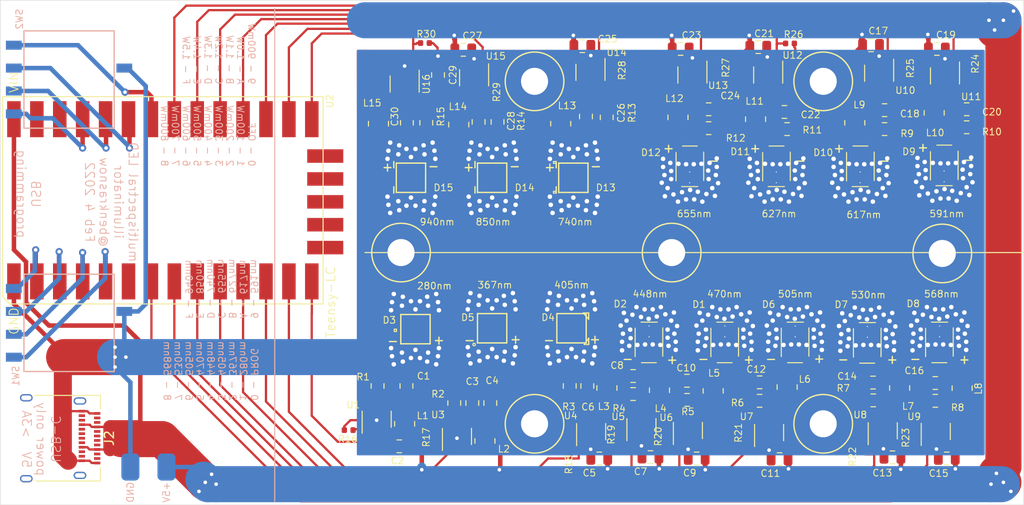
<source format=kicad_pcb>
(kicad_pcb (version 20171130) (host pcbnew "(5.1.4)-1")
  (layers (0 F.Cu signal) (31 B.Cu signal) (34 B.Paste user) (35 F.Paste user) (36 B.SilkS user) (37 F.SilkS user) (38 B.Mask user) (39 F.Mask user) (44 Edge.Cuts user))
  (net 0 "")
  (net 1 "Net-(D1-Pad1)")
  (net 2 "Net-(D2-Pad1)")
  (net 3 "Net-(D3-Pad1)")
  (net 4 "Net-(D4-Pad2)")
  (net 5 "Net-(D5-Pad1)")
  (net 6 "Net-(D6-Pad1)")
  (net 7 "Net-(D7-Pad1)")
  (net 8 "Net-(D8-Pad1)")
  (net 9 "Net-(D9-Pad1)")
  (net 10 "Net-(D10-Pad1)")
  (net 11 "Net-(D11-Pad1)")
  (net 12 "Net-(D12-Pad1)")
  (net 13 "Net-(D13-Pad2)")
  (net 14 "Net-(D14-Pad2)")
  (net 15 "Net-(D15-Pad2)")
  (net 16 "Net-(C1-Pad1)")
  (net 17 "Net-(L1-Pad1)")
  (net 18 /GND)
  (net 19 /+5V)
  (net 20 "Net-(U2-Pad26)")
  (net 21 "Net-(U2-PadPRG)")
  (net 22 "Net-(U2-PadGNDb)")
  (net 23 "Net-(U2-Pad33Vb)")
  (net 24 "Net-(U2-Pad17_5V)")
  (net 25 "Net-(U2-Pad4)")
  (net 26 "Net-(U2-Pad33Va)")
  (net 27 "Net-(U2-PadGNDc)")
  (net 28 "Net-(J2-PadB8)")
  (net 29 "Net-(J2-PadB7)")
  (net 30 "Net-(J2-PadB6)")
  (net 31 "Net-(J2-PadB5)")
  (net 32 "Net-(J2-PadS1)")
  (net 33 "Net-(J2-PadA8)")
  (net 34 "Net-(J2-PadA7)")
  (net 35 "Net-(J2-PadA6)")
  (net 36 "Net-(J2-PadA5)")
  (net 37 /LED_SEL8)
  (net 38 /LED_SEL4)
  (net 39 /LED_SEL2)
  (net 40 /LED_SEL1)
  (net 41 /PWM_D3_280nm)
  (net 42 /BRIGHT8)
  (net 43 /BRIGHT4)
  (net 44 /BRIGHT2)
  (net 45 /BRIGHT1)
  (net 46 "Net-(C4-Pad1)")
  (net 47 "Net-(L2-Pad1)")
  (net 48 /PWM_D5_367nm)
  (net 49 "Net-(C6-Pad1)")
  (net 50 "Net-(L3-Pad1)")
  (net 51 /PWM_D4_405nm)
  (net 52 "Net-(C8-Pad1)")
  (net 53 "Net-(L4-Pad1)")
  (net 54 /PWM_D2_448nm)
  (net 55 "Net-(C10-Pad1)")
  (net 56 "Net-(L5-Pad1)")
  (net 57 /PWM_D1_470nm)
  (net 58 "Net-(C12-Pad1)")
  (net 59 "Net-(L6-Pad1)")
  (net 60 /PWM_D6_505nm)
  (net 61 "Net-(C14-Pad1)")
  (net 62 "Net-(L7-Pad1)")
  (net 63 /PWM_D7_530nm)
  (net 64 "Net-(C16-Pad1)")
  (net 65 "Net-(L8-Pad1)")
  (net 66 /PWM_D8_568nm)
  (net 67 "Net-(C18-Pad1)")
  (net 68 "Net-(L9-Pad1)")
  (net 69 /PWM_D10_617nm)
  (net 70 "Net-(C20-Pad1)")
  (net 71 "Net-(L10-Pad1)")
  (net 72 /PWM_D9_591nm)
  (net 73 "Net-(C22-Pad1)")
  (net 74 "Net-(L11-Pad1)")
  (net 75 /PWM_D11_627nm)
  (net 76 "Net-(C24-Pad1)")
  (net 77 "Net-(L12-Pad1)")
  (net 78 /PWM_D12_655nm)
  (net 79 "Net-(C26-Pad1)")
  (net 80 "Net-(L13-Pad1)")
  (net 81 /PWM_D13_740nm)
  (net 82 "Net-(C28-Pad1)")
  (net 83 "Net-(L14-Pad1)")
  (net 84 /PWM_D14_850nm)
  (net 85 "Net-(C30-Pad1)")
  (net 86 "Net-(L15-Pad1)")
  (net 87 /PWM_D15_940nm)
  (module MultiSpectLED:R_0402_1005Metric (layer F.Cu) (at 170.65 69.75)
    (fp_text reference R30 (at 0.15 -1) (layer F.SilkS) (effects (font (size 0.75 0.75) (thickness 0.1))))
    (fp_text value 100K)
    (pad 2 smd roundrect (at 0.485 0) (size 0.59 0.64) (layers F.Cu F.Paste F.Mask) (net 18 /GND))
    (pad 1 smd roundrect (at -0.485 0) (size 0.59 0.64) (layers F.Cu F.Paste F.Mask) (net 87 /PWM_D15_940nm))
  )
  (module MultiSpectLED:R_0402_1005Metric (layer F.Cu) (at 178.45 72.95 270)
    (fp_text reference R29 (at 2.25 -0.15 90) (layer F.SilkS) (effects (font (size 0.75 0.75) (thickness 0.1))))
    (fp_text value 100K)
    (pad 2 smd roundrect (at 0.485 0 270) (size 0.59 0.64) (layers F.Cu F.Paste F.Mask) (net 18 /GND))
    (pad 1 smd roundrect (at -0.485 0 270) (size 0.59 0.64) (layers F.Cu F.Paste F.Mask) (net 84 /PWM_D14_850nm))
  )
  (module MultiSpectLED:R_0402_1005Metric (layer F.Cu) (at 191.5 72.385 270)
    (fp_text reference R28 (at 0.4 -1 90) (layer F.SilkS) (effects (font (size 0.75 0.75) (thickness 0.1))))
    (fp_text value 100K)
    (pad 2 smd roundrect (at 0.485 0 270) (size 0.59 0.64) (layers F.Cu F.Paste F.Mask) (net 18 /GND))
    (pad 1 smd roundrect (at -0.485 0 270) (size 0.59 0.64) (layers F.Cu F.Paste F.Mask) (net 81 /PWM_D13_740nm))
  )
  (module MultiSpectLED:R_0402_1005Metric (layer F.Cu) (at 203 72.1 270)
    (fp_text reference R27 (at 0.4 -1 90) (layer F.SilkS) (effects (font (size 0.75 0.75) (thickness 0.1))))
    (fp_text value 100K)
    (pad 2 smd roundrect (at 0.485 0 270) (size 0.59 0.64) (layers F.Cu F.Paste F.Mask) (net 18 /GND))
    (pad 1 smd roundrect (at -0.485 0 270) (size 0.59 0.64) (layers F.Cu F.Paste F.Mask) (net 78 /PWM_D12_655nm))
  )
  (module MultiSpectLED:R_0402_1005Metric (layer F.Cu) (at 211.115 69.8)
    (fp_text reference R26 (at 0.4 -1) (layer F.SilkS) (effects (font (size 0.75 0.75) (thickness 0.1))))
    (fp_text value 100K)
    (pad 2 smd roundrect (at 0.485 0) (size 0.59 0.64) (layers F.Cu F.Paste F.Mask) (net 18 /GND))
    (pad 1 smd roundrect (at -0.485 0) (size 0.59 0.64) (layers F.Cu F.Paste F.Mask) (net 75 /PWM_D11_627nm))
  )
  (module MultiSpectLED:R_0402_1005Metric (layer F.Cu) (at 223.45 72.15 270)
    (fp_text reference R25 (at 0.4 -1 90) (layer F.SilkS) (effects (font (size 0.75 0.75) (thickness 0.1))))
    (fp_text value 100K)
    (pad 2 smd roundrect (at 0.485 0 270) (size 0.59 0.64) (layers F.Cu F.Paste F.Mask) (net 18 /GND))
    (pad 1 smd roundrect (at -0.485 0 270) (size 0.59 0.64) (layers F.Cu F.Paste F.Mask) (net 69 /PWM_D10_617nm))
  )
  (module MultiSpectLED:R_0402_1005Metric (layer F.Cu) (at 230.65 71.65 270)
    (fp_text reference R24 (at 0.4 -1 90) (layer F.SilkS) (effects (font (size 0.75 0.75) (thickness 0.1))))
    (fp_text value 100K)
    (pad 2 smd roundrect (at 0.485 0 270) (size 0.59 0.64) (layers F.Cu F.Paste F.Mask) (net 18 /GND))
    (pad 1 smd roundrect (at -0.485 0 270) (size 0.59 0.64) (layers F.Cu F.Paste F.Mask) (net 72 /PWM_D9_591nm))
  )
  (module MultiSpectLED:R_0402_1005Metric (layer F.Cu) (at 224.95 113.95 90)
    (fp_text reference R23 (at 0.4 -1 90) (layer F.SilkS) (effects (font (size 0.75 0.75) (thickness 0.1))))
    (fp_text value 100K)
    (pad 2 smd roundrect (at 0.485 0 90) (size 0.59 0.64) (layers F.Cu F.Paste F.Mask) (net 18 /GND))
    (pad 1 smd roundrect (at -0.485 0 90) (size 0.59 0.64) (layers F.Cu F.Paste F.Mask) (net 66 /PWM_D8_568nm))
  )
  (module MultiSpectLED:R_0402_1005Metric (layer F.Cu) (at 219.1 114.15 90)
    (fp_text reference R22 (at -1.5 -1.05 90) (layer F.SilkS) (effects (font (size 0.75 0.75) (thickness 0.1))))
    (fp_text value 100K)
    (pad 2 smd roundrect (at 0.485 0 90) (size 0.59 0.64) (layers F.Cu F.Paste F.Mask) (net 18 /GND))
    (pad 1 smd roundrect (at -0.485 0 90) (size 0.59 0.64) (layers F.Cu F.Paste F.Mask) (net 63 /PWM_D7_530nm))
  )
  (module MultiSpectLED:R_0402_1005Metric (layer F.Cu) (at 206.4 113.4 90)
    (fp_text reference R21 (at 0.4 -1 90) (layer F.SilkS) (effects (font (size 0.75 0.75) (thickness 0.1))))
    (fp_text value 100K)
    (pad 2 smd roundrect (at 0.485 0 90) (size 0.59 0.64) (layers F.Cu F.Paste F.Mask) (net 18 /GND))
    (pad 1 smd roundrect (at -0.485 0 90) (size 0.59 0.64) (layers F.Cu F.Paste F.Mask) (net 60 /PWM_D6_505nm))
  )
  (module MultiSpectLED:R_0402_1005Metric (layer F.Cu) (at 197.5 113.8 90)
    (fp_text reference R20 (at 0.4 -1 90) (layer F.SilkS) (effects (font (size 0.75 0.75) (thickness 0.1))))
    (fp_text value 100K)
    (pad 2 smd roundrect (at 0.485 0 90) (size 0.59 0.64) (layers F.Cu F.Paste F.Mask) (net 18 /GND))
    (pad 1 smd roundrect (at -0.485 0 90) (size 0.59 0.64) (layers F.Cu F.Paste F.Mask) (net 57 /PWM_D1_470nm))
  )
  (module MultiSpectLED:R_0402_1005Metric (layer F.Cu) (at 192.3 113.6 90)
    (fp_text reference R19 (at 0.4 -1 90) (layer F.SilkS) (effects (font (size 0.75 0.75) (thickness 0.1))))
    (fp_text value 100K)
    (pad 2 smd roundrect (at 0.485 0 90) (size 0.59 0.64) (layers F.Cu F.Paste F.Mask) (net 18 /GND))
    (pad 1 smd roundrect (at -0.485 0 90) (size 0.59 0.64) (layers F.Cu F.Paste F.Mask) (net 54 /PWM_D2_448nm))
  )
  (module MultiSpectLED:R_0402_1005Metric (layer F.Cu) (at 186.8 114.3 90)
    (fp_text reference R18 (at -2.2 -0.2 90) (layer F.SilkS) (effects (font (size 0.75 0.75) (thickness 0.1))))
    (fp_text value 100K)
    (pad 2 smd roundrect (at 0.485 0 90) (size 0.59 0.64) (layers F.Cu F.Paste F.Mask) (net 18 /GND))
    (pad 1 smd roundrect (at -0.485 0 90) (size 0.59 0.64) (layers F.Cu F.Paste F.Mask) (net 51 /PWM_D4_405nm))
  )
  (module MultiSpectLED:R_0402_1005Metric (layer F.Cu) (at 171.8 113.9 90)
    (fp_text reference R17 (at 0.4 -1 90) (layer F.SilkS) (effects (font (size 0.75 0.75) (thickness 0.1))))
    (fp_text value 100K)
    (pad 2 smd roundrect (at 0.485 0 90) (size 0.59 0.64) (layers F.Cu F.Paste F.Mask) (net 18 /GND))
    (pad 1 smd roundrect (at -0.485 0 90) (size 0.59 0.64) (layers F.Cu F.Paste F.Mask) (net 48 /PWM_D5_367nm))
  )
  (module MultiSpectLED:R_0402_1005Metric (layer F.Cu) (at 162.2 112.7 180)
    (fp_text reference R16 (at 0.1 -1) (layer F.SilkS) (effects (font (size 0.75 0.75) (thickness 0.1))))
    (fp_text value 100K)
    (pad 2 smd roundrect (at 0.485 0 180) (size 0.59 0.64) (layers F.Cu F.Paste F.Mask) (net 18 /GND))
    (pad 1 smd roundrect (at -0.485 0 180) (size 0.59 0.64) (layers F.Cu F.Paste F.Mask) (net 41 /PWM_D3_280nm))
  )
  (module MultiSpectLED:QT_Brightek_QBHP684 (layer F.Cu) (at 169 84.6)
    (fp_text reference D15 (at 3.7 1.2) (layer F.SilkS) (effects (font (size 0.75 0.75) (thickness 0.1))))
    (fp_text value 940nm)
    (fp_text user + (at -2.5 -1.1) (layer F.SilkS))
    (fp_text user - (at 2.6 -1.2) (layer F.SilkS))
    (pad 3 thru_hole circle (at 2.5 -3.8 180) (size 0.75 0.75) (drill 0.5) (layers *.Cu) (net 18 /GND))
    (pad 3 thru_hole circle (at -1.3 2.7) (size 0.75 0.75) (drill 0.5) (layers *.Cu) (net 18 /GND))
    (pad 3 thru_hole circle (at -2.5 2.2) (size 0.75 0.75) (drill 0.5) (layers *.Cu) (net 18 /GND))
    (pad 3 thru_hole circle (at -2.5 -2 180) (size 0.75 0.75) (drill 0.5) (layers *.Cu) (net 18 /GND))
    (pad 3 thru_hole circle (at 0.1 -2.2) (size 0.75 0.75) (drill 0.5) (layers *.Cu) (net 18 /GND))
    (pad 3 thru_hole circle (at -0.4 -3.1) (size 0.75 0.75) (drill 0.5) (layers *.Cu) (net 18 /GND))
    (pad 3 thru_hole circle (at -1.3 -2.5 180) (size 0.75 0.75) (drill 0.5) (layers *.Cu) (net 18 /GND))
    (pad 3 thru_hole circle (at -2.2 -3.8 180) (size 0.75 0.75) (drill 0.5) (layers *.Cu) (net 18 /GND))
    (pad 3 thru_hole circle (at 1.6 2.7) (size 0.75 0.75) (drill 0.5) (layers *.Cu) (net 18 /GND))
    (pad 3 thru_hole circle (at -1.2 3.7) (size 0.75 0.75) (drill 0.5) (layers *.Cu) (net 18 /GND))
    (pad 3 thru_hole circle (at -1.2 -3.5 180) (size 0.75 0.75) (drill 0.5) (layers *.Cu) (net 18 /GND))
    (pad 3 thru_hole circle (at 1.5 -3.5 180) (size 0.75 0.75) (drill 0.5) (layers *.Cu) (net 18 /GND))
    (pad 3 thru_hole circle (at 2.8 -2 180) (size 0.75 0.75) (drill 0.5) (layers *.Cu) (net 18 /GND))
    (pad 3 thru_hole circle (at 0.1 2.3) (size 0.75 0.75) (drill 0.5) (layers *.Cu) (net 18 /GND))
    (pad 3 thru_hole circle (at 1.6 -2.5 180) (size 0.75 0.75) (drill 0.5) (layers *.Cu) (net 18 /GND))
    (pad 3 thru_hole circle (at -2.4 -2.9 180) (size 0.75 0.75) (drill 0.5) (layers *.Cu) (net 18 /GND))
    (pad 3 thru_hole circle (at 2.7 -2.9 180) (size 0.75 0.75) (drill 0.5) (layers *.Cu) (net 18 /GND))
    (pad 3 thru_hole circle (at -0.4 3.2) (size 0.75 0.75) (drill 0.5) (layers *.Cu) (net 18 /GND))
    (pad 3 smd custom (at 0.1 0.1) (size 1.75 6) (layers F.Cu) (net 18 /GND) (options (clearance outline) (anchor rect)) (primitives (gr_poly (pts (xy -3 4.25) (xy 3.05 4.25) (xy 3.05 1.75) (xy -3 1.75)) (width 0.1)) (gr_poly (pts (xy -3 -1.75) (xy 3.05 -1.75) (xy 3.05 -4.25) (xy -3 -4.25)) (width 0.1))))
    (pad 2 smd rect (at 2.13 0.1) (size 2 3) (layers F.Cu) (net 15 "Net-(D15-Pad2)"))
    (pad 3 thru_hole circle (at 2.8 2.2) (size 0.75 0.75) (drill 0.5) (layers *.Cu) (net 18 /GND))
    (pad 3 thru_hole circle (at 2.5 4) (size 0.75 0.75) (drill 0.5) (layers *.Cu) (net 18 /GND))
    (pad 3 thru_hole circle (at 0.6 3.2) (size 0.75 0.75) (drill 0.5) (layers *.Cu) (net 18 /GND))
    (pad 3 thru_hole circle (at 2.7 3.1) (size 0.75 0.75) (drill 0.5) (layers *.Cu) (net 18 /GND))
    (pad 3 thru_hole circle (at 1.5 3.7) (size 0.75 0.75) (drill 0.5) (layers *.Cu) (net 18 /GND))
    (pad 3 thru_hole circle (at -2.2 4) (size 0.75 0.75) (drill 0.5) (layers *.Cu) (net 18 /GND))
    (pad 3 thru_hole circle (at -2.4 3.1) (size 0.75 0.75) (drill 0.5) (layers *.Cu) (net 18 /GND))
    (pad 3 thru_hole circle (at 0.6 -3.1) (size 0.75 0.75) (drill 0.5) (layers *.Cu) (net 18 /GND))
    (pad 1 smd rect (at -1.93 0.1 180) (size 2 3) (layers F.Cu) (net 85 "Net-(C30-Pad1)"))
  )
  (module MultiSpectLED:QT_Brightek_QBHP684 (layer F.Cu) (at 178 84.6)
    (fp_text reference D14 (at 3.7 1.2) (layer F.SilkS) (effects (font (size 0.75 0.75) (thickness 0.1))))
    (fp_text value 850nm)
    (fp_text user + (at -2.5 -1.1) (layer F.SilkS))
    (fp_text user - (at 2.6 -1.2) (layer F.SilkS))
    (pad 3 thru_hole circle (at 2.5 -3.8 180) (size 0.75 0.75) (drill 0.5) (layers *.Cu) (net 18 /GND))
    (pad 3 thru_hole circle (at -1.3 2.7) (size 0.75 0.75) (drill 0.5) (layers *.Cu) (net 18 /GND))
    (pad 3 thru_hole circle (at -2.5 2.2) (size 0.75 0.75) (drill 0.5) (layers *.Cu) (net 18 /GND))
    (pad 3 thru_hole circle (at -2.5 -2 180) (size 0.75 0.75) (drill 0.5) (layers *.Cu) (net 18 /GND))
    (pad 3 thru_hole circle (at 0.1 -2.2) (size 0.75 0.75) (drill 0.5) (layers *.Cu) (net 18 /GND))
    (pad 3 thru_hole circle (at -0.4 -3.1) (size 0.75 0.75) (drill 0.5) (layers *.Cu) (net 18 /GND))
    (pad 3 thru_hole circle (at -1.3 -2.5 180) (size 0.75 0.75) (drill 0.5) (layers *.Cu) (net 18 /GND))
    (pad 3 thru_hole circle (at -2.2 -3.8 180) (size 0.75 0.75) (drill 0.5) (layers *.Cu) (net 18 /GND))
    (pad 3 thru_hole circle (at 1.6 2.7) (size 0.75 0.75) (drill 0.5) (layers *.Cu) (net 18 /GND))
    (pad 3 thru_hole circle (at -1.2 3.7) (size 0.75 0.75) (drill 0.5) (layers *.Cu) (net 18 /GND))
    (pad 3 thru_hole circle (at -1.2 -3.5 180) (size 0.75 0.75) (drill 0.5) (layers *.Cu) (net 18 /GND))
    (pad 3 thru_hole circle (at 1.5 -3.5 180) (size 0.75 0.75) (drill 0.5) (layers *.Cu) (net 18 /GND))
    (pad 3 thru_hole circle (at 2.8 -2 180) (size 0.75 0.75) (drill 0.5) (layers *.Cu) (net 18 /GND))
    (pad 3 thru_hole circle (at 0.1 2.3) (size 0.75 0.75) (drill 0.5) (layers *.Cu) (net 18 /GND))
    (pad 3 thru_hole circle (at 1.6 -2.5 180) (size 0.75 0.75) (drill 0.5) (layers *.Cu) (net 18 /GND))
    (pad 3 thru_hole circle (at -2.4 -2.9 180) (size 0.75 0.75) (drill 0.5) (layers *.Cu) (net 18 /GND))
    (pad 3 thru_hole circle (at 2.7 -2.9 180) (size 0.75 0.75) (drill 0.5) (layers *.Cu) (net 18 /GND))
    (pad 3 thru_hole circle (at -0.4 3.2) (size 0.75 0.75) (drill 0.5) (layers *.Cu) (net 18 /GND))
    (pad 3 smd custom (at 0.1 0.1) (size 1.75 6) (layers F.Cu) (net 18 /GND) (options (clearance outline) (anchor rect)) (primitives (gr_poly (pts (xy -3 4.25) (xy 3.05 4.25) (xy 3.05 1.75) (xy -3 1.75)) (width 0.1)) (gr_poly (pts (xy -3 -1.75) (xy 3.05 -1.75) (xy 3.05 -4.25) (xy -3 -4.25)) (width 0.1))))
    (pad 2 smd rect (at 2.13 0.1) (size 2 3) (layers F.Cu) (net 14 "Net-(D14-Pad2)"))
    (pad 3 thru_hole circle (at 2.8 2.2) (size 0.75 0.75) (drill 0.5) (layers *.Cu) (net 18 /GND))
    (pad 3 thru_hole circle (at 2.5 4) (size 0.75 0.75) (drill 0.5) (layers *.Cu) (net 18 /GND))
    (pad 3 thru_hole circle (at 0.6 3.2) (size 0.75 0.75) (drill 0.5) (layers *.Cu) (net 18 /GND))
    (pad 3 thru_hole circle (at 2.7 3.1) (size 0.75 0.75) (drill 0.5) (layers *.Cu) (net 18 /GND))
    (pad 3 thru_hole circle (at 1.5 3.7) (size 0.75 0.75) (drill 0.5) (layers *.Cu) (net 18 /GND))
    (pad 3 thru_hole circle (at -2.2 4) (size 0.75 0.75) (drill 0.5) (layers *.Cu) (net 18 /GND))
    (pad 3 thru_hole circle (at -2.4 3.1) (size 0.75 0.75) (drill 0.5) (layers *.Cu) (net 18 /GND))
    (pad 3 thru_hole circle (at 0.6 -3.1) (size 0.75 0.75) (drill 0.5) (layers *.Cu) (net 18 /GND))
    (pad 1 smd rect (at -1.93 0.1 180) (size 2 3) (layers F.Cu) (net 82 "Net-(C28-Pad1)"))
  )
  (module MultiSpectLED:FAN_PADS (layer B.Cu) (at 140 116.8)
    (fp_text reference J1 hide)
    (fp_text value Conn_01x02_Female)
    (fp_text user +5V (at 2 2.8 -90) (layer B.SilkS) (effects (font (size 0.75 0.75) (thickness 0.1)) (justify mirror)))
    (fp_text user GND (at -2 2.8 -90) (layer B.SilkS) (effects (font (size 0.75 0.75) (thickness 0.1)) (justify mirror)))
    (pad 2 smd roundrect (at 2 0) (size 2 3) (layers B.Cu B.Paste B.Mask) (net 19 /+5V))
    (pad 1 smd roundrect (at -2 0) (size 2 3) (layers B.Cu B.Paste B.Mask) (net 18 /GND))
  )
  (module MultiSpectLED:SOT-23-5 (layer F.Cu) (at 168.4 74.3 270)
    (fp_text reference U16 (at 0 -2.4 90) (layer F.SilkS) (effects (font (size 0.75 0.75) (thickness 0.1))))
    (fp_text value PAM2804)
    (pad 5 smd rect (at 1.1 -0.95 270) (size 1.06 0.65) (layers F.Cu F.Paste F.Mask) (net 15 "Net-(D15-Pad2)"))
    (pad 4 smd rect (at 1.1 0.95 270) (size 1.06 0.65) (layers F.Cu F.Paste F.Mask) (net 19 /+5V))
    (pad 3 smd rect (at -1.1 0.95 270) (size 1.06 0.65) (layers F.Cu F.Paste F.Mask) (net 86 "Net-(L15-Pad1)"))
    (pad 2 smd rect (at -1.1 0 270) (size 1.06 0.65) (layers F.Cu F.Paste F.Mask) (net 18 /GND))
    (pad 1 smd rect (at -1.1 -0.95 270) (size 1.06 0.65) (layers F.Cu F.Paste F.Mask) (net 87 /PWM_D15_940nm))
  )
  (module MultiSpectLED:R_0805_2012Metric (layer F.Cu) (at 170.8 78.6 270)
    (fp_text reference R15 (at -0.7 -1.6 90) (layer F.SilkS) (effects (font (size 0.75 0.75) (thickness 0.1))))
    (fp_text value 0.2)
    (pad 2 smd roundrect (at 0.9375 0 270) (size 0.975 1.4) (layers F.Cu F.Paste F.Mask) (net 18 /GND))
    (pad 1 smd roundrect (at -0.9375 0 270) (size 0.975 1.4) (layers F.Cu F.Paste F.Mask) (net 15 "Net-(D15-Pad2)"))
  )
  (module MultiSpectLED:L_1007_2518Metric (layer F.Cu) (at 165.5 78.7 270)
    (fp_text reference L15 (at -2.3 0.7 180) (layer F.SilkS) (effects (font (size 0.75 0.75) (thickness 0.1))))
    (fp_text value 4.7u)
    (pad 2 smd roundrect (at 1.05 0 270) (size 0.6 2) (layers F.Cu F.Paste F.Mask) (net 85 "Net-(C30-Pad1)"))
    (pad 1 smd roundrect (at -1.05 0 270) (size 0.6 2) (layers F.Cu F.Paste F.Mask) (net 86 "Net-(L15-Pad1)"))
  )
  (module MultiSpectLED:C_0805_2012Metric (layer F.Cu) (at 168.65 78.6 270)
    (fp_text reference C30 (at -0.7 1.35 90) (layer F.SilkS) (effects (font (size 0.75 0.75) (thickness 0.1))))
    (fp_text value C)
    (pad 2 smd roundrect (at 0.9375 0 270) (size 0.975 1.4) (layers F.Cu F.Paste F.Mask) (net 18 /GND))
    (pad 1 smd roundrect (at -0.9375 0 270) (size 0.975 1.4) (layers F.Cu F.Paste F.Mask) (net 85 "Net-(C30-Pad1)"))
  )
  (module MultiSpectLED:C_0805_2012Metric (layer F.Cu) (at 172.1 73.3 270)
    (fp_text reference C29 (at 0 -1.65 90) (layer F.SilkS) (effects (font (size 0.75 0.75) (thickness 0.1))))
    (fp_text value C)
    (pad 2 smd roundrect (at 0.9375 0 270) (size 0.975 1.4) (layers F.Cu F.Paste F.Mask) (net 19 /+5V))
    (pad 1 smd roundrect (at -0.9375 0 270) (size 0.975 1.4) (layers F.Cu F.Paste F.Mask) (net 18 /GND))
  )
  (module MultiSpectLED:SOT-23-5 (layer F.Cu) (at 176.1 73.6 270)
    (fp_text reference U15 (at -2.4 -2.4 180) (layer F.SilkS) (effects (font (size 0.75 0.75) (thickness 0.1))))
    (fp_text value PAM2804)
    (pad 5 smd rect (at 1.1 -0.95 270) (size 1.06 0.65) (layers F.Cu F.Paste F.Mask) (net 14 "Net-(D14-Pad2)"))
    (pad 4 smd rect (at 1.1 0.95 270) (size 1.06 0.65) (layers F.Cu F.Paste F.Mask) (net 19 /+5V))
    (pad 3 smd rect (at -1.1 0.95 270) (size 1.06 0.65) (layers F.Cu F.Paste F.Mask) (net 83 "Net-(L14-Pad1)"))
    (pad 2 smd rect (at -1.1 0 270) (size 1.06 0.65) (layers F.Cu F.Paste F.Mask) (net 18 /GND))
    (pad 1 smd rect (at -1.1 -0.95 270) (size 1.06 0.65) (layers F.Cu F.Paste F.Mask) (net 84 /PWM_D14_850nm))
  )
  (module MultiSpectLED:R_0805_2012Metric (layer F.Cu) (at 178.7 78.5 270)
    (fp_text reference R14 (at -0.1 -2.6 90) (layer F.SilkS) (effects (font (size 0.75 0.75) (thickness 0.1))))
    (fp_text value 0.2)
    (pad 2 smd roundrect (at 0.9375 0 270) (size 0.975 1.4) (layers F.Cu F.Paste F.Mask) (net 18 /GND))
    (pad 1 smd roundrect (at -0.9375 0 270) (size 0.975 1.4) (layers F.Cu F.Paste F.Mask) (net 14 "Net-(D14-Pad2)"))
  )
  (module MultiSpectLED:L_1007_2518Metric (layer F.Cu) (at 174.4 78.8 270)
    (fp_text reference L14 (at -2 0.1 180) (layer F.SilkS) (effects (font (size 0.75 0.75) (thickness 0.1))))
    (fp_text value 4.7u)
    (pad 2 smd roundrect (at 1.05 0 270) (size 0.6 2) (layers F.Cu F.Paste F.Mask) (net 82 "Net-(C28-Pad1)"))
    (pad 1 smd roundrect (at -1.05 0 270) (size 0.6 2) (layers F.Cu F.Paste F.Mask) (net 83 "Net-(L14-Pad1)"))
  )
  (module MultiSpectLED:C_0805_2012Metric (layer F.Cu) (at 176.6 78.5 270)
    (fp_text reference C28 (at -0.1 -3.6 90) (layer F.SilkS) (effects (font (size 0.75 0.75) (thickness 0.1))))
    (fp_text value C)
    (pad 2 smd roundrect (at 0.9375 0 270) (size 0.975 1.4) (layers F.Cu F.Paste F.Mask) (net 18 /GND))
    (pad 1 smd roundrect (at -0.9375 0 270) (size 0.975 1.4) (layers F.Cu F.Paste F.Mask) (net 82 "Net-(C28-Pad1)"))
  )
  (module MultiSpectLED:C_0805_2012Metric (layer F.Cu) (at 174.9 70.5 180)
    (fp_text reference C27 (at -1 1.55) (layer F.SilkS) (effects (font (size 0.75 0.75) (thickness 0.1))))
    (fp_text value C)
    (pad 2 smd roundrect (at 0.9375 0 180) (size 0.975 1.4) (layers F.Cu F.Paste F.Mask) (net 19 /+5V))
    (pad 1 smd roundrect (at -0.9375 0 180) (size 0.975 1.4) (layers F.Cu F.Paste F.Mask) (net 18 /GND))
  )
  (module MultiSpectLED:SOT-23-5 (layer F.Cu) (at 189 73 270)
    (fp_text reference U14 (at -2.2 -2.9 180) (layer F.SilkS) (effects (font (size 0.75 0.75) (thickness 0.1))))
    (fp_text value PAM2804)
    (pad 5 smd rect (at 1.1 -0.95 270) (size 1.06 0.65) (layers F.Cu F.Paste F.Mask) (net 13 "Net-(D13-Pad2)"))
    (pad 4 smd rect (at 1.1 0.95 270) (size 1.06 0.65) (layers F.Cu F.Paste F.Mask) (net 19 /+5V))
    (pad 3 smd rect (at -1.1 0.95 270) (size 1.06 0.65) (layers F.Cu F.Paste F.Mask) (net 80 "Net-(L13-Pad1)"))
    (pad 2 smd rect (at -1.1 0 270) (size 1.06 0.65) (layers F.Cu F.Paste F.Mask) (net 18 /GND))
    (pad 1 smd rect (at -1.1 -0.95 270) (size 1.06 0.65) (layers F.Cu F.Paste F.Mask) (net 81 /PWM_D13_740nm))
  )
  (module MultiSpectLED:R_0805_2012Metric (layer F.Cu) (at 190.8 78 270)
    (fp_text reference R13 (at -0.5 -2.8 90) (layer F.SilkS) (effects (font (size 0.75 0.75) (thickness 0.1))))
    (fp_text value 0.2)
    (pad 2 smd roundrect (at 0.9375 0 270) (size 0.975 1.4) (layers F.Cu F.Paste F.Mask) (net 18 /GND))
    (pad 1 smd roundrect (at -0.9375 0 270) (size 0.975 1.4) (layers F.Cu F.Paste F.Mask) (net 13 "Net-(D13-Pad2)"))
  )
  (module MultiSpectLED:L_1007_2518Metric (layer F.Cu) (at 185.7 78.7 270)
    (fp_text reference L13 (at -2 -0.7 180) (layer F.SilkS) (effects (font (size 0.75 0.75) (thickness 0.1))))
    (fp_text value 4.7u)
    (pad 2 smd roundrect (at 1.05 0 270) (size 0.6 2) (layers F.Cu F.Paste F.Mask) (net 79 "Net-(C26-Pad1)"))
    (pad 1 smd roundrect (at -1.05 0 270) (size 0.6 2) (layers F.Cu F.Paste F.Mask) (net 80 "Net-(L13-Pad1)"))
  )
  (module MultiSpectLED:C_0805_2012Metric (layer F.Cu) (at 188.5 77.9 270)
    (fp_text reference C26 (at -0.4 -3.9 90) (layer F.SilkS) (effects (font (size 0.75 0.75) (thickness 0.1))))
    (fp_text value C)
    (pad 2 smd roundrect (at 0.9375 0 270) (size 0.975 1.4) (layers F.Cu F.Paste F.Mask) (net 18 /GND))
    (pad 1 smd roundrect (at -0.9375 0 270) (size 0.975 1.4) (layers F.Cu F.Paste F.Mask) (net 79 "Net-(C26-Pad1)"))
  )
  (module MultiSpectLED:C_0805_2012Metric (layer F.Cu) (at 188.1 70.1 180)
    (fp_text reference C25 (at -2.8 0.8) (layer F.SilkS) (effects (font (size 0.75 0.75) (thickness 0.1))))
    (fp_text value C)
    (pad 2 smd roundrect (at 0.9375 0 180) (size 0.975 1.4) (layers F.Cu F.Paste F.Mask) (net 19 /+5V))
    (pad 1 smd roundrect (at -0.9375 0 180) (size 0.975 1.4) (layers F.Cu F.Paste F.Mask) (net 18 /GND))
  )
  (module MultiSpectLED:SOT-23-5 (layer F.Cu) (at 200.3 73.3 270)
    (fp_text reference U13 (at 1.15 -2.85 180) (layer F.SilkS) (effects (font (size 0.75 0.75) (thickness 0.1))))
    (fp_text value PAM2804)
    (pad 5 smd rect (at 1.1 -0.95 270) (size 1.06 0.65) (layers F.Cu F.Paste F.Mask) (net 12 "Net-(D12-Pad1)"))
    (pad 4 smd rect (at 1.1 0.95 270) (size 1.06 0.65) (layers F.Cu F.Paste F.Mask) (net 19 /+5V))
    (pad 3 smd rect (at -1.1 0.95 270) (size 1.06 0.65) (layers F.Cu F.Paste F.Mask) (net 77 "Net-(L12-Pad1)"))
    (pad 2 smd rect (at -1.1 0 270) (size 1.06 0.65) (layers F.Cu F.Paste F.Mask) (net 18 /GND))
    (pad 1 smd rect (at -1.1 -0.95 270) (size 1.06 0.65) (layers F.Cu F.Paste F.Mask) (net 78 /PWM_D12_655nm))
  )
  (module MultiSpectLED:R_0805_2012Metric (layer F.Cu) (at 202.1 79.2)
    (fp_text reference R12 (at 3 1.1) (layer F.SilkS) (effects (font (size 0.75 0.75) (thickness 0.1))))
    (fp_text value 0.2)
    (pad 2 smd roundrect (at 0.9375 0) (size 0.975 1.4) (layers F.Cu F.Paste F.Mask) (net 18 /GND))
    (pad 1 smd roundrect (at -0.9375 0) (size 0.975 1.4) (layers F.Cu F.Paste F.Mask) (net 12 "Net-(D12-Pad1)"))
  )
  (module MultiSpectLED:L_1007_2518Metric (layer F.Cu) (at 198.7 78 270)
    (fp_text reference L12 (at -2.1 0.4 180) (layer F.SilkS) (effects (font (size 0.75 0.75) (thickness 0.1))))
    (fp_text value 4.7u)
    (pad 2 smd roundrect (at 1.05 0 270) (size 0.6 2) (layers F.Cu F.Paste F.Mask) (net 76 "Net-(C24-Pad1)"))
    (pad 1 smd roundrect (at -1.05 0 270) (size 0.6 2) (layers F.Cu F.Paste F.Mask) (net 77 "Net-(L12-Pad1)"))
  )
  (module MultiSpectLED:C_0805_2012Metric (layer F.Cu) (at 202.1 77.1)
    (fp_text reference C24 (at 2.4 -1.5) (layer F.SilkS) (effects (font (size 0.75 0.75) (thickness 0.1))))
    (fp_text value C)
    (pad 2 smd roundrect (at 0.9375 0) (size 0.975 1.4) (layers F.Cu F.Paste F.Mask) (net 18 /GND))
    (pad 1 smd roundrect (at -0.9375 0) (size 0.975 1.4) (layers F.Cu F.Paste F.Mask) (net 76 "Net-(C24-Pad1)"))
  )
  (module MultiSpectLED:C_0805_2012Metric (layer F.Cu) (at 199 70.4 180)
    (fp_text reference C23 (at -1.2 1.5) (layer F.SilkS) (effects (font (size 0.75 0.75) (thickness 0.1))))
    (fp_text value C)
    (pad 2 smd roundrect (at 0.9375 0 180) (size 0.975 1.4) (layers F.Cu F.Paste F.Mask) (net 19 /+5V))
    (pad 1 smd roundrect (at -0.9375 0 180) (size 0.975 1.4) (layers F.Cu F.Paste F.Mask) (net 18 /GND))
  )
  (module MultiSpectLED:SOT-23-5 (layer F.Cu) (at 208.7 73.3 270)
    (fp_text reference U12 (at -2.2 -2.7 180) (layer F.SilkS) (effects (font (size 0.75 0.75) (thickness 0.1))))
    (fp_text value PAM2804)
    (pad 5 smd rect (at 1.1 -0.95 270) (size 1.06 0.65) (layers F.Cu F.Paste F.Mask) (net 11 "Net-(D11-Pad1)"))
    (pad 4 smd rect (at 1.1 0.95 270) (size 1.06 0.65) (layers F.Cu F.Paste F.Mask) (net 19 /+5V))
    (pad 3 smd rect (at -1.1 0.95 270) (size 1.06 0.65) (layers F.Cu F.Paste F.Mask) (net 74 "Net-(L11-Pad1)"))
    (pad 2 smd rect (at -1.1 0 270) (size 1.06 0.65) (layers F.Cu F.Paste F.Mask) (net 18 /GND))
    (pad 1 smd rect (at -1.1 -0.95 270) (size 1.06 0.65) (layers F.Cu F.Paste F.Mask) (net 75 /PWM_D11_627nm))
  )
  (module MultiSpectLED:R_0805_2012Metric (layer F.Cu) (at 210.8 79.3)
    (fp_text reference R11 (at 2.8 0.1) (layer F.SilkS) (effects (font (size 0.75 0.75) (thickness 0.1))))
    (fp_text value 0.2)
    (pad 2 smd roundrect (at 0.9375 0) (size 0.975 1.4) (layers F.Cu F.Paste F.Mask) (net 18 /GND))
    (pad 1 smd roundrect (at -0.9375 0) (size 0.975 1.4) (layers F.Cu F.Paste F.Mask) (net 11 "Net-(D11-Pad1)"))
  )
  (module MultiSpectLED:L_1007_2518Metric (layer F.Cu) (at 207.3 78.2 270)
    (fp_text reference L11 (at -2 0.1 180) (layer F.SilkS) (effects (font (size 0.75 0.75) (thickness 0.1))))
    (fp_text value 4.7u)
    (pad 2 smd roundrect (at 1.05 0 270) (size 0.6 2) (layers F.Cu F.Paste F.Mask) (net 73 "Net-(C22-Pad1)"))
    (pad 1 smd roundrect (at -1.05 0 270) (size 0.6 2) (layers F.Cu F.Paste F.Mask) (net 74 "Net-(L11-Pad1)"))
  )
  (module MultiSpectLED:C_0805_2012Metric (layer F.Cu) (at 210.5 77.4)
    (fp_text reference C22 (at 2.9 0.3) (layer F.SilkS) (effects (font (size 0.75 0.75) (thickness 0.1))))
    (fp_text value C)
    (pad 2 smd roundrect (at 0.9375 0) (size 0.975 1.4) (layers F.Cu F.Paste F.Mask) (net 18 /GND))
    (pad 1 smd roundrect (at -0.9375 0) (size 0.975 1.4) (layers F.Cu F.Paste F.Mask) (net 73 "Net-(C22-Pad1)"))
  )
  (module MultiSpectLED:C_0805_2012Metric (layer F.Cu) (at 207.6 70.2 180)
    (fp_text reference C21 (at -0.65 1.5) (layer F.SilkS) (effects (font (size 0.75 0.75) (thickness 0.1))))
    (fp_text value C)
    (pad 2 smd roundrect (at 0.9375 0 180) (size 0.975 1.4) (layers F.Cu F.Paste F.Mask) (net 19 /+5V))
    (pad 1 smd roundrect (at -0.9375 0 180) (size 0.975 1.4) (layers F.Cu F.Paste F.Mask) (net 18 /GND))
  )
  (module MultiSpectLED:SOT-23-5 (layer F.Cu) (at 228.3 73.4 270)
    (fp_text reference U11 (at 2.3 -2.9 180) (layer F.SilkS) (effects (font (size 0.75 0.75) (thickness 0.1))))
    (fp_text value PAM2804)
    (pad 5 smd rect (at 1.1 -0.95 270) (size 1.06 0.65) (layers F.Cu F.Paste F.Mask) (net 9 "Net-(D9-Pad1)"))
    (pad 4 smd rect (at 1.1 0.95 270) (size 1.06 0.65) (layers F.Cu F.Paste F.Mask) (net 19 /+5V))
    (pad 3 smd rect (at -1.1 0.95 270) (size 1.06 0.65) (layers F.Cu F.Paste F.Mask) (net 71 "Net-(L10-Pad1)"))
    (pad 2 smd rect (at -1.1 0 270) (size 1.06 0.65) (layers F.Cu F.Paste F.Mask) (net 18 /GND))
    (pad 1 smd rect (at -1.1 -0.95 270) (size 1.06 0.65) (layers F.Cu F.Paste F.Mask) (net 72 /PWM_D9_591nm))
  )
  (module MultiSpectLED:R_0805_2012Metric (layer F.Cu) (at 230.7 79.1)
    (fp_text reference R10 (at 2.8 0.5) (layer F.SilkS) (effects (font (size 0.75 0.75) (thickness 0.1))))
    (fp_text value 0.2)
    (pad 2 smd roundrect (at 0.9375 0) (size 0.975 1.4) (layers F.Cu F.Paste F.Mask) (net 18 /GND))
    (pad 1 smd roundrect (at -0.9375 0) (size 0.975 1.4) (layers F.Cu F.Paste F.Mask) (net 9 "Net-(D9-Pad1)"))
  )
  (module MultiSpectLED:L_1007_2518Metric (layer F.Cu) (at 227.1 77.5 270)
    (fp_text reference L10 (at 2.2 -0.1 180) (layer F.SilkS) (effects (font (size 0.75 0.75) (thickness 0.1))))
    (fp_text value 4.7u)
    (pad 2 smd roundrect (at 1.05 0 270) (size 0.6 2) (layers F.Cu F.Paste F.Mask) (net 70 "Net-(C20-Pad1)"))
    (pad 1 smd roundrect (at -1.05 0 270) (size 0.6 2) (layers F.Cu F.Paste F.Mask) (net 71 "Net-(L10-Pad1)"))
  )
  (module MultiSpectLED:C_0805_2012Metric (layer F.Cu) (at 230.7 77.1)
    (fp_text reference C20 (at 2.8 0.3) (layer F.SilkS) (effects (font (size 0.75 0.75) (thickness 0.1))))
    (fp_text value C)
    (pad 2 smd roundrect (at 0.9375 0) (size 0.975 1.4) (layers F.Cu F.Paste F.Mask) (net 18 /GND))
    (pad 1 smd roundrect (at -0.9375 0) (size 0.975 1.4) (layers F.Cu F.Paste F.Mask) (net 70 "Net-(C20-Pad1)"))
  )
  (module MultiSpectLED:C_0805_2012Metric (layer F.Cu) (at 227.4 70.4 180)
    (fp_text reference C19 (at -1 1.55) (layer F.SilkS) (effects (font (size 0.75 0.75) (thickness 0.1))))
    (fp_text value C)
    (pad 2 smd roundrect (at 0.9375 0 180) (size 0.975 1.4) (layers F.Cu F.Paste F.Mask) (net 19 /+5V))
    (pad 1 smd roundrect (at -0.9375 0 180) (size 0.975 1.4) (layers F.Cu F.Paste F.Mask) (net 18 /GND))
  )
  (module MultiSpectLED:SOT-23-5 (layer F.Cu) (at 221 73.1 270)
    (fp_text reference U10 (at 1.9 -2.9 180) (layer F.SilkS) (effects (font (size 0.75 0.75) (thickness 0.1))))
    (fp_text value PAM2804)
    (pad 5 smd rect (at 1.1 -0.95 270) (size 1.06 0.65) (layers F.Cu F.Paste F.Mask) (net 10 "Net-(D10-Pad1)"))
    (pad 4 smd rect (at 1.1 0.95 270) (size 1.06 0.65) (layers F.Cu F.Paste F.Mask) (net 19 /+5V))
    (pad 3 smd rect (at -1.1 0.95 270) (size 1.06 0.65) (layers F.Cu F.Paste F.Mask) (net 68 "Net-(L9-Pad1)"))
    (pad 2 smd rect (at -1.1 0 270) (size 1.06 0.65) (layers F.Cu F.Paste F.Mask) (net 18 /GND))
    (pad 1 smd rect (at -1.1 -0.95 270) (size 1.06 0.65) (layers F.Cu F.Paste F.Mask) (net 69 /PWM_D10_617nm))
  )
  (module MultiSpectLED:R_0805_2012Metric (layer F.Cu) (at 221.6 79.3)
    (fp_text reference R9 (at 2.5 0.5) (layer F.SilkS) (effects (font (size 0.75 0.75) (thickness 0.1))))
    (fp_text value 0.2)
    (pad 2 smd roundrect (at 0.9375 0) (size 0.975 1.4) (layers F.Cu F.Paste F.Mask) (net 18 /GND))
    (pad 1 smd roundrect (at -0.9375 0) (size 0.975 1.4) (layers F.Cu F.Paste F.Mask) (net 10 "Net-(D10-Pad1)"))
  )
  (module MultiSpectLED:L_1007_2518Metric (layer F.Cu) (at 218.3 78.6 270)
    (fp_text reference L9 (at -2 -0.5 180) (layer F.SilkS) (effects (font (size 0.75 0.75) (thickness 0.1))))
    (fp_text value 4.7u)
    (pad 2 smd roundrect (at 1.05 0 270) (size 0.6 2) (layers F.Cu F.Paste F.Mask) (net 67 "Net-(C18-Pad1)"))
    (pad 1 smd roundrect (at -1.05 0 270) (size 0.6 2) (layers F.Cu F.Paste F.Mask) (net 68 "Net-(L9-Pad1)"))
  )
  (module MultiSpectLED:C_0805_2012Metric (layer F.Cu) (at 221.6 77.2)
    (fp_text reference C18 (at 2.8 0.4) (layer F.SilkS) (effects (font (size 0.75 0.75) (thickness 0.1))))
    (fp_text value C)
    (pad 2 smd roundrect (at 0.9375 0) (size 0.975 1.4) (layers F.Cu F.Paste F.Mask) (net 18 /GND))
    (pad 1 smd roundrect (at -0.9375 0) (size 0.975 1.4) (layers F.Cu F.Paste F.Mask) (net 67 "Net-(C18-Pad1)"))
  )
  (module MultiSpectLED:C_0805_2012Metric (layer F.Cu) (at 220.1 70 180)
    (fp_text reference C17 (at -0.8 1.6) (layer F.SilkS) (effects (font (size 0.75 0.75) (thickness 0.1))))
    (fp_text value C)
    (pad 2 smd roundrect (at 0.9375 0 180) (size 0.975 1.4) (layers F.Cu F.Paste F.Mask) (net 19 /+5V))
    (pad 1 smd roundrect (at -0.9375 0 180) (size 0.975 1.4) (layers F.Cu F.Paste F.Mask) (net 18 /GND))
  )
  (module MultiSpectLED:SOT-23-5 (layer F.Cu) (at 227.275 112.85 90)
    (fp_text reference U9 (at 1.65 -2.4 180) (layer F.SilkS) (effects (font (size 0.75 0.75) (thickness 0.1))))
    (fp_text value PAM2804)
    (pad 5 smd rect (at 1.1 -0.95 90) (size 1.06 0.65) (layers F.Cu F.Paste F.Mask) (net 8 "Net-(D8-Pad1)"))
    (pad 4 smd rect (at 1.1 0.95 90) (size 1.06 0.65) (layers F.Cu F.Paste F.Mask) (net 19 /+5V))
    (pad 3 smd rect (at -1.1 0.95 90) (size 1.06 0.65) (layers F.Cu F.Paste F.Mask) (net 65 "Net-(L8-Pad1)"))
    (pad 2 smd rect (at -1.1 0 90) (size 1.06 0.65) (layers F.Cu F.Paste F.Mask) (net 18 /GND))
    (pad 1 smd rect (at -1.1 -0.95 90) (size 1.06 0.65) (layers F.Cu F.Paste F.Mask) (net 66 /PWM_D8_568nm))
  )
  (module MultiSpectLED:R_0805_2012Metric (layer F.Cu) (at 227.225 109.45 180)
    (fp_text reference R8 (at -2.475 -0.75) (layer F.SilkS) (effects (font (size 0.75 0.75) (thickness 0.1))))
    (fp_text value 0.2)
    (pad 2 smd roundrect (at 0.9375 0 180) (size 0.975 1.4) (layers F.Cu F.Paste F.Mask) (net 18 /GND))
    (pad 1 smd roundrect (at -0.9375 0 180) (size 0.975 1.4) (layers F.Cu F.Paste F.Mask) (net 8 "Net-(D8-Pad1)"))
  )
  (module MultiSpectLED:L_1007_2518Metric (layer F.Cu) (at 230.2 108.05 90)
    (fp_text reference L8 (at -0.05 1.8 90) (layer F.SilkS) (effects (font (size 0.75 0.75) (thickness 0.1))))
    (fp_text value 4.7u)
    (pad 2 smd roundrect (at 1.05 0 90) (size 0.6 2) (layers F.Cu F.Paste F.Mask) (net 64 "Net-(C16-Pad1)"))
    (pad 1 smd roundrect (at -1.05 0 90) (size 0.6 2) (layers F.Cu F.Paste F.Mask) (net 65 "Net-(L8-Pad1)"))
  )
  (module MultiSpectLED:C_0805_2012Metric (layer F.Cu) (at 227.225 107.475 180)
    (fp_text reference C16 (at 2.325 1.375) (layer F.SilkS) (effects (font (size 0.75 0.75) (thickness 0.1))))
    (fp_text value C)
    (pad 2 smd roundrect (at 0.9375 0 180) (size 0.975 1.4) (layers F.Cu F.Paste F.Mask) (net 18 /GND))
    (pad 1 smd roundrect (at -0.9375 0 180) (size 0.975 1.4) (layers F.Cu F.Paste F.Mask) (net 64 "Net-(C16-Pad1)"))
  )
  (module MultiSpectLED:C_0805_2012Metric (layer F.Cu) (at 228.5 115.85)
    (fp_text reference C15 (at -0.9 1.65) (layer F.SilkS) (effects (font (size 0.75 0.75) (thickness 0.1))))
    (fp_text value C)
    (pad 2 smd roundrect (at 0.9375 0) (size 0.975 1.4) (layers F.Cu F.Paste F.Mask) (net 19 /+5V))
    (pad 1 smd roundrect (at -0.9375 0) (size 0.975 1.4) (layers F.Cu F.Paste F.Mask) (net 18 /GND))
  )
  (module MultiSpectLED:SOT-23-5 (layer F.Cu) (at 221.4 112.775 90)
    (fp_text reference U8 (at 1.775 -2.5 180) (layer F.SilkS) (effects (font (size 0.75 0.75) (thickness 0.1))))
    (fp_text value PAM2804)
    (pad 5 smd rect (at 1.1 -0.95 90) (size 1.06 0.65) (layers F.Cu F.Paste F.Mask) (net 7 "Net-(D7-Pad1)"))
    (pad 4 smd rect (at 1.1 0.95 90) (size 1.06 0.65) (layers F.Cu F.Paste F.Mask) (net 19 /+5V))
    (pad 3 smd rect (at -1.1 0.95 90) (size 1.06 0.65) (layers F.Cu F.Paste F.Mask) (net 62 "Net-(L7-Pad1)"))
    (pad 2 smd rect (at -1.1 0 90) (size 1.06 0.65) (layers F.Cu F.Paste F.Mask) (net 18 /GND))
    (pad 1 smd rect (at -1.1 -0.95 90) (size 1.06 0.65) (layers F.Cu F.Paste F.Mask) (net 63 /PWM_D7_530nm))
  )
  (module MultiSpectLED:R_0805_2012Metric (layer F.Cu) (at 220.35 109.4 180)
    (fp_text reference R7 (at 3.325 1.35) (layer F.SilkS) (effects (font (size 0.75 0.75) (thickness 0.1))))
    (fp_text value 0.2)
    (pad 2 smd roundrect (at 0.9375 0 180) (size 0.975 1.4) (layers F.Cu F.Paste F.Mask) (net 18 /GND))
    (pad 1 smd roundrect (at -0.9375 0 180) (size 0.975 1.4) (layers F.Cu F.Paste F.Mask) (net 7 "Net-(D7-Pad1)"))
  )
  (module MultiSpectLED:L_1007_2518Metric (layer F.Cu) (at 223.275 108.025 90)
    (fp_text reference L7 (at -2.025 0.925 180) (layer F.SilkS) (effects (font (size 0.75 0.75) (thickness 0.1))))
    (fp_text value 4.7u)
    (pad 2 smd roundrect (at 1.05 0 90) (size 0.6 2) (layers F.Cu F.Paste F.Mask) (net 61 "Net-(C14-Pad1)"))
    (pad 1 smd roundrect (at -1.05 0 90) (size 0.6 2) (layers F.Cu F.Paste F.Mask) (net 62 "Net-(L7-Pad1)"))
  )
  (module MultiSpectLED:C_0805_2012Metric (layer F.Cu) (at 220.325 107.425 180)
    (fp_text reference C14 (at 2.875 0.7) (layer F.SilkS) (effects (font (size 0.75 0.75) (thickness 0.1))))
    (fp_text value C)
    (pad 2 smd roundrect (at 0.9375 0 180) (size 0.975 1.4) (layers F.Cu F.Paste F.Mask) (net 18 /GND))
    (pad 1 smd roundrect (at -0.9375 0 180) (size 0.975 1.4) (layers F.Cu F.Paste F.Mask) (net 61 "Net-(C14-Pad1)"))
  )
  (module MultiSpectLED:C_0805_2012Metric (layer F.Cu) (at 222.475 115.725)
    (fp_text reference C13 (at -1.125 1.725) (layer F.SilkS) (effects (font (size 0.75 0.75) (thickness 0.1))))
    (fp_text value C)
    (pad 2 smd roundrect (at 0.9375 0) (size 0.975 1.4) (layers F.Cu F.Paste F.Mask) (net 19 /+5V))
    (pad 1 smd roundrect (at -0.9375 0) (size 0.975 1.4) (layers F.Cu F.Paste F.Mask) (net 18 /GND))
  )
  (module MultiSpectLED:SOT-23-5 (layer F.Cu) (at 208.8 112.975 90)
    (fp_text reference U7 (at 1.775 -2.5 180) (layer F.SilkS) (effects (font (size 0.75 0.75) (thickness 0.1))))
    (fp_text value PAM2804)
    (pad 5 smd rect (at 1.1 -0.95 90) (size 1.06 0.65) (layers F.Cu F.Paste F.Mask) (net 6 "Net-(D6-Pad1)"))
    (pad 4 smd rect (at 1.1 0.95 90) (size 1.06 0.65) (layers F.Cu F.Paste F.Mask) (net 19 /+5V))
    (pad 3 smd rect (at -1.1 0.95 90) (size 1.06 0.65) (layers F.Cu F.Paste F.Mask) (net 59 "Net-(L6-Pad1)"))
    (pad 2 smd rect (at -1.1 0 90) (size 1.06 0.65) (layers F.Cu F.Paste F.Mask) (net 18 /GND))
    (pad 1 smd rect (at -1.1 -0.95 90) (size 1.06 0.65) (layers F.Cu F.Paste F.Mask) (net 60 /PWM_D6_505nm))
  )
  (module MultiSpectLED:R_0805_2012Metric (layer F.Cu) (at 207.75 109.45 180)
    (fp_text reference R6 (at 2.45 -0.225) (layer F.SilkS) (effects (font (size 0.75 0.75) (thickness 0.1))))
    (fp_text value 0.2)
    (pad 2 smd roundrect (at 0.9375 0 180) (size 0.975 1.4) (layers F.Cu F.Paste F.Mask) (net 18 /GND))
    (pad 1 smd roundrect (at -0.9375 0 180) (size 0.975 1.4) (layers F.Cu F.Paste F.Mask) (net 6 "Net-(D6-Pad1)"))
  )
  (module MultiSpectLED:L_1007_2518Metric (layer F.Cu) (at 210.8 107.925 90)
    (fp_text reference L6 (at 0.875 1.95 180) (layer F.SilkS) (effects (font (size 0.75 0.75) (thickness 0.1))))
    (fp_text value 4.7u)
    (pad 2 smd roundrect (at 1.05 0 90) (size 0.6 2) (layers F.Cu F.Paste F.Mask) (net 58 "Net-(C12-Pad1)"))
    (pad 1 smd roundrect (at -1.05 0 90) (size 0.6 2) (layers F.Cu F.Paste F.Mask) (net 59 "Net-(L6-Pad1)"))
  )
  (module MultiSpectLED:C_0805_2012Metric (layer F.Cu) (at 207.75 107.4 180)
    (fp_text reference C12 (at 0.375 1.45) (layer F.SilkS) (effects (font (size 0.75 0.75) (thickness 0.1))))
    (fp_text value C)
    (pad 2 smd roundrect (at 0.9375 0 180) (size 0.975 1.4) (layers F.Cu F.Paste F.Mask) (net 18 /GND))
    (pad 1 smd roundrect (at -0.9375 0 180) (size 0.975 1.4) (layers F.Cu F.Paste F.Mask) (net 58 "Net-(C12-Pad1)"))
  )
  (module MultiSpectLED:C_0805_2012Metric (layer F.Cu) (at 209.9625 115.925)
    (fp_text reference C11 (at -1.0125 1.575) (layer F.SilkS) (effects (font (size 0.75 0.75) (thickness 0.1))))
    (fp_text value C)
    (pad 2 smd roundrect (at 0.9375 0) (size 0.975 1.4) (layers F.Cu F.Paste F.Mask) (net 19 /+5V))
    (pad 1 smd roundrect (at -0.9375 0) (size 0.975 1.4) (layers F.Cu F.Paste F.Mask) (net 18 /GND))
  )
  (module MultiSpectLED:SOT-23-5 (layer F.Cu) (at 199.8 112.75 90)
    (fp_text reference U6 (at 1.45 -2.4 180) (layer F.SilkS) (effects (font (size 0.75 0.75) (thickness 0.1))))
    (fp_text value PAM2804)
    (pad 5 smd rect (at 1.1 -0.95 90) (size 1.06 0.65) (layers F.Cu F.Paste F.Mask) (net 1 "Net-(D1-Pad1)"))
    (pad 4 smd rect (at 1.1 0.95 90) (size 1.06 0.65) (layers F.Cu F.Paste F.Mask) (net 19 /+5V))
    (pad 3 smd rect (at -1.1 0.95 90) (size 1.06 0.65) (layers F.Cu F.Paste F.Mask) (net 56 "Net-(L5-Pad1)"))
    (pad 2 smd rect (at -1.1 0 90) (size 1.06 0.65) (layers F.Cu F.Paste F.Mask) (net 18 /GND))
    (pad 1 smd rect (at -1.1 -0.95 90) (size 1.06 0.65) (layers F.Cu F.Paste F.Mask) (net 57 /PWM_D1_470nm))
  )
  (module MultiSpectLED:R_0805_2012Metric (layer F.Cu) (at 199.7125 109.35 180)
    (fp_text reference R5 (at -0.0875 -1.3) (layer F.SilkS) (effects (font (size 0.75 0.75) (thickness 0.1))))
    (fp_text value 0.2)
    (pad 2 smd roundrect (at 0.9375 0 180) (size 0.975 1.4) (layers F.Cu F.Paste F.Mask) (net 18 /GND))
    (pad 1 smd roundrect (at -0.9375 0 180) (size 0.975 1.4) (layers F.Cu F.Paste F.Mask) (net 1 "Net-(D1-Pad1)"))
  )
  (module MultiSpectLED:L_1007_2518Metric (layer F.Cu) (at 202.6 108.35 90)
    (fp_text reference L5 (at 1.975 0.1 180) (layer F.SilkS) (effects (font (size 0.75 0.75) (thickness 0.1))))
    (fp_text value 4.7u)
    (pad 2 smd roundrect (at 1.05 0 90) (size 0.6 2) (layers F.Cu F.Paste F.Mask) (net 55 "Net-(C10-Pad1)"))
    (pad 1 smd roundrect (at -1.05 0 90) (size 0.6 2) (layers F.Cu F.Paste F.Mask) (net 56 "Net-(L5-Pad1)"))
  )
  (module MultiSpectLED:C_0805_2012Metric (layer F.Cu) (at 199.7 107.225 180)
    (fp_text reference C10 (at 0.075 1.425) (layer F.SilkS) (effects (font (size 0.75 0.75) (thickness 0.1))))
    (fp_text value C)
    (pad 2 smd roundrect (at 0.9375 0 180) (size 0.975 1.4) (layers F.Cu F.Paste F.Mask) (net 18 /GND))
    (pad 1 smd roundrect (at -0.9375 0 180) (size 0.975 1.4) (layers F.Cu F.Paste F.Mask) (net 55 "Net-(C10-Pad1)"))
  )
  (module MultiSpectLED:C_0805_2012Metric (layer F.Cu) (at 200.775 115.85)
    (fp_text reference C9 (at -0.775 1.6) (layer F.SilkS) (effects (font (size 0.75 0.75) (thickness 0.1))))
    (fp_text value C)
    (pad 2 smd roundrect (at 0.9375 0) (size 0.975 1.4) (layers F.Cu F.Paste F.Mask) (net 19 /+5V))
    (pad 1 smd roundrect (at -0.9375 0) (size 0.975 1.4) (layers F.Cu F.Paste F.Mask) (net 18 /GND))
  )
  (module MultiSpectLED:SOT-23-5 (layer F.Cu) (at 189.075 112.875 90)
    (fp_text reference U4 (at 1.775 -2.275 180) (layer F.SilkS) (effects (font (size 0.75 0.75) (thickness 0.1))))
    (fp_text value PAM2804)
    (pad 5 smd rect (at 1.1 -0.95 90) (size 1.06 0.65) (layers F.Cu F.Paste F.Mask) (net 4 "Net-(D4-Pad2)"))
    (pad 4 smd rect (at 1.1 0.95 90) (size 1.06 0.65) (layers F.Cu F.Paste F.Mask) (net 19 /+5V))
    (pad 3 smd rect (at -1.1 0.95 90) (size 1.06 0.65) (layers F.Cu F.Paste F.Mask) (net 50 "Net-(L3-Pad1)"))
    (pad 2 smd rect (at -1.1 0 90) (size 1.06 0.65) (layers F.Cu F.Paste F.Mask) (net 18 /GND))
    (pad 1 smd rect (at -1.1 -0.95 90) (size 1.06 0.65) (layers F.Cu F.Paste F.Mask) (net 51 /PWM_D4_405nm))
  )
  (module MultiSpectLED:SOT-23-5 (layer F.Cu) (at 194.65 112.325 90)
    (fp_text reference U5 (at 1.125 -2.575 180) (layer F.SilkS) (effects (font (size 0.75 0.75) (thickness 0.1))))
    (fp_text value PAM2804)
    (pad 5 smd rect (at 1.1 -0.95 90) (size 1.06 0.65) (layers F.Cu F.Paste F.Mask) (net 2 "Net-(D2-Pad1)"))
    (pad 4 smd rect (at 1.1 0.95 90) (size 1.06 0.65) (layers F.Cu F.Paste F.Mask) (net 19 /+5V))
    (pad 3 smd rect (at -1.1 0.95 90) (size 1.06 0.65) (layers F.Cu F.Paste F.Mask) (net 53 "Net-(L4-Pad1)"))
    (pad 2 smd rect (at -1.1 0 90) (size 1.06 0.65) (layers F.Cu F.Paste F.Mask) (net 18 /GND))
    (pad 1 smd rect (at -1.1 -0.95 90) (size 1.06 0.65) (layers F.Cu F.Paste F.Mask) (net 54 /PWM_D2_448nm))
  )
  (module MultiSpectLED:R_0805_2012Metric (layer F.Cu) (at 193.725 108.7 180)
    (fp_text reference R4 (at 1.55 -1.6) (layer F.SilkS) (effects (font (size 0.75 0.75) (thickness 0.1))))
    (fp_text value 0.2)
    (pad 2 smd roundrect (at 0.9375 0 180) (size 0.975 1.4) (layers F.Cu F.Paste F.Mask) (net 18 /GND))
    (pad 1 smd roundrect (at -0.9375 0 180) (size 0.975 1.4) (layers F.Cu F.Paste F.Mask) (net 2 "Net-(D2-Pad1)"))
  )
  (module MultiSpectLED:L_1007_2518Metric (layer F.Cu) (at 196.65 108.275 90)
    (fp_text reference L4 (at -2.025 0.125 180) (layer F.SilkS) (effects (font (size 0.75 0.75) (thickness 0.1))))
    (fp_text value 4.7u)
    (pad 2 smd roundrect (at 1.05 0 90) (size 0.6 2) (layers F.Cu F.Paste F.Mask) (net 52 "Net-(C8-Pad1)"))
    (pad 1 smd roundrect (at -1.05 0 90) (size 0.6 2) (layers F.Cu F.Paste F.Mask) (net 53 "Net-(L4-Pad1)"))
  )
  (module MultiSpectLED:C_0805_2012Metric (layer F.Cu) (at 193.725 106.7 180)
    (fp_text reference C8 (at 1.775 1.175) (layer F.SilkS) (effects (font (size 0.75 0.75) (thickness 0.1))))
    (fp_text value C)
    (pad 2 smd roundrect (at 0.9375 0 180) (size 0.975 1.4) (layers F.Cu F.Paste F.Mask) (net 18 /GND))
    (pad 1 smd roundrect (at -0.9375 0 180) (size 0.975 1.4) (layers F.Cu F.Paste F.Mask) (net 52 "Net-(C8-Pad1)"))
  )
  (module MultiSpectLED:C_0805_2012Metric (layer F.Cu) (at 195.65 115.7)
    (fp_text reference C7 (at -1.1 1.6) (layer F.SilkS) (effects (font (size 0.75 0.75) (thickness 0.1))))
    (fp_text value C)
    (pad 2 smd roundrect (at 0.9375 0) (size 0.975 1.4) (layers F.Cu F.Paste F.Mask) (net 19 /+5V))
    (pad 1 smd roundrect (at -0.9375 0) (size 0.975 1.4) (layers F.Cu F.Paste F.Mask) (net 18 /GND))
  )
  (module MultiSpectLED:R_0805_2012Metric (layer F.Cu) (at 186.7 107.8 90)
    (fp_text reference R3 (at -2.3 -0.1 180) (layer F.SilkS) (effects (font (size 0.75 0.75) (thickness 0.1))))
    (fp_text value 0.2)
    (pad 2 smd roundrect (at 0.9375 0 90) (size 0.975 1.4) (layers F.Cu F.Paste F.Mask) (net 18 /GND))
    (pad 1 smd roundrect (at -0.9375 0 90) (size 0.975 1.4) (layers F.Cu F.Paste F.Mask) (net 4 "Net-(D4-Pad2)"))
  )
  (module MultiSpectLED:L_1007_2518Metric (layer F.Cu) (at 190.825 108.025 90)
    (fp_text reference L3 (at -2.05 -0.35 180) (layer F.SilkS) (effects (font (size 0.75 0.75) (thickness 0.1))))
    (fp_text value 4.7u)
    (pad 2 smd roundrect (at 1.05 0 90) (size 0.6 2) (layers F.Cu F.Paste F.Mask) (net 49 "Net-(C6-Pad1)"))
    (pad 1 smd roundrect (at -1.05 0 90) (size 0.6 2) (layers F.Cu F.Paste F.Mask) (net 50 "Net-(L3-Pad1)"))
  )
  (module MultiSpectLED:C_0805_2012Metric (layer F.Cu) (at 188.65 107.8 90)
    (fp_text reference C6 (at -2.325 0.075 180) (layer F.SilkS) (effects (font (size 0.75 0.75) (thickness 0.1))))
    (fp_text value C)
    (pad 2 smd roundrect (at 0.9375 0 90) (size 0.975 1.4) (layers F.Cu F.Paste F.Mask) (net 18 /GND))
    (pad 1 smd roundrect (at -0.9375 0 90) (size 0.975 1.4) (layers F.Cu F.Paste F.Mask) (net 49 "Net-(C6-Pad1)"))
  )
  (module MultiSpectLED:C_0805_2012Metric (layer F.Cu) (at 189.975 115.85)
    (fp_text reference C5 (at -1.1 1.6) (layer F.SilkS) (effects (font (size 0.75 0.75) (thickness 0.1))))
    (fp_text value C)
    (pad 2 smd roundrect (at 0.9375 0) (size 0.975 1.4) (layers F.Cu F.Paste F.Mask) (net 19 /+5V))
    (pad 1 smd roundrect (at -0.9375 0) (size 0.975 1.4) (layers F.Cu F.Paste F.Mask) (net 18 /GND))
  )
  (module MultiSpectLED:SOT-23-5 (layer F.Cu) (at 174.2 113.4 90)
    (fp_text reference U3 (at 2.4 -2.1 180) (layer F.SilkS) (effects (font (size 0.75 0.75) (thickness 0.1))))
    (fp_text value PAM2804)
    (pad 5 smd rect (at 1.1 -0.95 90) (size 1.06 0.65) (layers F.Cu F.Paste F.Mask) (net 5 "Net-(D5-Pad1)"))
    (pad 4 smd rect (at 1.1 0.95 90) (size 1.06 0.65) (layers F.Cu F.Paste F.Mask) (net 19 /+5V))
    (pad 3 smd rect (at -1.1 0.95 90) (size 1.06 0.65) (layers F.Cu F.Paste F.Mask) (net 47 "Net-(L2-Pad1)"))
    (pad 2 smd rect (at -1.1 0 90) (size 1.06 0.65) (layers F.Cu F.Paste F.Mask) (net 18 /GND))
    (pad 1 smd rect (at -1.1 -0.95 90) (size 1.06 0.65) (layers F.Cu F.Paste F.Mask) (net 48 /PWM_D5_367nm))
  )
  (module MultiSpectLED:R_0805_2012Metric (layer F.Cu) (at 173.9 109.7 90)
    (fp_text reference R2 (at 1 -1.8 180) (layer F.SilkS) (effects (font (size 0.75 0.75) (thickness 0.1))))
    (fp_text value 0.2)
    (pad 2 smd roundrect (at 0.9375 0 90) (size 0.975 1.4) (layers F.Cu F.Paste F.Mask) (net 18 /GND))
    (pad 1 smd roundrect (at -0.9375 0 90) (size 0.975 1.4) (layers F.Cu F.Paste F.Mask) (net 5 "Net-(D5-Pad1)"))
  )
  (module MultiSpectLED:L_1007_2518Metric (layer F.Cu) (at 177.3 113.9 90)
    (fp_text reference L2 (at -0.9 2.1 180) (layer F.SilkS) (effects (font (size 0.75 0.75) (thickness 0.1))))
    (fp_text value 4.7u)
    (pad 2 smd roundrect (at 1.05 0 90) (size 0.6 2) (layers F.Cu F.Paste F.Mask) (net 46 "Net-(C4-Pad1)"))
    (pad 1 smd roundrect (at -1.05 0 90) (size 0.6 2) (layers F.Cu F.Paste F.Mask) (net 47 "Net-(L2-Pad1)"))
  )
  (module MultiSpectLED:C_0805_2012Metric (layer F.Cu) (at 177.9 109.7 90)
    (fp_text reference C4 (at 2.5 0.2 180) (layer F.SilkS) (effects (font (size 0.75 0.75) (thickness 0.1))))
    (fp_text value C)
    (pad 2 smd roundrect (at 0.9375 0 90) (size 0.975 1.4) (layers F.Cu F.Paste F.Mask) (net 18 /GND))
    (pad 1 smd roundrect (at -0.9375 0 90) (size 0.975 1.4) (layers F.Cu F.Paste F.Mask) (net 46 "Net-(C4-Pad1)"))
  )
  (module MultiSpectLED:C_0805_2012Metric (layer F.Cu) (at 175.9 109.7 270)
    (fp_text reference C3 (at -2.4 0 180) (layer F.SilkS) (effects (font (size 0.75 0.75) (thickness 0.1))))
    (fp_text value C)
    (pad 2 smd roundrect (at 0.9375 0 270) (size 0.975 1.4) (layers F.Cu F.Paste F.Mask) (net 19 /+5V))
    (pad 1 smd roundrect (at -0.9375 0 270) (size 0.975 1.4) (layers F.Cu F.Paste F.Mask) (net 18 /GND))
  )
  (module MultiSpectLED:USB_C_Receptacle_Amphenol_12401610E4-2A (layer F.Cu) (at 129.3 113.6 270)
    (fp_text reference J2 (at 0 -6.36 90) (layer F.SilkS))
    (fp_text value USB_C_Receptacle_USB2.0)
    (pad B12 smd rect (at -3 -3.32 270) (size 0.3 0.7) (layers F.Cu F.Paste F.Mask) (net 18 /GND))
    (pad B11 smd rect (at -2.5 -3.32 270) (size 0.3 0.7) (layers F.Cu F.Paste F.Mask))
    (pad B10 smd rect (at -2 -3.32 270) (size 0.3 0.7) (layers F.Cu F.Paste F.Mask))
    (pad B9 smd rect (at -1.5 -3.32 270) (size 0.3 0.7) (layers F.Cu F.Paste F.Mask) (net 19 /+5V))
    (pad B8 smd rect (at -1 -3.32 270) (size 0.3 0.7) (layers F.Cu F.Paste F.Mask) (net 28 "Net-(J2-PadB8)"))
    (pad B7 smd rect (at -0.5 -3.32 270) (size 0.3 0.7) (layers F.Cu F.Paste F.Mask) (net 29 "Net-(J2-PadB7)"))
    (pad B6 smd rect (at 0 -3.32 270) (size 0.3 0.7) (layers F.Cu F.Paste F.Mask) (net 30 "Net-(J2-PadB6)"))
    (pad B5 smd rect (at 0.5 -3.32 270) (size 0.3 0.7) (layers F.Cu F.Paste F.Mask) (net 31 "Net-(J2-PadB5)"))
    (pad B4 smd rect (at 1 -3.32 270) (size 0.3 0.7) (layers F.Cu F.Paste F.Mask) (net 19 /+5V))
    (pad B3 smd rect (at 1.5 -3.32 270) (size 0.3 0.7) (layers F.Cu F.Paste F.Mask))
    (pad B2 smd rect (at 2 -3.32 270) (size 0.3 0.7) (layers F.Cu F.Paste F.Mask))
    (pad "" np_thru_hole circle (at -3.6 -4.36 270) (size 0.65 0.65) (drill 0.65) (layers *.Cu *.Mask))
    (pad "" np_thru_hole oval (at 3.6 -4.36 270) (size 0.95 0.65) (drill oval 0.95 0.65) (layers *.Cu *.Mask))
    (pad S1 thru_hole oval (at -4.49 2.84 270) (size 0.8 1.4) (drill oval 0.5 1.1) (layers *.Cu *.Mask) (net 32 "Net-(J2-PadS1)"))
    (pad S1 thru_hole oval (at 4.49 2.84 270) (size 0.8 1.4) (drill oval 0.5 1.1) (layers *.Cu *.Mask) (net 32 "Net-(J2-PadS1)"))
    (pad S1 thru_hole oval (at 4.13 -3.11 270) (size 0.8 1.4) (drill oval 0.5 1.1) (layers *.Cu *.Mask) (net 32 "Net-(J2-PadS1)"))
    (pad B1 smd rect (at 2.5 -3.32 270) (size 0.3 0.7) (layers F.Cu F.Paste F.Mask) (net 18 /GND))
    (pad A11 smd rect (at 2.25 -5.02 270) (size 0.3 0.7) (layers F.Cu F.Paste F.Mask))
    (pad A8 smd rect (at 0.75 -5.02 270) (size 0.3 0.7) (layers F.Cu F.Paste F.Mask) (net 33 "Net-(J2-PadA8)"))
    (pad A9 smd rect (at 1.25 -5.02 270) (size 0.3 0.7) (layers F.Cu F.Paste F.Mask) (net 19 /+5V))
    (pad A10 smd rect (at 1.75 -5.02 270) (size 0.3 0.7) (layers F.Cu F.Paste F.Mask))
    (pad A12 smd rect (at 2.75 -5.02 270) (size 0.3 0.7) (layers F.Cu F.Paste F.Mask) (net 18 /GND))
    (pad A7 smd rect (at 0.25 -5.02 270) (size 0.3 0.7) (layers F.Cu F.Paste F.Mask) (net 34 "Net-(J2-PadA7)"))
    (pad A6 smd rect (at -0.25 -5.02 270) (size 0.3 0.7) (layers F.Cu F.Paste F.Mask) (net 35 "Net-(J2-PadA6)"))
    (pad A5 smd rect (at -0.75 -5.02 270) (size 0.3 0.7) (layers F.Cu F.Paste F.Mask) (net 36 "Net-(J2-PadA5)"))
    (pad A4 smd rect (at -1.25 -5.02 270) (size 0.3 0.7) (layers F.Cu F.Paste F.Mask) (net 19 /+5V))
    (pad A3 smd rect (at -1.75 -5.02 270) (size 0.3 0.7) (layers F.Cu F.Paste F.Mask))
    (pad A2 smd rect (at -2.25 -5.02 270) (size 0.3 0.7) (layers F.Cu F.Paste F.Mask))
    (pad A1 smd rect (at -2.75 -5.02 270) (size 0.3 0.7) (layers F.Cu F.Paste F.Mask) (net 18 /GND))
    (pad S1 thru_hole oval (at -4.13 -3.11 270) (size 0.8 1.4) (drill oval 0.5 1.1) (layers *.Cu *.Mask) (net 32 "Net-(J2-PadS1)"))
  )
  (module MultiSpectLED:LuxeonRebelColor (layer F.Cu) (at 200 84.6 90)
    (fp_text reference D12 (at 2.7 -4.3) (layer F.SilkS) (effects (font (size 0.75 0.75) (thickness 0.1))))
    (fp_text value 655nm)
    (fp_text user - (at 2.4 3.4) (layer F.SilkS) (effects (justify right top)))
    (fp_text user + (at 2.4 -3 90) (layer F.SilkS) (effects (justify left top)))
    (pad 2 smd custom (at 3.4 -1.5 90) (size 0.5 0.5) (layers F.Cu) (net 76 "Net-(C24-Pad1)") (options (clearance outline) (anchor circle)) (primitives (gr_poly (pts (xy -0.74 -0.375) (xy -0.74 1.325) (xy 0.51 1.325) (xy 0.51 -0.375)) (width 0.1))))
    (pad 1 smd custom (at 3.45 1.55 90) (size 0.5 0.5) (layers F.Cu) (net 12 "Net-(D12-Pad1)") (options (clearance outline) (anchor circle)) (primitives (gr_poly (pts (xy -0.78 -1.35) (xy -0.78 0.35) (xy 0.47 0.35) (xy 0.47 -1.35)) (width 0.1))))
    (pad 3 thru_hole circle (at 0.55 0 90) (size 0.3 0.3) (drill 0.12) (layers *.Cu) (net 18 /GND))
    (pad 3 thru_hole circle (at -0.65 0 90) (size 0.3 0.3) (drill 0.12) (layers *.Cu) (net 18 /GND))
    (pad 3 thru_hole circle (at -1.9 1.85 90) (size 0.7 0.7) (drill 0.5) (layers *.Cu) (net 18 /GND))
    (pad 3 thru_hole circle (at -2.75 1.4 90) (size 0.7 0.7) (drill 0.5) (layers *.Cu) (net 18 /GND))
    (pad 3 thru_hole circle (at -1.65 0.9 90) (size 0.7 0.7) (drill 0.5) (layers *.Cu) (net 18 /GND))
    (pad 3 thru_hole circle (at -2.5 0.5 90) (size 0.7 0.7) (drill 0.5) (layers *.Cu) (net 18 /GND))
    (pad 3 thru_hole circle (at -1.45 0.05 90) (size 0.7 0.7) (drill 0.5) (layers *.Cu) (net 18 /GND))
    (pad 3 thru_hole circle (at -2.5 -0.4 90) (size 0.7 0.7) (drill 0.5) (layers *.Cu) (net 18 /GND))
    (pad 3 thru_hole circle (at -2.75 -1.3 90) (size 0.7 0.7) (drill 0.5) (layers *.Cu) (net 18 /GND))
    (pad 3 thru_hole circle (at -1.7 -0.85 90) (size 0.7 0.7) (drill 0.5) (layers *.Cu) (net 18 /GND))
    (pad 3 thru_hole circle (at -1.95 -1.8 90) (size 0.7 0.7) (drill 0.5) (layers *.Cu) (net 18 /GND))
    (pad 3 thru_hole circle (at -2.15 -2.75 90) (size 0.7 0.7) (drill 0.5) (layers *.Cu) (net 18 /GND))
    (pad 3 thru_hole circle (at -1.25 -2.45 90) (size 0.7 0.7) (drill 0.5) (layers *.Cu) (net 18 /GND))
    (pad 3 thru_hole circle (at -0.65 -3.1 90) (size 0.7 0.7) (drill 0.5) (layers *.Cu) (net 18 /GND))
    (pad 3 thru_hole circle (at -0.25 -2.05 90) (size 0.7 0.7) (drill 0.5) (layers *.Cu) (net 18 /GND))
    (pad 3 thru_hole circle (at 0.2 -2.8 90) (size 0.7 0.7) (drill 0.5) (layers *.Cu) (net 18 /GND))
    (pad 3 thru_hole circle (at 0.65 -2.05 90) (size 0.7 0.7) (drill 0.5) (layers *.Cu) (net 18 /GND))
    (pad 3 thru_hole circle (at 1.1 -2.95 90) (size 0.7 0.7) (drill 0.5) (layers *.Cu) (net 18 /GND))
    (pad 3 thru_hole circle (at 2 -2.95 90) (size 0.7 0.7) (drill 0.5) (layers *.Cu) (net 18 /GND))
    (pad 3 thru_hole circle (at 1.55 -2.15 90) (size 0.7 0.7) (drill 0.5) (layers *.Cu) (net 18 /GND))
    (pad 3 thru_hole circle (at 1.45 -1.25 90) (size 0.7 0.7) (drill 0.5) (layers *.Cu) (net 18 /GND))
    (pad 3 thru_hole circle (at 1.4 -0.4 90) (size 0.7 0.7) (drill 0.5) (layers *.Cu) (net 18 /GND))
    (pad 3 thru_hole circle (at 1.4 0.45 90) (size 0.7 0.7) (drill 0.5) (layers *.Cu) (net 18 /GND))
    (pad 3 thru_hole circle (at 1.45 1.3 90) (size 0.7 0.7) (drill 0.5) (layers *.Cu) (net 18 /GND))
    (pad 3 thru_hole circle (at 1.55 2.2 90) (size 0.7 0.7) (drill 0.5) (layers *.Cu) (net 18 /GND))
    (pad 3 thru_hole circle (at 2.05 3 90) (size 0.7 0.7) (drill 0.5) (layers *.Cu) (net 18 /GND))
    (pad 3 thru_hole circle (at 1.1 3 90) (size 0.7 0.7) (drill 0.5) (layers *.Cu) (net 18 /GND))
    (pad 3 thru_hole circle (at 0.7 2.05 90) (size 0.7 0.7) (drill 0.5) (layers *.Cu) (net 18 /GND))
    (pad 3 thru_hole circle (at -0.25 2.1 90) (size 0.7 0.7) (drill 0.5) (layers *.Cu) (net 18 /GND))
    (pad 3 thru_hole circle (at 0.2 2.9 90) (size 0.7 0.7) (drill 0.5) (layers *.Cu) (net 18 /GND))
    (pad 3 thru_hole circle (at -0.7 3.15 90) (size 0.7 0.7) (drill 0.5) (layers *.Cu) (net 18 /GND))
    (pad 3 thru_hole circle (at -1.25 2.5 90) (size 0.7 0.7) (drill 0.5) (layers *.Cu) (net 18 /GND))
    (pad 3 smd custom (at -3.4 -3.45 90) (size 0.3 0.3) (layers F.Cu) (net 18 /GND) (options (clearance outline) (anchor circle)) (primitives (gr_poly (pts (xy 0 0) (xy 0 7) (xy 5.75 7) (xy 5.75 6.15) (xy 5.25 5.65) (xy 5.25 1.5) (xy 5.75 1) (xy 5.75 0)) (width 0.5))))
    (pad 3 thru_hole circle (at -2.11 2.795 90) (size 0.7 0.7) (drill 0.5) (layers *.Cu) (net 18 /GND))
  )
  (module MultiSpectLED:LuxeonRebelColor (layer F.Cu) (at 209.6 84.6 90)
    (fp_text reference D11 (at 2.8 -4) (layer F.SilkS) (effects (font (size 0.75 0.75) (thickness 0.1))))
    (fp_text value 627nm)
    (fp_text user - (at 2.4 3.4) (layer F.SilkS) (effects (justify right top)))
    (fp_text user + (at 2.4 -3 90) (layer F.SilkS) (effects (justify left top)))
    (pad 2 smd custom (at 3.4 -1.5 90) (size 0.5 0.5) (layers F.Cu) (net 73 "Net-(C22-Pad1)") (options (clearance outline) (anchor circle)) (primitives (gr_poly (pts (xy -0.74 -0.375) (xy -0.74 1.325) (xy 0.51 1.325) (xy 0.51 -0.375)) (width 0.1))))
    (pad 1 smd custom (at 3.45 1.55 90) (size 0.5 0.5) (layers F.Cu) (net 11 "Net-(D11-Pad1)") (options (clearance outline) (anchor circle)) (primitives (gr_poly (pts (xy -0.78 -1.35) (xy -0.78 0.35) (xy 0.47 0.35) (xy 0.47 -1.35)) (width 0.1))))
    (pad 3 thru_hole circle (at 0.55 0 90) (size 0.3 0.3) (drill 0.12) (layers *.Cu) (net 18 /GND))
    (pad 3 thru_hole circle (at -0.65 0 90) (size 0.3 0.3) (drill 0.12) (layers *.Cu) (net 18 /GND))
    (pad 3 thru_hole circle (at -1.9 1.85 90) (size 0.7 0.7) (drill 0.5) (layers *.Cu) (net 18 /GND))
    (pad 3 thru_hole circle (at -2.75 1.4 90) (size 0.7 0.7) (drill 0.5) (layers *.Cu) (net 18 /GND))
    (pad 3 thru_hole circle (at -1.65 0.9 90) (size 0.7 0.7) (drill 0.5) (layers *.Cu) (net 18 /GND))
    (pad 3 thru_hole circle (at -2.5 0.5 90) (size 0.7 0.7) (drill 0.5) (layers *.Cu) (net 18 /GND))
    (pad 3 thru_hole circle (at -1.45 0.05 90) (size 0.7 0.7) (drill 0.5) (layers *.Cu) (net 18 /GND))
    (pad 3 thru_hole circle (at -2.5 -0.4 90) (size 0.7 0.7) (drill 0.5) (layers *.Cu) (net 18 /GND))
    (pad 3 thru_hole circle (at -2.75 -1.3 90) (size 0.7 0.7) (drill 0.5) (layers *.Cu) (net 18 /GND))
    (pad 3 thru_hole circle (at -1.7 -0.85 90) (size 0.7 0.7) (drill 0.5) (layers *.Cu) (net 18 /GND))
    (pad 3 thru_hole circle (at -1.95 -1.8 90) (size 0.7 0.7) (drill 0.5) (layers *.Cu) (net 18 /GND))
    (pad 3 thru_hole circle (at -2.15 -2.75 90) (size 0.7 0.7) (drill 0.5) (layers *.Cu) (net 18 /GND))
    (pad 3 thru_hole circle (at -1.25 -2.45 90) (size 0.7 0.7) (drill 0.5) (layers *.Cu) (net 18 /GND))
    (pad 3 thru_hole circle (at -0.65 -3.1 90) (size 0.7 0.7) (drill 0.5) (layers *.Cu) (net 18 /GND))
    (pad 3 thru_hole circle (at -0.25 -2.05 90) (size 0.7 0.7) (drill 0.5) (layers *.Cu) (net 18 /GND))
    (pad 3 thru_hole circle (at 0.2 -2.8 90) (size 0.7 0.7) (drill 0.5) (layers *.Cu) (net 18 /GND))
    (pad 3 thru_hole circle (at 0.65 -2.05 90) (size 0.7 0.7) (drill 0.5) (layers *.Cu) (net 18 /GND))
    (pad 3 thru_hole circle (at 1.1 -2.95 90) (size 0.7 0.7) (drill 0.5) (layers *.Cu) (net 18 /GND))
    (pad 3 thru_hole circle (at 2 -2.95 90) (size 0.7 0.7) (drill 0.5) (layers *.Cu) (net 18 /GND))
    (pad 3 thru_hole circle (at 1.55 -2.15 90) (size 0.7 0.7) (drill 0.5) (layers *.Cu) (net 18 /GND))
    (pad 3 thru_hole circle (at 1.45 -1.25 90) (size 0.7 0.7) (drill 0.5) (layers *.Cu) (net 18 /GND))
    (pad 3 thru_hole circle (at 1.4 -0.4 90) (size 0.7 0.7) (drill 0.5) (layers *.Cu) (net 18 /GND))
    (pad 3 thru_hole circle (at 1.4 0.45 90) (size 0.7 0.7) (drill 0.5) (layers *.Cu) (net 18 /GND))
    (pad 3 thru_hole circle (at 1.45 1.3 90) (size 0.7 0.7) (drill 0.5) (layers *.Cu) (net 18 /GND))
    (pad 3 thru_hole circle (at 1.55 2.2 90) (size 0.7 0.7) (drill 0.5) (layers *.Cu) (net 18 /GND))
    (pad 3 thru_hole circle (at 2.05 3 90) (size 0.7 0.7) (drill 0.5) (layers *.Cu) (net 18 /GND))
    (pad 3 thru_hole circle (at 1.1 3 90) (size 0.7 0.7) (drill 0.5) (layers *.Cu) (net 18 /GND))
    (pad 3 thru_hole circle (at 0.7 2.05 90) (size 0.7 0.7) (drill 0.5) (layers *.Cu) (net 18 /GND))
    (pad 3 thru_hole circle (at -0.25 2.1 90) (size 0.7 0.7) (drill 0.5) (layers *.Cu) (net 18 /GND))
    (pad 3 thru_hole circle (at 0.2 2.9 90) (size 0.7 0.7) (drill 0.5) (layers *.Cu) (net 18 /GND))
    (pad 3 thru_hole circle (at -0.7 3.15 90) (size 0.7 0.7) (drill 0.5) (layers *.Cu) (net 18 /GND))
    (pad 3 thru_hole circle (at -1.25 2.5 90) (size 0.7 0.7) (drill 0.5) (layers *.Cu) (net 18 /GND))
    (pad 3 smd custom (at -3.4 -3.45 90) (size 0.3 0.3) (layers F.Cu) (net 18 /GND) (options (clearance outline) (anchor circle)) (primitives (gr_poly (pts (xy 0 0) (xy 0 7) (xy 5.75 7) (xy 5.75 6.15) (xy 5.25 5.65) (xy 5.25 1.5) (xy 5.75 1) (xy 5.75 0)) (width 0.5))))
    (pad 3 thru_hole circle (at -2.11 2.795 90) (size 0.7 0.7) (drill 0.5) (layers *.Cu) (net 18 /GND))
  )
  (module MultiSpectLED:LuxeonRebelColor (layer F.Cu) (at 218.9 84.6 90)
    (fp_text reference D10 (at 2.7 -4.1) (layer F.SilkS) (effects (font (size 0.75 0.75) (thickness 0.1))))
    (fp_text value 617nm)
    (fp_text user - (at 2.4 3.4) (layer F.SilkS) (effects (justify right top)))
    (fp_text user + (at 2.4 -3 90) (layer F.SilkS) (effects (justify left top)))
    (pad 2 smd custom (at 3.4 -1.5 90) (size 0.5 0.5) (layers F.Cu) (net 67 "Net-(C18-Pad1)") (options (clearance outline) (anchor circle)) (primitives (gr_poly (pts (xy -0.74 -0.375) (xy -0.74 1.325) (xy 0.51 1.325) (xy 0.51 -0.375)) (width 0.1))))
    (pad 1 smd custom (at 3.45 1.55 90) (size 0.5 0.5) (layers F.Cu) (net 10 "Net-(D10-Pad1)") (options (clearance outline) (anchor circle)) (primitives (gr_poly (pts (xy -0.78 -1.35) (xy -0.78 0.35) (xy 0.47 0.35) (xy 0.47 -1.35)) (width 0.1))))
    (pad 3 thru_hole circle (at 0.55 0 90) (size 0.3 0.3) (drill 0.12) (layers *.Cu) (net 18 /GND))
    (pad 3 thru_hole circle (at -0.65 0 90) (size 0.3 0.3) (drill 0.12) (layers *.Cu) (net 18 /GND))
    (pad 3 thru_hole circle (at -1.9 1.85 90) (size 0.7 0.7) (drill 0.5) (layers *.Cu) (net 18 /GND))
    (pad 3 thru_hole circle (at -2.75 1.4 90) (size 0.7 0.7) (drill 0.5) (layers *.Cu) (net 18 /GND))
    (pad 3 thru_hole circle (at -1.65 0.9 90) (size 0.7 0.7) (drill 0.5) (layers *.Cu) (net 18 /GND))
    (pad 3 thru_hole circle (at -2.5 0.5 90) (size 0.7 0.7) (drill 0.5) (layers *.Cu) (net 18 /GND))
    (pad 3 thru_hole circle (at -1.45 0.05 90) (size 0.7 0.7) (drill 0.5) (layers *.Cu) (net 18 /GND))
    (pad 3 thru_hole circle (at -2.5 -0.4 90) (size 0.7 0.7) (drill 0.5) (layers *.Cu) (net 18 /GND))
    (pad 3 thru_hole circle (at -2.75 -1.3 90) (size 0.7 0.7) (drill 0.5) (layers *.Cu) (net 18 /GND))
    (pad 3 thru_hole circle (at -1.7 -0.85 90) (size 0.7 0.7) (drill 0.5) (layers *.Cu) (net 18 /GND))
    (pad 3 thru_hole circle (at -1.95 -1.8 90) (size 0.7 0.7) (drill 0.5) (layers *.Cu) (net 18 /GND))
    (pad 3 thru_hole circle (at -2.15 -2.75 90) (size 0.7 0.7) (drill 0.5) (layers *.Cu) (net 18 /GND))
    (pad 3 thru_hole circle (at -1.25 -2.45 90) (size 0.7 0.7) (drill 0.5) (layers *.Cu) (net 18 /GND))
    (pad 3 thru_hole circle (at -0.65 -3.1 90) (size 0.7 0.7) (drill 0.5) (layers *.Cu) (net 18 /GND))
    (pad 3 thru_hole circle (at -0.25 -2.05 90) (size 0.7 0.7) (drill 0.5) (layers *.Cu) (net 18 /GND))
    (pad 3 thru_hole circle (at 0.2 -2.8 90) (size 0.7 0.7) (drill 0.5) (layers *.Cu) (net 18 /GND))
    (pad 3 thru_hole circle (at 0.65 -2.05 90) (size 0.7 0.7) (drill 0.5) (layers *.Cu) (net 18 /GND))
    (pad 3 thru_hole circle (at 1.1 -2.95 90) (size 0.7 0.7) (drill 0.5) (layers *.Cu) (net 18 /GND))
    (pad 3 thru_hole circle (at 2 -2.95 90) (size 0.7 0.7) (drill 0.5) (layers *.Cu) (net 18 /GND))
    (pad 3 thru_hole circle (at 1.55 -2.15 90) (size 0.7 0.7) (drill 0.5) (layers *.Cu) (net 18 /GND))
    (pad 3 thru_hole circle (at 1.45 -1.25 90) (size 0.7 0.7) (drill 0.5) (layers *.Cu) (net 18 /GND))
    (pad 3 thru_hole circle (at 1.4 -0.4 90) (size 0.7 0.7) (drill 0.5) (layers *.Cu) (net 18 /GND))
    (pad 3 thru_hole circle (at 1.4 0.45 90) (size 0.7 0.7) (drill 0.5) (layers *.Cu) (net 18 /GND))
    (pad 3 thru_hole circle (at 1.45 1.3 90) (size 0.7 0.7) (drill 0.5) (layers *.Cu) (net 18 /GND))
    (pad 3 thru_hole circle (at 1.55 2.2 90) (size 0.7 0.7) (drill 0.5) (layers *.Cu) (net 18 /GND))
    (pad 3 thru_hole circle (at 2.05 3 90) (size 0.7 0.7) (drill 0.5) (layers *.Cu) (net 18 /GND))
    (pad 3 thru_hole circle (at 1.1 3 90) (size 0.7 0.7) (drill 0.5) (layers *.Cu) (net 18 /GND))
    (pad 3 thru_hole circle (at 0.7 2.05 90) (size 0.7 0.7) (drill 0.5) (layers *.Cu) (net 18 /GND))
    (pad 3 thru_hole circle (at -0.25 2.1 90) (size 0.7 0.7) (drill 0.5) (layers *.Cu) (net 18 /GND))
    (pad 3 thru_hole circle (at 0.2 2.9 90) (size 0.7 0.7) (drill 0.5) (layers *.Cu) (net 18 /GND))
    (pad 3 thru_hole circle (at -0.7 3.15 90) (size 0.7 0.7) (drill 0.5) (layers *.Cu) (net 18 /GND))
    (pad 3 thru_hole circle (at -1.25 2.5 90) (size 0.7 0.7) (drill 0.5) (layers *.Cu) (net 18 /GND))
    (pad 3 smd custom (at -3.4 -3.45 90) (size 0.3 0.3) (layers F.Cu) (net 18 /GND) (options (clearance outline) (anchor circle)) (primitives (gr_poly (pts (xy 0 0) (xy 0 7) (xy 5.75 7) (xy 5.75 6.15) (xy 5.25 5.65) (xy 5.25 1.5) (xy 5.75 1) (xy 5.75 0)) (width 0.5))))
    (pad 3 thru_hole circle (at -2.11 2.795 90) (size 0.7 0.7) (drill 0.5) (layers *.Cu) (net 18 /GND))
  )
  (module MultiSpectLED:LuxeonRebelColor (layer F.Cu) (at 228.2 84.5 90)
    (fp_text reference D9 (at 2.7 -3.9) (layer F.SilkS) (effects (font (size 0.75 0.75) (thickness 0.1))))
    (fp_text value 591nm)
    (fp_text user - (at 2.4 3.4) (layer F.SilkS) (effects (justify right top)))
    (fp_text user + (at 2.4 -3 90) (layer F.SilkS) (effects (justify left top)))
    (pad 2 smd custom (at 3.4 -1.5 90) (size 0.5 0.5) (layers F.Cu) (net 70 "Net-(C20-Pad1)") (options (clearance outline) (anchor circle)) (primitives (gr_poly (pts (xy -0.74 -0.375) (xy -0.74 1.325) (xy 0.51 1.325) (xy 0.51 -0.375)) (width 0.1))))
    (pad 1 smd custom (at 3.45 1.55 90) (size 0.5 0.5) (layers F.Cu) (net 9 "Net-(D9-Pad1)") (options (clearance outline) (anchor circle)) (primitives (gr_poly (pts (xy -0.78 -1.35) (xy -0.78 0.35) (xy 0.47 0.35) (xy 0.47 -1.35)) (width 0.1))))
    (pad 3 thru_hole circle (at 0.55 0 90) (size 0.3 0.3) (drill 0.12) (layers *.Cu) (net 18 /GND))
    (pad 3 thru_hole circle (at -0.65 0 90) (size 0.3 0.3) (drill 0.12) (layers *.Cu) (net 18 /GND))
    (pad 3 thru_hole circle (at -1.9 1.85 90) (size 0.7 0.7) (drill 0.5) (layers *.Cu) (net 18 /GND))
    (pad 3 thru_hole circle (at -2.75 1.4 90) (size 0.7 0.7) (drill 0.5) (layers *.Cu) (net 18 /GND))
    (pad 3 thru_hole circle (at -1.65 0.9 90) (size 0.7 0.7) (drill 0.5) (layers *.Cu) (net 18 /GND))
    (pad 3 thru_hole circle (at -2.5 0.5 90) (size 0.7 0.7) (drill 0.5) (layers *.Cu) (net 18 /GND))
    (pad 3 thru_hole circle (at -1.45 0.05 90) (size 0.7 0.7) (drill 0.5) (layers *.Cu) (net 18 /GND))
    (pad 3 thru_hole circle (at -2.5 -0.4 90) (size 0.7 0.7) (drill 0.5) (layers *.Cu) (net 18 /GND))
    (pad 3 thru_hole circle (at -2.75 -1.3 90) (size 0.7 0.7) (drill 0.5) (layers *.Cu) (net 18 /GND))
    (pad 3 thru_hole circle (at -1.7 -0.85 90) (size 0.7 0.7) (drill 0.5) (layers *.Cu) (net 18 /GND))
    (pad 3 thru_hole circle (at -1.95 -1.8 90) (size 0.7 0.7) (drill 0.5) (layers *.Cu) (net 18 /GND))
    (pad 3 thru_hole circle (at -2.15 -2.75 90) (size 0.7 0.7) (drill 0.5) (layers *.Cu) (net 18 /GND))
    (pad 3 thru_hole circle (at -1.25 -2.45 90) (size 0.7 0.7) (drill 0.5) (layers *.Cu) (net 18 /GND))
    (pad 3 thru_hole circle (at -0.65 -3.1 90) (size 0.7 0.7) (drill 0.5) (layers *.Cu) (net 18 /GND))
    (pad 3 thru_hole circle (at -0.25 -2.05 90) (size 0.7 0.7) (drill 0.5) (layers *.Cu) (net 18 /GND))
    (pad 3 thru_hole circle (at 0.2 -2.8 90) (size 0.7 0.7) (drill 0.5) (layers *.Cu) (net 18 /GND))
    (pad 3 thru_hole circle (at 0.65 -2.05 90) (size 0.7 0.7) (drill 0.5) (layers *.Cu) (net 18 /GND))
    (pad 3 thru_hole circle (at 1.1 -2.95 90) (size 0.7 0.7) (drill 0.5) (layers *.Cu) (net 18 /GND))
    (pad 3 thru_hole circle (at 2 -2.95 90) (size 0.7 0.7) (drill 0.5) (layers *.Cu) (net 18 /GND))
    (pad 3 thru_hole circle (at 1.55 -2.15 90) (size 0.7 0.7) (drill 0.5) (layers *.Cu) (net 18 /GND))
    (pad 3 thru_hole circle (at 1.45 -1.25 90) (size 0.7 0.7) (drill 0.5) (layers *.Cu) (net 18 /GND))
    (pad 3 thru_hole circle (at 1.4 -0.4 90) (size 0.7 0.7) (drill 0.5) (layers *.Cu) (net 18 /GND))
    (pad 3 thru_hole circle (at 1.4 0.45 90) (size 0.7 0.7) (drill 0.5) (layers *.Cu) (net 18 /GND))
    (pad 3 thru_hole circle (at 1.45 1.3 90) (size 0.7 0.7) (drill 0.5) (layers *.Cu) (net 18 /GND))
    (pad 3 thru_hole circle (at 1.55 2.2 90) (size 0.7 0.7) (drill 0.5) (layers *.Cu) (net 18 /GND))
    (pad 3 thru_hole circle (at 2.05 3 90) (size 0.7 0.7) (drill 0.5) (layers *.Cu) (net 18 /GND))
    (pad 3 thru_hole circle (at 1.1 3 90) (size 0.7 0.7) (drill 0.5) (layers *.Cu) (net 18 /GND))
    (pad 3 thru_hole circle (at 0.7 2.05 90) (size 0.7 0.7) (drill 0.5) (layers *.Cu) (net 18 /GND))
    (pad 3 thru_hole circle (at -0.25 2.1 90) (size 0.7 0.7) (drill 0.5) (layers *.Cu) (net 18 /GND))
    (pad 3 thru_hole circle (at 0.2 2.9 90) (size 0.7 0.7) (drill 0.5) (layers *.Cu) (net 18 /GND))
    (pad 3 thru_hole circle (at -0.7 3.15 90) (size 0.7 0.7) (drill 0.5) (layers *.Cu) (net 18 /GND))
    (pad 3 thru_hole circle (at -1.25 2.5 90) (size 0.7 0.7) (drill 0.5) (layers *.Cu) (net 18 /GND))
    (pad 3 smd custom (at -3.4 -3.45 90) (size 0.3 0.3) (layers F.Cu) (net 18 /GND) (options (clearance outline) (anchor circle)) (primitives (gr_poly (pts (xy 0 0) (xy 0 7) (xy 5.75 7) (xy 5.75 6.15) (xy 5.25 5.65) (xy 5.25 1.5) (xy 5.75 1) (xy 5.75 0)) (width 0.5))))
    (pad 3 thru_hole circle (at -2.11 2.795 90) (size 0.7 0.7) (drill 0.5) (layers *.Cu) (net 18 /GND))
  )
  (module MultiSpectLED:LuxeonRebelColor (layer F.Cu) (at 227.7 101.8 270)
    (fp_text reference D8 (at -3.125 2.925) (layer F.SilkS) (effects (font (size 0.75 0.75) (thickness 0.1))))
    (fp_text value 568nm)
    (fp_text user - (at 2.4 3.4) (layer F.SilkS) (effects (justify left top)))
    (fp_text user + (at 2.4 -2.1 90) (layer F.SilkS) (effects (justify right top)))
    (pad 2 smd custom (at 3.4 -1.5 270) (size 0.5 0.5) (layers F.Cu) (net 64 "Net-(C16-Pad1)") (options (clearance outline) (anchor circle)) (primitives (gr_poly (pts (xy -0.74 -0.375) (xy -0.74 1.325) (xy 0.51 1.325) (xy 0.51 -0.375)) (width 0.1))))
    (pad 1 smd custom (at 3.45 1.55 270) (size 0.5 0.5) (layers F.Cu) (net 8 "Net-(D8-Pad1)") (options (clearance outline) (anchor circle)) (primitives (gr_poly (pts (xy -0.78 -1.35) (xy -0.78 0.35) (xy 0.47 0.35) (xy 0.47 -1.35)) (width 0.1))))
    (pad 3 thru_hole circle (at 0.55 0 270) (size 0.3 0.3) (drill 0.12) (layers *.Cu) (net 18 /GND))
    (pad 3 thru_hole circle (at -0.65 0 270) (size 0.3 0.3) (drill 0.12) (layers *.Cu) (net 18 /GND))
    (pad 3 thru_hole circle (at -1.9 1.85 270) (size 0.7 0.7) (drill 0.5) (layers *.Cu) (net 18 /GND))
    (pad 3 thru_hole circle (at -2.75 1.4 270) (size 0.7 0.7) (drill 0.5) (layers *.Cu) (net 18 /GND))
    (pad 3 thru_hole circle (at -1.65 0.9 270) (size 0.7 0.7) (drill 0.5) (layers *.Cu) (net 18 /GND))
    (pad 3 thru_hole circle (at -2.5 0.5 270) (size 0.7 0.7) (drill 0.5) (layers *.Cu) (net 18 /GND))
    (pad 3 thru_hole circle (at -1.45 0.05 270) (size 0.7 0.7) (drill 0.5) (layers *.Cu) (net 18 /GND))
    (pad 3 thru_hole circle (at -2.5 -0.4 270) (size 0.7 0.7) (drill 0.5) (layers *.Cu) (net 18 /GND))
    (pad 3 thru_hole circle (at -2.75 -1.3 270) (size 0.7 0.7) (drill 0.5) (layers *.Cu) (net 18 /GND))
    (pad 3 thru_hole circle (at -1.7 -0.85 270) (size 0.7 0.7) (drill 0.5) (layers *.Cu) (net 18 /GND))
    (pad 3 thru_hole circle (at -1.95 -1.8 270) (size 0.7 0.7) (drill 0.5) (layers *.Cu) (net 18 /GND))
    (pad 3 thru_hole circle (at -2.15 -2.75 270) (size 0.7 0.7) (drill 0.5) (layers *.Cu) (net 18 /GND))
    (pad 3 thru_hole circle (at -1.25 -2.45 270) (size 0.7 0.7) (drill 0.5) (layers *.Cu) (net 18 /GND))
    (pad 3 thru_hole circle (at -0.65 -3.1 270) (size 0.7 0.7) (drill 0.5) (layers *.Cu) (net 18 /GND))
    (pad 3 thru_hole circle (at -0.25 -2.05 270) (size 0.7 0.7) (drill 0.5) (layers *.Cu) (net 18 /GND))
    (pad 3 thru_hole circle (at 0.2 -2.8 270) (size 0.7 0.7) (drill 0.5) (layers *.Cu) (net 18 /GND))
    (pad 3 thru_hole circle (at 0.65 -2.05 270) (size 0.7 0.7) (drill 0.5) (layers *.Cu) (net 18 /GND))
    (pad 3 thru_hole circle (at 1.1 -2.95 270) (size 0.7 0.7) (drill 0.5) (layers *.Cu) (net 18 /GND))
    (pad 3 thru_hole circle (at 2 -2.95 270) (size 0.7 0.7) (drill 0.5) (layers *.Cu) (net 18 /GND))
    (pad 3 thru_hole circle (at 1.55 -2.15 270) (size 0.7 0.7) (drill 0.5) (layers *.Cu) (net 18 /GND))
    (pad 3 thru_hole circle (at 1.45 -1.25 270) (size 0.7 0.7) (drill 0.5) (layers *.Cu) (net 18 /GND))
    (pad 3 thru_hole circle (at 1.4 -0.4 270) (size 0.7 0.7) (drill 0.5) (layers *.Cu) (net 18 /GND))
    (pad 3 thru_hole circle (at 1.4 0.45 270) (size 0.7 0.7) (drill 0.5) (layers *.Cu) (net 18 /GND))
    (pad 3 thru_hole circle (at 1.45 1.3 270) (size 0.7 0.7) (drill 0.5) (layers *.Cu) (net 18 /GND))
    (pad 3 thru_hole circle (at 1.55 2.2 270) (size 0.7 0.7) (drill 0.5) (layers *.Cu) (net 18 /GND))
    (pad 3 thru_hole circle (at 2.05 3 270) (size 0.7 0.7) (drill 0.5) (layers *.Cu) (net 18 /GND))
    (pad 3 thru_hole circle (at 1.1 3 270) (size 0.7 0.7) (drill 0.5) (layers *.Cu) (net 18 /GND))
    (pad 3 thru_hole circle (at 0.7 2.05 270) (size 0.7 0.7) (drill 0.5) (layers *.Cu) (net 18 /GND))
    (pad 3 thru_hole circle (at -0.25 2.1 270) (size 0.7 0.7) (drill 0.5) (layers *.Cu) (net 18 /GND))
    (pad 3 thru_hole circle (at 0.2 2.9 270) (size 0.7 0.7) (drill 0.5) (layers *.Cu) (net 18 /GND))
    (pad 3 thru_hole circle (at -0.7 3.15 270) (size 0.7 0.7) (drill 0.5) (layers *.Cu) (net 18 /GND))
    (pad 3 thru_hole circle (at -1.25 2.5 270) (size 0.7 0.7) (drill 0.5) (layers *.Cu) (net 18 /GND))
    (pad 3 smd custom (at -3.4 -3.45 270) (size 0.3 0.3) (layers F.Cu) (net 18 /GND) (options (clearance outline) (anchor circle)) (primitives (gr_poly (pts (xy 0 0) (xy 0 7) (xy 5.75 7) (xy 5.75 6.15) (xy 5.25 5.65) (xy 5.25 1.5) (xy 5.75 1) (xy 5.75 0)) (width 0.5))))
    (pad 3 thru_hole circle (at -2.11 2.795 270) (size 0.7 0.7) (drill 0.5) (layers *.Cu) (net 18 /GND))
  )
  (module MultiSpectLED:LuxeonRebelColor (layer F.Cu) (at 219.7 101.85 270)
    (fp_text reference D7 (at -3.075 2.9) (layer F.SilkS) (effects (font (size 0.75 0.75) (thickness 0.1))))
    (fp_text value 530nm)
    (fp_text user - (at 2.4 3.4) (layer F.SilkS) (effects (justify left top)))
    (fp_text user + (at 2.35 -2.1 90) (layer F.SilkS) (effects (justify right top)))
    (pad 2 smd custom (at 3.4 -1.5 270) (size 0.5 0.5) (layers F.Cu) (net 61 "Net-(C14-Pad1)") (options (clearance outline) (anchor circle)) (primitives (gr_poly (pts (xy -0.74 -0.375) (xy -0.74 1.325) (xy 0.51 1.325) (xy 0.51 -0.375)) (width 0.1))))
    (pad 1 smd custom (at 3.45 1.55 270) (size 0.5 0.5) (layers F.Cu) (net 7 "Net-(D7-Pad1)") (options (clearance outline) (anchor circle)) (primitives (gr_poly (pts (xy -0.78 -1.35) (xy -0.78 0.35) (xy 0.47 0.35) (xy 0.47 -1.35)) (width 0.1))))
    (pad 3 thru_hole circle (at 0.55 0 270) (size 0.3 0.3) (drill 0.12) (layers *.Cu) (net 18 /GND))
    (pad 3 thru_hole circle (at -0.65 0 270) (size 0.3 0.3) (drill 0.12) (layers *.Cu) (net 18 /GND))
    (pad 3 thru_hole circle (at -1.9 1.85 270) (size 0.7 0.7) (drill 0.5) (layers *.Cu) (net 18 /GND))
    (pad 3 thru_hole circle (at -2.75 1.4 270) (size 0.7 0.7) (drill 0.5) (layers *.Cu) (net 18 /GND))
    (pad 3 thru_hole circle (at -1.65 0.9 270) (size 0.7 0.7) (drill 0.5) (layers *.Cu) (net 18 /GND))
    (pad 3 thru_hole circle (at -2.5 0.5 270) (size 0.7 0.7) (drill 0.5) (layers *.Cu) (net 18 /GND))
    (pad 3 thru_hole circle (at -1.45 0.05 270) (size 0.7 0.7) (drill 0.5) (layers *.Cu) (net 18 /GND))
    (pad 3 thru_hole circle (at -2.5 -0.4 270) (size 0.7 0.7) (drill 0.5) (layers *.Cu) (net 18 /GND))
    (pad 3 thru_hole circle (at -2.75 -1.3 270) (size 0.7 0.7) (drill 0.5) (layers *.Cu) (net 18 /GND))
    (pad 3 thru_hole circle (at -1.7 -0.85 270) (size 0.7 0.7) (drill 0.5) (layers *.Cu) (net 18 /GND))
    (pad 3 thru_hole circle (at -1.95 -1.8 270) (size 0.7 0.7) (drill 0.5) (layers *.Cu) (net 18 /GND))
    (pad 3 thru_hole circle (at -2.15 -2.75 270) (size 0.7 0.7) (drill 0.5) (layers *.Cu) (net 18 /GND))
    (pad 3 thru_hole circle (at -1.25 -2.45 270) (size 0.7 0.7) (drill 0.5) (layers *.Cu) (net 18 /GND))
    (pad 3 thru_hole circle (at -0.65 -3.1 270) (size 0.7 0.7) (drill 0.5) (layers *.Cu) (net 18 /GND))
    (pad 3 thru_hole circle (at -0.25 -2.05 270) (size 0.7 0.7) (drill 0.5) (layers *.Cu) (net 18 /GND))
    (pad 3 thru_hole circle (at 0.2 -2.8 270) (size 0.7 0.7) (drill 0.5) (layers *.Cu) (net 18 /GND))
    (pad 3 thru_hole circle (at 0.65 -2.05 270) (size 0.7 0.7) (drill 0.5) (layers *.Cu) (net 18 /GND))
    (pad 3 thru_hole circle (at 1.1 -2.95 270) (size 0.7 0.7) (drill 0.5) (layers *.Cu) (net 18 /GND))
    (pad 3 thru_hole circle (at 2 -2.95 270) (size 0.7 0.7) (drill 0.5) (layers *.Cu) (net 18 /GND))
    (pad 3 thru_hole circle (at 1.55 -2.15 270) (size 0.7 0.7) (drill 0.5) (layers *.Cu) (net 18 /GND))
    (pad 3 thru_hole circle (at 1.45 -1.25 270) (size 0.7 0.7) (drill 0.5) (layers *.Cu) (net 18 /GND))
    (pad 3 thru_hole circle (at 1.4 -0.4 270) (size 0.7 0.7) (drill 0.5) (layers *.Cu) (net 18 /GND))
    (pad 3 thru_hole circle (at 1.4 0.45 270) (size 0.7 0.7) (drill 0.5) (layers *.Cu) (net 18 /GND))
    (pad 3 thru_hole circle (at 1.45 1.3 270) (size 0.7 0.7) (drill 0.5) (layers *.Cu) (net 18 /GND))
    (pad 3 thru_hole circle (at 1.55 2.2 270) (size 0.7 0.7) (drill 0.5) (layers *.Cu) (net 18 /GND))
    (pad 3 thru_hole circle (at 2.05 3 270) (size 0.7 0.7) (drill 0.5) (layers *.Cu) (net 18 /GND))
    (pad 3 thru_hole circle (at 1.1 3 270) (size 0.7 0.7) (drill 0.5) (layers *.Cu) (net 18 /GND))
    (pad 3 thru_hole circle (at 0.7 2.05 270) (size 0.7 0.7) (drill 0.5) (layers *.Cu) (net 18 /GND))
    (pad 3 thru_hole circle (at -0.25 2.1 270) (size 0.7 0.7) (drill 0.5) (layers *.Cu) (net 18 /GND))
    (pad 3 thru_hole circle (at 0.2 2.9 270) (size 0.7 0.7) (drill 0.5) (layers *.Cu) (net 18 /GND))
    (pad 3 thru_hole circle (at -0.7 3.15 270) (size 0.7 0.7) (drill 0.5) (layers *.Cu) (net 18 /GND))
    (pad 3 thru_hole circle (at -1.25 2.5 270) (size 0.7 0.7) (drill 0.5) (layers *.Cu) (net 18 /GND))
    (pad 3 smd custom (at -3.4 -3.45 270) (size 0.3 0.3) (layers F.Cu) (net 18 /GND) (options (clearance outline) (anchor circle)) (primitives (gr_poly (pts (xy 0 0) (xy 0 7) (xy 5.75 7) (xy 5.75 6.15) (xy 5.25 5.65) (xy 5.25 1.5) (xy 5.75 1) (xy 5.75 0)) (width 0.5))))
    (pad 3 thru_hole circle (at -2.11 2.795 270) (size 0.7 0.7) (drill 0.5) (layers *.Cu) (net 18 /GND))
  )
  (module MultiSpectLED:LuxeonRebelColor (layer F.Cu) (at 211.7 101.8 270)
    (fp_text reference D6 (at -3.05 2.95) (layer F.SilkS) (effects (font (size 0.75 0.75) (thickness 0.1))))
    (fp_text value 505nm)
    (fp_text user - (at 2.4 3.4) (layer F.SilkS) (effects (justify left top)))
    (fp_text user + (at 2.3 -2 90) (layer F.SilkS) (effects (justify right top)))
    (pad 2 smd custom (at 3.4 -1.5 270) (size 0.5 0.5) (layers F.Cu) (net 58 "Net-(C12-Pad1)") (options (clearance outline) (anchor circle)) (primitives (gr_poly (pts (xy -0.74 -0.375) (xy -0.74 1.325) (xy 0.51 1.325) (xy 0.51 -0.375)) (width 0.1))))
    (pad 1 smd custom (at 3.45 1.55 270) (size 0.5 0.5) (layers F.Cu) (net 6 "Net-(D6-Pad1)") (options (clearance outline) (anchor circle)) (primitives (gr_poly (pts (xy -0.78 -1.35) (xy -0.78 0.35) (xy 0.47 0.35) (xy 0.47 -1.35)) (width 0.1))))
    (pad 3 thru_hole circle (at 0.55 0 270) (size 0.3 0.3) (drill 0.12) (layers *.Cu) (net 18 /GND))
    (pad 3 thru_hole circle (at -0.65 0 270) (size 0.3 0.3) (drill 0.12) (layers *.Cu) (net 18 /GND))
    (pad 3 thru_hole circle (at -1.9 1.85 270) (size 0.7 0.7) (drill 0.5) (layers *.Cu) (net 18 /GND))
    (pad 3 thru_hole circle (at -2.75 1.4 270) (size 0.7 0.7) (drill 0.5) (layers *.Cu) (net 18 /GND))
    (pad 3 thru_hole circle (at -1.65 0.9 270) (size 0.7 0.7) (drill 0.5) (layers *.Cu) (net 18 /GND))
    (pad 3 thru_hole circle (at -2.5 0.5 270) (size 0.7 0.7) (drill 0.5) (layers *.Cu) (net 18 /GND))
    (pad 3 thru_hole circle (at -1.45 0.05 270) (size 0.7 0.7) (drill 0.5) (layers *.Cu) (net 18 /GND))
    (pad 3 thru_hole circle (at -2.5 -0.4 270) (size 0.7 0.7) (drill 0.5) (layers *.Cu) (net 18 /GND))
    (pad 3 thru_hole circle (at -2.75 -1.3 270) (size 0.7 0.7) (drill 0.5) (layers *.Cu) (net 18 /GND))
    (pad 3 thru_hole circle (at -1.7 -0.85 270) (size 0.7 0.7) (drill 0.5) (layers *.Cu) (net 18 /GND))
    (pad 3 thru_hole circle (at -1.95 -1.8 270) (size 0.7 0.7) (drill 0.5) (layers *.Cu) (net 18 /GND))
    (pad 3 thru_hole circle (at -2.15 -2.75 270) (size 0.7 0.7) (drill 0.5) (layers *.Cu) (net 18 /GND))
    (pad 3 thru_hole circle (at -1.25 -2.45 270) (size 0.7 0.7) (drill 0.5) (layers *.Cu) (net 18 /GND))
    (pad 3 thru_hole circle (at -0.65 -3.1 270) (size 0.7 0.7) (drill 0.5) (layers *.Cu) (net 18 /GND))
    (pad 3 thru_hole circle (at -0.25 -2.05 270) (size 0.7 0.7) (drill 0.5) (layers *.Cu) (net 18 /GND))
    (pad 3 thru_hole circle (at 0.2 -2.8 270) (size 0.7 0.7) (drill 0.5) (layers *.Cu) (net 18 /GND))
    (pad 3 thru_hole circle (at 0.65 -2.05 270) (size 0.7 0.7) (drill 0.5) (layers *.Cu) (net 18 /GND))
    (pad 3 thru_hole circle (at 1.1 -2.95 270) (size 0.7 0.7) (drill 0.5) (layers *.Cu) (net 18 /GND))
    (pad 3 thru_hole circle (at 2 -2.95 270) (size 0.7 0.7) (drill 0.5) (layers *.Cu) (net 18 /GND))
    (pad 3 thru_hole circle (at 1.55 -2.15 270) (size 0.7 0.7) (drill 0.5) (layers *.Cu) (net 18 /GND))
    (pad 3 thru_hole circle (at 1.45 -1.25 270) (size 0.7 0.7) (drill 0.5) (layers *.Cu) (net 18 /GND))
    (pad 3 thru_hole circle (at 1.4 -0.4 270) (size 0.7 0.7) (drill 0.5) (layers *.Cu) (net 18 /GND))
    (pad 3 thru_hole circle (at 1.4 0.45 270) (size 0.7 0.7) (drill 0.5) (layers *.Cu) (net 18 /GND))
    (pad 3 thru_hole circle (at 1.45 1.3 270) (size 0.7 0.7) (drill 0.5) (layers *.Cu) (net 18 /GND))
    (pad 3 thru_hole circle (at 1.55 2.2 270) (size 0.7 0.7) (drill 0.5) (layers *.Cu) (net 18 /GND))
    (pad 3 thru_hole circle (at 2.05 3 270) (size 0.7 0.7) (drill 0.5) (layers *.Cu) (net 18 /GND))
    (pad 3 thru_hole circle (at 1.1 3 270) (size 0.7 0.7) (drill 0.5) (layers *.Cu) (net 18 /GND))
    (pad 3 thru_hole circle (at 0.7 2.05 270) (size 0.7 0.7) (drill 0.5) (layers *.Cu) (net 18 /GND))
    (pad 3 thru_hole circle (at -0.25 2.1 270) (size 0.7 0.7) (drill 0.5) (layers *.Cu) (net 18 /GND))
    (pad 3 thru_hole circle (at 0.2 2.9 270) (size 0.7 0.7) (drill 0.5) (layers *.Cu) (net 18 /GND))
    (pad 3 thru_hole circle (at -0.7 3.15 270) (size 0.7 0.7) (drill 0.5) (layers *.Cu) (net 18 /GND))
    (pad 3 thru_hole circle (at -1.25 2.5 270) (size 0.7 0.7) (drill 0.5) (layers *.Cu) (net 18 /GND))
    (pad 3 smd custom (at -3.4 -3.45 270) (size 0.3 0.3) (layers F.Cu) (net 18 /GND) (options (clearance outline) (anchor circle)) (primitives (gr_poly (pts (xy 0 0) (xy 0 7) (xy 5.75 7) (xy 5.75 6.15) (xy 5.25 5.65) (xy 5.25 1.5) (xy 5.75 1) (xy 5.75 0)) (width 0.5))))
    (pad 3 thru_hole circle (at -2.11 2.795 270) (size 0.7 0.7) (drill 0.5) (layers *.Cu) (net 18 /GND))
  )
  (module MultiSpectLED:LuxeonRebelColor (layer F.Cu) (at 195.5 101.8 270)
    (fp_text reference D2 (at -3.1 3.2) (layer F.SilkS) (effects (font (size 0.75 0.75) (thickness 0.1))))
    (fp_text value 448nm)
    (fp_text user - (at 2.4 3.1) (layer F.SilkS) (effects (justify left top)))
    (fp_text user + (at 2.425 -1.9 90) (layer F.SilkS) (effects (justify right top)))
    (pad 2 smd custom (at 3.4 -1.5 270) (size 0.5 0.5) (layers F.Cu) (net 52 "Net-(C8-Pad1)") (options (clearance outline) (anchor circle)) (primitives (gr_poly (pts (xy -0.74 -0.375) (xy -0.74 1.325) (xy 0.51 1.325) (xy 0.51 -0.375)) (width 0.1))))
    (pad 1 smd custom (at 3.45 1.55 270) (size 0.5 0.5) (layers F.Cu) (net 2 "Net-(D2-Pad1)") (options (clearance outline) (anchor circle)) (primitives (gr_poly (pts (xy -0.78 -1.35) (xy -0.78 0.35) (xy 0.47 0.35) (xy 0.47 -1.35)) (width 0.1))))
    (pad 3 thru_hole circle (at 0.55 0 270) (size 0.3 0.3) (drill 0.12) (layers *.Cu) (net 18 /GND))
    (pad 3 thru_hole circle (at -0.65 0 270) (size 0.3 0.3) (drill 0.12) (layers *.Cu) (net 18 /GND))
    (pad 3 thru_hole circle (at -1.9 1.85 270) (size 0.7 0.7) (drill 0.5) (layers *.Cu) (net 18 /GND))
    (pad 3 thru_hole circle (at -2.75 1.4 270) (size 0.7 0.7) (drill 0.5) (layers *.Cu) (net 18 /GND))
    (pad 3 thru_hole circle (at -1.65 0.9 270) (size 0.7 0.7) (drill 0.5) (layers *.Cu) (net 18 /GND))
    (pad 3 thru_hole circle (at -2.5 0.5 270) (size 0.7 0.7) (drill 0.5) (layers *.Cu) (net 18 /GND))
    (pad 3 thru_hole circle (at -1.45 0.05 270) (size 0.7 0.7) (drill 0.5) (layers *.Cu) (net 18 /GND))
    (pad 3 thru_hole circle (at -2.5 -0.4 270) (size 0.7 0.7) (drill 0.5) (layers *.Cu) (net 18 /GND))
    (pad 3 thru_hole circle (at -2.75 -1.3 270) (size 0.7 0.7) (drill 0.5) (layers *.Cu) (net 18 /GND))
    (pad 3 thru_hole circle (at -1.7 -0.85 270) (size 0.7 0.7) (drill 0.5) (layers *.Cu) (net 18 /GND))
    (pad 3 thru_hole circle (at -1.95 -1.8 270) (size 0.7 0.7) (drill 0.5) (layers *.Cu) (net 18 /GND))
    (pad 3 thru_hole circle (at -2.15 -2.75 270) (size 0.7 0.7) (drill 0.5) (layers *.Cu) (net 18 /GND))
    (pad 3 thru_hole circle (at -1.25 -2.45 270) (size 0.7 0.7) (drill 0.5) (layers *.Cu) (net 18 /GND))
    (pad 3 thru_hole circle (at -0.65 -3.1 270) (size 0.7 0.7) (drill 0.5) (layers *.Cu) (net 18 /GND))
    (pad 3 thru_hole circle (at -0.25 -2.05 270) (size 0.7 0.7) (drill 0.5) (layers *.Cu) (net 18 /GND))
    (pad 3 thru_hole circle (at 0.2 -2.8 270) (size 0.7 0.7) (drill 0.5) (layers *.Cu) (net 18 /GND))
    (pad 3 thru_hole circle (at 0.65 -2.05 270) (size 0.7 0.7) (drill 0.5) (layers *.Cu) (net 18 /GND))
    (pad 3 thru_hole circle (at 1.1 -2.95 270) (size 0.7 0.7) (drill 0.5) (layers *.Cu) (net 18 /GND))
    (pad 3 thru_hole circle (at 2 -2.95 270) (size 0.7 0.7) (drill 0.5) (layers *.Cu) (net 18 /GND))
    (pad 3 thru_hole circle (at 1.55 -2.15 270) (size 0.7 0.7) (drill 0.5) (layers *.Cu) (net 18 /GND))
    (pad 3 thru_hole circle (at 1.45 -1.25 270) (size 0.7 0.7) (drill 0.5) (layers *.Cu) (net 18 /GND))
    (pad 3 thru_hole circle (at 1.4 -0.4 270) (size 0.7 0.7) (drill 0.5) (layers *.Cu) (net 18 /GND))
    (pad 3 thru_hole circle (at 1.4 0.45 270) (size 0.7 0.7) (drill 0.5) (layers *.Cu) (net 18 /GND))
    (pad 3 thru_hole circle (at 1.45 1.3 270) (size 0.7 0.7) (drill 0.5) (layers *.Cu) (net 18 /GND))
    (pad 3 thru_hole circle (at 1.55 2.2 270) (size 0.7 0.7) (drill 0.5) (layers *.Cu) (net 18 /GND))
    (pad 3 thru_hole circle (at 2.05 3 270) (size 0.7 0.7) (drill 0.5) (layers *.Cu) (net 18 /GND))
    (pad 3 thru_hole circle (at 1.1 3 270) (size 0.7 0.7) (drill 0.5) (layers *.Cu) (net 18 /GND))
    (pad 3 thru_hole circle (at 0.7 2.05 270) (size 0.7 0.7) (drill 0.5) (layers *.Cu) (net 18 /GND))
    (pad 3 thru_hole circle (at -0.25 2.1 270) (size 0.7 0.7) (drill 0.5) (layers *.Cu) (net 18 /GND))
    (pad 3 thru_hole circle (at 0.2 2.9 270) (size 0.7 0.7) (drill 0.5) (layers *.Cu) (net 18 /GND))
    (pad 3 thru_hole circle (at -0.7 3.15 270) (size 0.7 0.7) (drill 0.5) (layers *.Cu) (net 18 /GND))
    (pad 3 thru_hole circle (at -1.25 2.5 270) (size 0.7 0.7) (drill 0.5) (layers *.Cu) (net 18 /GND))
    (pad 3 smd custom (at -3.4 -3.45 270) (size 0.3 0.3) (layers F.Cu) (net 18 /GND) (options (clearance outline) (anchor circle)) (primitives (gr_poly (pts (xy 0 0) (xy 0 7) (xy 5.75 7) (xy 5.75 6.15) (xy 5.25 5.65) (xy 5.25 1.5) (xy 5.75 1) (xy 5.75 0)) (width 0.5))))
    (pad 3 thru_hole circle (at -2.11 2.795 270) (size 0.7 0.7) (drill 0.5) (layers *.Cu) (net 18 /GND))
  )
  (module MultiSpectLED:LuxeonRebelColor (layer F.Cu) (at 203.9 101.8 270)
    (fp_text reference D1 (at -3.05 2.875) (layer F.SilkS) (effects (font (size 0.75 0.75) (thickness 0.1))))
    (fp_text value 470nm)
    (fp_text user - (at 2.4 3.1) (layer F.SilkS) (effects (justify left top)))
    (fp_text user + (at 2.4 -2 90) (layer F.SilkS) (effects (justify right top)))
    (pad 2 smd custom (at 3.4 -1.5 270) (size 0.5 0.5) (layers F.Cu) (net 55 "Net-(C10-Pad1)") (options (clearance outline) (anchor circle)) (primitives (gr_poly (pts (xy -0.74 -0.375) (xy -0.74 1.325) (xy 0.51 1.325) (xy 0.51 -0.375)) (width 0.1))))
    (pad 1 smd custom (at 3.45 1.55 270) (size 0.5 0.5) (layers F.Cu) (net 1 "Net-(D1-Pad1)") (options (clearance outline) (anchor circle)) (primitives (gr_poly (pts (xy -0.78 -1.35) (xy -0.78 0.35) (xy 0.47 0.35) (xy 0.47 -1.35)) (width 0.1))))
    (pad 3 thru_hole circle (at 0.55 0 270) (size 0.3 0.3) (drill 0.12) (layers *.Cu) (net 18 /GND))
    (pad 3 thru_hole circle (at -0.65 0 270) (size 0.3 0.3) (drill 0.12) (layers *.Cu) (net 18 /GND))
    (pad 3 thru_hole circle (at -1.9 1.85 270) (size 0.7 0.7) (drill 0.5) (layers *.Cu) (net 18 /GND))
    (pad 3 thru_hole circle (at -2.75 1.4 270) (size 0.7 0.7) (drill 0.5) (layers *.Cu) (net 18 /GND))
    (pad 3 thru_hole circle (at -1.65 0.9 270) (size 0.7 0.7) (drill 0.5) (layers *.Cu) (net 18 /GND))
    (pad 3 thru_hole circle (at -2.5 0.5 270) (size 0.7 0.7) (drill 0.5) (layers *.Cu) (net 18 /GND))
    (pad 3 thru_hole circle (at -1.45 0.05 270) (size 0.7 0.7) (drill 0.5) (layers *.Cu) (net 18 /GND))
    (pad 3 thru_hole circle (at -2.5 -0.4 270) (size 0.7 0.7) (drill 0.5) (layers *.Cu) (net 18 /GND))
    (pad 3 thru_hole circle (at -2.75 -1.3 270) (size 0.7 0.7) (drill 0.5) (layers *.Cu) (net 18 /GND))
    (pad 3 thru_hole circle (at -1.7 -0.85 270) (size 0.7 0.7) (drill 0.5) (layers *.Cu) (net 18 /GND))
    (pad 3 thru_hole circle (at -1.95 -1.8 270) (size 0.7 0.7) (drill 0.5) (layers *.Cu) (net 18 /GND))
    (pad 3 thru_hole circle (at -2.15 -2.75 270) (size 0.7 0.7) (drill 0.5) (layers *.Cu) (net 18 /GND))
    (pad 3 thru_hole circle (at -1.25 -2.45 270) (size 0.7 0.7) (drill 0.5) (layers *.Cu) (net 18 /GND))
    (pad 3 thru_hole circle (at -0.65 -3.1 270) (size 0.7 0.7) (drill 0.5) (layers *.Cu) (net 18 /GND))
    (pad 3 thru_hole circle (at -0.25 -2.05 270) (size 0.7 0.7) (drill 0.5) (layers *.Cu) (net 18 /GND))
    (pad 3 thru_hole circle (at 0.2 -2.8 270) (size 0.7 0.7) (drill 0.5) (layers *.Cu) (net 18 /GND))
    (pad 3 thru_hole circle (at 0.65 -2.05 270) (size 0.7 0.7) (drill 0.5) (layers *.Cu) (net 18 /GND))
    (pad 3 thru_hole circle (at 1.1 -2.95 270) (size 0.7 0.7) (drill 0.5) (layers *.Cu) (net 18 /GND))
    (pad 3 thru_hole circle (at 2 -2.95 270) (size 0.7 0.7) (drill 0.5) (layers *.Cu) (net 18 /GND))
    (pad 3 thru_hole circle (at 1.55 -2.15 270) (size 0.7 0.7) (drill 0.5) (layers *.Cu) (net 18 /GND))
    (pad 3 thru_hole circle (at 1.45 -1.25 270) (size 0.7 0.7) (drill 0.5) (layers *.Cu) (net 18 /GND))
    (pad 3 thru_hole circle (at 1.4 -0.4 270) (size 0.7 0.7) (drill 0.5) (layers *.Cu) (net 18 /GND))
    (pad 3 thru_hole circle (at 1.4 0.45 270) (size 0.7 0.7) (drill 0.5) (layers *.Cu) (net 18 /GND))
    (pad 3 thru_hole circle (at 1.45 1.3 270) (size 0.7 0.7) (drill 0.5) (layers *.Cu) (net 18 /GND))
    (pad 3 thru_hole circle (at 1.55 2.2 270) (size 0.7 0.7) (drill 0.5) (layers *.Cu) (net 18 /GND))
    (pad 3 thru_hole circle (at 2.05 3 270) (size 0.7 0.7) (drill 0.5) (layers *.Cu) (net 18 /GND))
    (pad 3 thru_hole circle (at 1.1 3 270) (size 0.7 0.7) (drill 0.5) (layers *.Cu) (net 18 /GND))
    (pad 3 thru_hole circle (at 0.7 2.05 270) (size 0.7 0.7) (drill 0.5) (layers *.Cu) (net 18 /GND))
    (pad 3 thru_hole circle (at -0.25 2.1 270) (size 0.7 0.7) (drill 0.5) (layers *.Cu) (net 18 /GND))
    (pad 3 thru_hole circle (at 0.2 2.9 270) (size 0.7 0.7) (drill 0.5) (layers *.Cu) (net 18 /GND))
    (pad 3 thru_hole circle (at -0.7 3.15 270) (size 0.7 0.7) (drill 0.5) (layers *.Cu) (net 18 /GND))
    (pad 3 thru_hole circle (at -1.25 2.5 270) (size 0.7 0.7) (drill 0.5) (layers *.Cu) (net 18 /GND))
    (pad 3 smd custom (at -3.4 -3.45 270) (size 0.3 0.3) (layers F.Cu) (net 18 /GND) (options (clearance outline) (anchor circle)) (primitives (gr_poly (pts (xy 0 0) (xy 0 7) (xy 5.75 7) (xy 5.75 6.15) (xy 5.25 5.65) (xy 5.25 1.5) (xy 5.75 1) (xy 5.75 0)) (width 0.5))))
    (pad 3 thru_hole circle (at -2.11 2.795 270) (size 0.7 0.7) (drill 0.5) (layers *.Cu) (net 18 /GND))
  )
  (module MultiSpectLED:NKK_FR02 (layer B.Cu) (at 131.2 73.8 270)
    (fp_text reference SW2 (at -6.7 5.5 270) (layer B.SilkS) (effects (font (size 0.75 0.75) (thickness 0.1)) (justify mirror)))
    (fp_text value NKK_HEXADEC)
    (pad C smd rect (at -1.27 -6.125 270) (size 1 1.75) (layers B.Cu B.Paste B.Mask) (net 18 /GND))
    (pad 8 smd rect (at 3.81 6.125 270) (size 1 1.75) (layers B.Cu B.Paste B.Mask) (net 42 /BRIGHT8))
    (pad 4 smd rect (at 1.27 6.125 270) (size 1 1.75) (layers B.Cu B.Paste B.Mask) (net 43 /BRIGHT4))
    (pad 2 smd rect (at -1.27 6.125 270) (size 1 1.75) (layers B.Cu B.Paste B.Mask) (net 44 /BRIGHT2))
    (pad 1 smd rect (at -3.81 6.125 270) (size 1 1.75) (layers B.Cu B.Paste B.Mask) (net 45 /BRIGHT1))
  )
  (module MultiSpectLED:3mm_PTH (layer F.Cu) (at 214.8 112)
    (fp_text reference H7 hide)
    (fp_text value 3mm_PTH)
    (pad 1 thru_hole circle (at 0 0) (size 5.5 5.5) (drill 3) (layers *.Cu *.Mask) (net 18 /GND))
  )
  (module MultiSpectLED:3mm_PTH (layer F.Cu) (at 198 93)
    (fp_text reference H6 hide)
    (fp_text value 3mm_PTH)
    (pad 1 thru_hole circle (at 0 0) (size 5.5 5.5) (drill 3) (layers *.Cu *.Mask) (net 18 /GND))
  )
  (module MultiSpectLED:3mm_PTH (layer F.Cu) (at 168 93)
    (fp_text reference H5 hide)
    (fp_text value 3mm_PTH)
    (pad 1 thru_hole circle (at 0 0) (size 5.5 5.5) (drill 3) (layers *.Cu *.Mask) (net 18 /GND))
  )
  (module MultiSpectLED:3mm_PTH (layer F.Cu) (at 182.8 112)
    (fp_text reference H4 hide)
    (fp_text value 3mm_PTH)
    (pad 1 thru_hole circle (at 0 0) (size 5.5 5.5) (drill 3) (layers *.Cu *.Mask) (net 18 /GND))
  )
  (module MultiSpectLED:3mm_PTH (layer F.Cu) (at 214.8 74)
    (fp_text reference H3 hide)
    (fp_text value 3mm_PTH)
    (pad 1 thru_hole circle (at 0 0) (size 5.5 5.5) (drill 3) (layers *.Cu *.Mask) (net 18 /GND))
  )
  (module MultiSpectLED:3mm_PTH (layer F.Cu) (at 182.8 74)
    (fp_text reference H2 hide)
    (fp_text value 3mm_PTH)
    (pad 1 thru_hole circle (at 0 0) (size 5.5 5.5) (drill 3) (layers *.Cu *.Mask) (net 18 /GND))
  )
  (module MultiSpectLED:NKK_FR02 (layer B.Cu) (at 131.2 100.8 270)
    (fp_text reference SW1 (at 5.9 5.9 270) (layer B.SilkS) (effects (font (size 0.75 0.75) (thickness 0.1)) (justify mirror)))
    (fp_text value NKK_HEXADEC)
    (pad C smd rect (at -1.27 -6.125 270) (size 1 1.75) (layers B.Cu B.Paste B.Mask) (net 18 /GND))
    (pad 8 smd rect (at 3.81 6.125 270) (size 1 1.75) (layers B.Cu B.Paste B.Mask) (net 37 /LED_SEL8))
    (pad 4 smd rect (at 1.27 6.125 270) (size 1 1.75) (layers B.Cu B.Paste B.Mask) (net 38 /LED_SEL4))
    (pad 2 smd rect (at -1.27 6.125 270) (size 1 1.75) (layers B.Cu B.Paste B.Mask) (net 39 /LED_SEL2))
    (pad 1 smd rect (at -3.81 6.125 270) (size 1 1.75) (layers B.Cu B.Paste B.Mask) (net 40 /LED_SEL1))
  )
  (module MultiSpectLED:TeensyLC (layer F.Cu) (at 141.6 87.2)
    (fp_text reference U2 (at 18.5 -11 270) (layer F.SilkS) (effects (font (size 0.75 0.75) (thickness 0.1))))
    (fp_text value TeensyLC)
    (pad 26 smd rect (at 18 -4.91 90) (size 1.5 4) (layers F.Cu F.Paste F.Mask) (net 20 "Net-(U2-Pad26)"))
    (pad PRG smd rect (at 18 -2.37 90) (size 1.5 4) (layers F.Cu F.Paste F.Mask) (net 21 "Net-(U2-PadPRG)"))
    (pad GNDb smd rect (at 18 0.17 90) (size 1.5 4) (layers F.Cu F.Paste F.Mask) (net 22 "Net-(U2-PadGNDb)"))
    (pad 33Vb smd rect (at 18 2.71 90) (size 1.5 4) (layers F.Cu F.Paste F.Mask) (net 23 "Net-(U2-Pad33Vb)"))
    (pad 17_5V smd rect (at 18 5.25 90) (size 1.5 4) (layers F.Cu F.Paste F.Mask) (net 24 "Net-(U2-Pad17_5V)"))
    (pad 12 smd rect (at 16.51 9) (size 1.5 4) (layers F.Cu F.Paste F.Mask) (net 41 /PWM_D3_280nm))
    (pad 13 smd rect (at 16.51 -9) (size 1.5 4) (layers F.Cu F.Paste F.Mask) (net 87 /PWM_D15_940nm))
    (pad 11 smd rect (at 13.97 9) (size 1.5 4) (layers F.Cu F.Paste F.Mask) (net 48 /PWM_D5_367nm))
    (pad 14 smd rect (at 13.97 -9) (size 1.5 4) (layers F.Cu F.Paste F.Mask) (net 84 /PWM_D14_850nm))
    (pad 10 smd rect (at 11.43 9) (size 1.5 4) (layers F.Cu F.Paste F.Mask) (net 51 /PWM_D4_405nm))
    (pad 15 smd rect (at 11.43 -9) (size 1.5 4) (layers F.Cu F.Paste F.Mask) (net 81 /PWM_D13_740nm))
    (pad 9 smd rect (at 8.89 9) (size 1.5 4) (layers F.Cu F.Paste F.Mask) (net 54 /PWM_D2_448nm))
    (pad 16 smd rect (at 8.89 -9) (size 1.5 4) (layers F.Cu F.Paste F.Mask) (net 78 /PWM_D12_655nm))
    (pad 8 smd rect (at 6.35 9) (size 1.5 4) (layers F.Cu F.Paste F.Mask) (net 57 /PWM_D1_470nm))
    (pad 17 smd rect (at 6.35 -9) (size 1.5 4) (layers F.Cu F.Paste F.Mask) (net 75 /PWM_D11_627nm))
    (pad 7 smd rect (at 3.81 9) (size 1.5 4) (layers F.Cu F.Paste F.Mask) (net 60 /PWM_D6_505nm))
    (pad 18 smd rect (at 3.81 -9) (size 1.5 4) (layers F.Cu F.Paste F.Mask) (net 69 /PWM_D10_617nm))
    (pad 6 smd rect (at 1.27 9) (size 1.5 4) (layers F.Cu F.Paste F.Mask) (net 63 /PWM_D7_530nm))
    (pad 19 smd rect (at 1.27 -9) (size 1.5 4) (layers F.Cu F.Paste F.Mask) (net 72 /PWM_D9_591nm))
    (pad 5 smd rect (at -1.27 9) (size 1.5 4) (layers F.Cu F.Paste F.Mask) (net 66 /PWM_D8_568nm))
    (pad 20 smd rect (at -1.27 -9) (size 1.5 4) (layers F.Cu F.Paste F.Mask) (net 45 /BRIGHT1))
    (pad 4 smd rect (at -3.81 9) (size 1.5 4) (layers F.Cu F.Paste F.Mask) (net 25 "Net-(U2-Pad4)"))
    (pad 21 smd rect (at -3.81 -9) (size 1.5 4) (layers F.Cu F.Paste F.Mask) (net 44 /BRIGHT2))
    (pad 3 smd rect (at -6.35 9) (size 1.5 4) (layers F.Cu F.Paste F.Mask) (net 37 /LED_SEL8))
    (pad 22 smd rect (at -6.35 -9) (size 1.5 4) (layers F.Cu F.Paste F.Mask) (net 43 /BRIGHT4))
    (pad 2 smd rect (at -8.89 9) (size 1.5 4) (layers F.Cu F.Paste F.Mask) (net 38 /LED_SEL4))
    (pad 23 smd rect (at -8.89 -9) (size 1.5 4) (layers F.Cu F.Paste F.Mask) (net 42 /BRIGHT8))
    (pad 1 smd rect (at -11.43 9) (size 1.5 4) (layers F.Cu F.Paste F.Mask) (net 39 /LED_SEL2))
    (pad 33Va smd rect (at -11.43 -9) (size 1.5 4) (layers F.Cu F.Paste F.Mask) (net 26 "Net-(U2-Pad33Va)"))
    (pad 0 smd rect (at -13.97 9) (size 1.5 4) (layers F.Cu F.Paste F.Mask) (net 40 /LED_SEL1))
    (pad GNDc smd rect (at -13.97 -9) (size 1.5 4) (layers F.Cu F.Paste F.Mask) (net 27 "Net-(U2-PadGNDc)"))
    (pad GNDa smd rect (at -16.51 9) (size 1.5 4) (layers F.Cu F.Paste F.Mask) (net 18 /GND))
    (pad VIN smd rect (at -16.51 -9) (size 1.5 4) (layers F.Cu F.Paste F.Mask) (net 19 /+5V))
  )
  (module MultiSpectLED:C_0805_2012Metric (layer F.Cu) (at 167.8 114.5)
    (fp_text reference C2 (at -0.2 1.6) (layer F.SilkS) (effects (font (size 0.75 0.75) (thickness 0.1))))
    (fp_text value C)
    (pad 2 smd roundrect (at 0.9375 0) (size 0.975 1.4) (layers F.Cu F.Paste F.Mask) (net 19 /+5V))
    (pad 1 smd roundrect (at -0.9375 0) (size 0.975 1.4) (layers F.Cu F.Paste F.Mask) (net 18 /GND))
  )
  (module MultiSpectLED:SOT-23-5 (layer F.Cu) (at 165.3 111.5 90)
    (fp_text reference U1 (at 1.6 -2.6 180) (layer F.SilkS) (effects (font (size 0.75 0.75) (thickness 0.1))))
    (fp_text value PAM2804)
    (pad 5 smd rect (at 1.1 -0.95 90) (size 1.06 0.65) (layers F.Cu F.Paste F.Mask) (net 3 "Net-(D3-Pad1)"))
    (pad 4 smd rect (at 1.1 0.95 90) (size 1.06 0.65) (layers F.Cu F.Paste F.Mask) (net 19 /+5V))
    (pad 3 smd rect (at -1.1 0.95 90) (size 1.06 0.65) (layers F.Cu F.Paste F.Mask) (net 17 "Net-(L1-Pad1)"))
    (pad 2 smd rect (at -1.1 0 90) (size 1.06 0.65) (layers F.Cu F.Paste F.Mask) (net 18 /GND))
    (pad 1 smd rect (at -1.1 -0.95 90) (size 1.06 0.65) (layers F.Cu F.Paste F.Mask) (net 41 /PWM_D3_280nm))
  )
  (module MultiSpectLED:R_0805_2012Metric (layer F.Cu) (at 165.4 107.8 90)
    (fp_text reference R1 (at 1 -1.6 180) (layer F.SilkS) (effects (font (size 0.75 0.75) (thickness 0.1))))
    (fp_text value 0.2)
    (pad 2 smd roundrect (at 0.9375 0 90) (size 0.975 1.4) (layers F.Cu F.Paste F.Mask) (net 18 /GND))
    (pad 1 smd roundrect (at -0.9375 0 90) (size 0.975 1.4) (layers F.Cu F.Paste F.Mask) (net 3 "Net-(D3-Pad1)"))
  )
  (module MultiSpectLED:L_1007_2518Metric (layer F.Cu) (at 168.4 112 90)
    (fp_text reference L1 (at 0.9 2 180) (layer F.SilkS) (effects (font (size 0.75 0.75) (thickness 0.1))))
    (fp_text value 4.7u)
    (pad 2 smd roundrect (at 1.05 0 90) (size 0.6 2) (layers F.Cu F.Paste F.Mask) (net 16 "Net-(C1-Pad1)"))
    (pad 1 smd roundrect (at -1.05 0 90) (size 0.6 2) (layers F.Cu F.Paste F.Mask) (net 17 "Net-(L1-Pad1)"))
  )
  (module MultiSpectLED:C_0805_2012Metric (layer F.Cu) (at 168.6 107.8 90)
    (fp_text reference C1 (at 1.1 1.9 180) (layer F.SilkS) (effects (font (size 0.75 0.75) (thickness 0.1))))
    (fp_text value C)
    (pad 2 smd roundrect (at 0.9375 0 90) (size 0.975 1.4) (layers F.Cu F.Paste F.Mask) (net 18 /GND))
    (pad 1 smd roundrect (at -0.9375 0 90) (size 0.975 1.4) (layers F.Cu F.Paste F.Mask) (net 16 "Net-(C1-Pad1)"))
  )
  (module MultiSpectLED:3mm_PTH (layer F.Cu) (at 228 93.1)
    (fp_text reference H1 hide)
    (fp_text value 3mm_PTH)
    (pad 1 thru_hole circle (at 0 0) (size 5.5 5.5) (drill 3) (layers *.Cu *.Mask) (net 18 /GND))
  )
  (module MultiSpectLED:QT_Brightek_QBHP684 (layer F.Cu) (at 187 84.6)
    (fp_text reference D13 (at 3.7 1.2) (layer F.SilkS) (effects (font (size 0.75 0.75) (thickness 0.1))))
    (fp_text value 740nm)
    (fp_text user + (at -2.5 -1.1) (layer F.SilkS))
    (fp_text user - (at 2.6 -1.2) (layer F.SilkS))
    (pad 3 thru_hole circle (at 2.5 -3.8 180) (size 0.75 0.75) (drill 0.5) (layers *.Cu) (net 18 /GND))
    (pad 3 thru_hole circle (at -1.3 2.7) (size 0.75 0.75) (drill 0.5) (layers *.Cu) (net 18 /GND))
    (pad 3 thru_hole circle (at -2.5 2.2) (size 0.75 0.75) (drill 0.5) (layers *.Cu) (net 18 /GND))
    (pad 3 thru_hole circle (at -2.5 -2 180) (size 0.75 0.75) (drill 0.5) (layers *.Cu) (net 18 /GND))
    (pad 3 thru_hole circle (at 0.1 -2.2) (size 0.75 0.75) (drill 0.5) (layers *.Cu) (net 18 /GND))
    (pad 3 thru_hole circle (at -0.4 -3.1) (size 0.75 0.75) (drill 0.5) (layers *.Cu) (net 18 /GND))
    (pad 3 thru_hole circle (at -1.3 -2.5 180) (size 0.75 0.75) (drill 0.5) (layers *.Cu) (net 18 /GND))
    (pad 3 thru_hole circle (at -2.2 -3.8 180) (size 0.75 0.75) (drill 0.5) (layers *.Cu) (net 18 /GND))
    (pad 3 thru_hole circle (at 1.6 2.7) (size 0.75 0.75) (drill 0.5) (layers *.Cu) (net 18 /GND))
    (pad 3 thru_hole circle (at -1.2 3.7) (size 0.75 0.75) (drill 0.5) (layers *.Cu) (net 18 /GND))
    (pad 3 thru_hole circle (at -1.2 -3.5 180) (size 0.75 0.75) (drill 0.5) (layers *.Cu) (net 18 /GND))
    (pad 3 thru_hole circle (at 1.5 -3.5 180) (size 0.75 0.75) (drill 0.5) (layers *.Cu) (net 18 /GND))
    (pad 3 thru_hole circle (at 2.8 -2 180) (size 0.75 0.75) (drill 0.5) (layers *.Cu) (net 18 /GND))
    (pad 3 thru_hole circle (at 0.1 2.3) (size 0.75 0.75) (drill 0.5) (layers *.Cu) (net 18 /GND))
    (pad 3 thru_hole circle (at 1.6 -2.5 180) (size 0.75 0.75) (drill 0.5) (layers *.Cu) (net 18 /GND))
    (pad 3 thru_hole circle (at -2.4 -2.9 180) (size 0.75 0.75) (drill 0.5) (layers *.Cu) (net 18 /GND))
    (pad 3 thru_hole circle (at 2.7 -2.9 180) (size 0.75 0.75) (drill 0.5) (layers *.Cu) (net 18 /GND))
    (pad 3 thru_hole circle (at -0.4 3.2) (size 0.75 0.75) (drill 0.5) (layers *.Cu) (net 18 /GND))
    (pad 3 smd custom (at 0.1 0.1) (size 1.75 6) (layers F.Cu) (net 18 /GND) (options (clearance outline) (anchor rect)) (primitives (gr_poly (pts (xy -3 4.25) (xy 3.05 4.25) (xy 3.05 1.75) (xy -3 1.75)) (width 0.1)) (gr_poly (pts (xy -3 -1.75) (xy 3.05 -1.75) (xy 3.05 -4.25) (xy -3 -4.25)) (width 0.1))))
    (pad 2 smd rect (at 2.13 0.1) (size 2 3) (layers F.Cu) (net 13 "Net-(D13-Pad2)"))
    (pad 3 thru_hole circle (at 2.8 2.2) (size 0.75 0.75) (drill 0.5) (layers *.Cu) (net 18 /GND))
    (pad 3 thru_hole circle (at 2.5 4) (size 0.75 0.75) (drill 0.5) (layers *.Cu) (net 18 /GND))
    (pad 3 thru_hole circle (at 0.6 3.2) (size 0.75 0.75) (drill 0.5) (layers *.Cu) (net 18 /GND))
    (pad 3 thru_hole circle (at 2.7 3.1) (size 0.75 0.75) (drill 0.5) (layers *.Cu) (net 18 /GND))
    (pad 3 thru_hole circle (at 1.5 3.7) (size 0.75 0.75) (drill 0.5) (layers *.Cu) (net 18 /GND))
    (pad 3 thru_hole circle (at -2.2 4) (size 0.75 0.75) (drill 0.5) (layers *.Cu) (net 18 /GND))
    (pad 3 thru_hole circle (at -2.4 3.1) (size 0.75 0.75) (drill 0.5) (layers *.Cu) (net 18 /GND))
    (pad 3 thru_hole circle (at 0.6 -3.1) (size 0.75 0.75) (drill 0.5) (layers *.Cu) (net 18 /GND))
    (pad 1 smd rect (at -1.93 0.1 180) (size 2 3) (layers F.Cu) (net 79 "Net-(C26-Pad1)"))
  )
  (module MultiSpectLED:SeoulViosys_CUN6GF1A (layer F.Cu) (at 178.1 101.5 180)
    (fp_text reference D5 (at 2.7 1.3) (layer F.SilkS) (effects (font (size 0.75 0.75) (thickness 0.1))))
    (fp_text value 367nm)
    (fp_text user - (at 2.5 -1.2) (layer F.SilkS))
    (fp_text user + (at -2.6 -1.1) (layer F.SilkS))
    (pad 3 thru_hole circle (at 2.4 4 180) (size 0.75 0.75) (drill 0.5) (layers *.Cu) (net 18 /GND))
    (pad 3 thru_hole circle (at -1.4 2.7 180) (size 0.75 0.75) (drill 0.5) (layers *.Cu) (net 18 /GND))
    (pad 3 thru_hole circle (at 1.5 -2.5) (size 0.75 0.75) (drill 0.5) (layers *.Cu) (net 18 /GND))
    (pad 3 thru_hole circle (at 0.5 -3.1 180) (size 0.75 0.75) (drill 0.5) (layers *.Cu) (net 18 /GND))
    (pad 3 thru_hole circle (at 1.4 -3.5) (size 0.75 0.75) (drill 0.5) (layers *.Cu) (net 18 /GND))
    (pad 3 thru_hole circle (at 2.6 -2.9) (size 0.75 0.75) (drill 0.5) (layers *.Cu) (net 18 /GND))
    (pad 3 thru_hole circle (at 1.4 3.7 180) (size 0.75 0.75) (drill 0.5) (layers *.Cu) (net 18 /GND))
    (pad 3 thru_hole circle (at -2.6 -2) (size 0.75 0.75) (drill 0.5) (layers *.Cu) (net 18 /GND))
    (pad 3 thru_hole circle (at -2.6 2.2 180) (size 0.75 0.75) (drill 0.5) (layers *.Cu) (net 18 /GND))
    (pad 3 thru_hole circle (at -1.3 -3.5) (size 0.75 0.75) (drill 0.5) (layers *.Cu) (net 18 /GND))
    (pad 3 thru_hole circle (at 2.7 -2) (size 0.75 0.75) (drill 0.5) (layers *.Cu) (net 18 /GND))
    (pad 3 thru_hole circle (at -2.5 -2.9) (size 0.75 0.75) (drill 0.5) (layers *.Cu) (net 18 /GND))
    (pad 3 thru_hole circle (at -0.5 3.2 180) (size 0.75 0.75) (drill 0.5) (layers *.Cu) (net 18 /GND))
    (pad 3 thru_hole circle (at 0.5 3.2 180) (size 0.75 0.75) (drill 0.5) (layers *.Cu) (net 18 /GND))
    (pad 2 smd rect (at -2.03 0.1) (size 2 3) (layers F.Cu) (net 46 "Net-(C4-Pad1)"))
    (pad 1 smd rect (at 2.03 0.1 180) (size 2 3) (layers F.Cu) (net 5 "Net-(D5-Pad1)"))
    (pad 3 thru_hole circle (at 2.7 2.2 180) (size 0.75 0.75) (drill 0.5) (layers *.Cu) (net 18 /GND))
    (pad 3 thru_hole circle (at 2.6 3.1 180) (size 0.75 0.75) (drill 0.5) (layers *.Cu) (net 18 /GND))
    (pad 3 smd custom (at 0 0.1 180) (size 1.75 6) (layers F.Cu) (net 18 /GND) (options (clearance outline) (anchor rect)) (primitives (gr_poly (pts (xy -3 4.25) (xy 3.05 4.25) (xy 3.05 1.75) (xy -3 1.75)) (width 0.1)) (gr_poly (pts (xy -3 -1.75) (xy 3.05 -1.75) (xy 3.05 -4.25) (xy -3 -4.25)) (width 0.1))))
    (pad 3 thru_hole circle (at -1.4 -2.5) (size 0.75 0.75) (drill 0.5) (layers *.Cu) (net 18 /GND))
    (pad 3 thru_hole circle (at 1.5 2.7 180) (size 0.75 0.75) (drill 0.5) (layers *.Cu) (net 18 /GND))
    (pad 3 thru_hole circle (at -2.3 4 180) (size 0.75 0.75) (drill 0.5) (layers *.Cu) (net 18 /GND))
    (pad 3 thru_hole circle (at -0.5 -3.1 180) (size 0.75 0.75) (drill 0.5) (layers *.Cu) (net 18 /GND))
    (pad 3 thru_hole circle (at -2.3 -3.8) (size 0.75 0.75) (drill 0.5) (layers *.Cu) (net 18 /GND))
    (pad 3 thru_hole circle (at -2.5 3.1 180) (size 0.75 0.75) (drill 0.5) (layers *.Cu) (net 18 /GND))
    (pad 3 thru_hole circle (at 2.4 -3.8) (size 0.75 0.75) (drill 0.5) (layers *.Cu) (net 18 /GND))
    (pad 3 thru_hole circle (at -1.3 3.7 180) (size 0.75 0.75) (drill 0.5) (layers *.Cu) (net 18 /GND))
    (pad 3 thru_hole circle (at 0 -2.2 180) (size 0.75 0.75) (drill 0.5) (layers *.Cu) (net 18 /GND))
    (pad 3 thru_hole circle (at 0 2.3 180) (size 0.75 0.75) (drill 0.5) (layers *.Cu) (net 18 /GND))
  )
  (module MultiSpectLED:Everlight_ELUA3535 (layer F.Cu) (at 186.9 101.5 180)
    (fp_text reference D4 (at 2.6 1.3) (layer F.SilkS) (effects (font (size 0.75 0.75) (thickness 0.1))))
    (fp_text value 405nm)
    (fp_text user + (at -2.6 -1.1) (layer F.SilkS))
    (fp_text user - (at 2.5 -1.2) (layer F.SilkS))
    (pad 3 thru_hole circle (at 1.4 3.7 180) (size 0.75 0.75) (drill 0.5) (layers *.Cu) (net 18 /GND))
    (pad 3 thru_hole circle (at 0.5 -3.1 180) (size 0.75 0.75) (drill 0.5) (layers *.Cu) (net 18 /GND))
    (pad 3 thru_hole circle (at 2.4 4 180) (size 0.75 0.75) (drill 0.5) (layers *.Cu) (net 18 /GND))
    (pad 3 thru_hole circle (at 2.7 2.2 180) (size 0.75 0.75) (drill 0.5) (layers *.Cu) (net 18 /GND))
    (pad 1 smd rect (at -2.03 0.1) (size 2 3) (layers F.Cu) (net 49 "Net-(C6-Pad1)"))
    (pad 3 thru_hole circle (at -2.6 2.2 180) (size 0.75 0.75) (drill 0.5) (layers *.Cu) (net 18 /GND))
    (pad 3 thru_hole circle (at -0.5 3.2 180) (size 0.75 0.75) (drill 0.5) (layers *.Cu) (net 18 /GND))
    (pad 3 thru_hole circle (at 2.6 -2.9) (size 0.75 0.75) (drill 0.5) (layers *.Cu) (net 18 /GND))
    (pad 3 thru_hole circle (at -2.6 -2) (size 0.75 0.75) (drill 0.5) (layers *.Cu) (net 18 /GND))
    (pad 3 thru_hole circle (at 2.7 -2) (size 0.75 0.75) (drill 0.5) (layers *.Cu) (net 18 /GND))
    (pad 3 thru_hole circle (at -1.4 2.7 180) (size 0.75 0.75) (drill 0.5) (layers *.Cu) (net 18 /GND))
    (pad 3 thru_hole circle (at 0.5 3.2 180) (size 0.75 0.75) (drill 0.5) (layers *.Cu) (net 18 /GND))
    (pad 3 thru_hole circle (at -2.5 -2.9) (size 0.75 0.75) (drill 0.5) (layers *.Cu) (net 18 /GND))
    (pad 3 thru_hole circle (at 1.4 -3.5) (size 0.75 0.75) (drill 0.5) (layers *.Cu) (net 18 /GND))
    (pad 2 smd rect (at 2.03 0.1 180) (size 2 3) (layers F.Cu) (net 4 "Net-(D4-Pad2)"))
    (pad 3 thru_hole circle (at 1.5 -2.5) (size 0.75 0.75) (drill 0.5) (layers *.Cu) (net 18 /GND))
    (pad 3 thru_hole circle (at -1.3 -3.5) (size 0.75 0.75) (drill 0.5) (layers *.Cu) (net 18 /GND))
    (pad 3 thru_hole circle (at -1.3 3.7 180) (size 0.75 0.75) (drill 0.5) (layers *.Cu) (net 18 /GND))
    (pad 3 thru_hole circle (at -2.5 3.1 180) (size 0.75 0.75) (drill 0.5) (layers *.Cu) (net 18 /GND))
    (pad 3 thru_hole circle (at -2.3 -3.8) (size 0.75 0.75) (drill 0.5) (layers *.Cu) (net 18 /GND))
    (pad 3 thru_hole circle (at -0.5 -3.1 180) (size 0.75 0.75) (drill 0.5) (layers *.Cu) (net 18 /GND))
    (pad 3 thru_hole circle (at 1.5 2.7 180) (size 0.75 0.75) (drill 0.5) (layers *.Cu) (net 18 /GND))
    (pad 3 thru_hole circle (at -1.4 -2.5) (size 0.75 0.75) (drill 0.5) (layers *.Cu) (net 18 /GND))
    (pad 3 thru_hole circle (at 2.4 -3.8) (size 0.75 0.75) (drill 0.5) (layers *.Cu) (net 18 /GND))
    (pad 3 smd custom (at 0 0.1 180) (size 1.75 6) (layers F.Cu) (net 18 /GND) (options (clearance outline) (anchor rect)) (primitives (gr_poly (pts (xy -3 4.25) (xy 3.05 4.25) (xy 3.05 1.75) (xy -3 1.75)) (width 0.1)) (gr_poly (pts (xy -3 -1.75) (xy 3.05 -1.75) (xy 3.05 -4.25) (xy -3 -4.25)) (width 0.1))))
    (pad 3 thru_hole circle (at -2.3 4 180) (size 0.75 0.75) (drill 0.5) (layers *.Cu) (net 18 /GND))
    (pad 3 thru_hole circle (at 2.6 3.1 180) (size 0.75 0.75) (drill 0.5) (layers *.Cu) (net 18 /GND))
    (pad 3 thru_hole circle (at 0 -2.2 180) (size 0.75 0.75) (drill 0.5) (layers *.Cu) (net 18 /GND))
    (pad 3 thru_hole circle (at 0 2.3 180) (size 0.75 0.75) (drill 0.5) (layers *.Cu) (net 18 /GND))
  )
  (module MultiSpectLED:Luminus_XBT3535 (layer F.Cu) (at 169.6 101.5 180)
    (fp_text reference D3 (at 2.9 1) (layer F.SilkS) (effects (font (size 0.75 0.75) (thickness 0.1))))
    (fp_text value 280nm)
    (fp_text user + (at -2.6 -1.2) (layer F.SilkS))
    (fp_text user - (at 2.5 -1.3) (layer F.SilkS))
    (pad 3 thru_hole circle (at 0 2.2 180) (size 0.75 0.75) (drill 0.5) (layers *.Cu) (net 18 /GND))
    (pad 3 thru_hole circle (at 0 -2.3 180) (size 0.75 0.75) (drill 0.5) (layers *.Cu) (net 18 /GND))
    (pad 3 thru_hole circle (at -0.5 -3.2 180) (size 0.75 0.75) (drill 0.5) (layers *.Cu) (net 18 /GND))
    (pad 3 thru_hole circle (at 0.5 -3.2 180) (size 0.75 0.75) (drill 0.5) (layers *.Cu) (net 18 /GND))
    (pad 3 thru_hole circle (at -1.4 -2.6) (size 0.75 0.75) (drill 0.5) (layers *.Cu) (net 18 /GND))
    (pad 3 thru_hole circle (at -2.5 -3) (size 0.75 0.75) (drill 0.5) (layers *.Cu) (net 18 /GND))
    (pad 3 thru_hole circle (at -2.6 -2.1) (size 0.75 0.75) (drill 0.5) (layers *.Cu) (net 18 /GND))
    (pad 3 thru_hole circle (at -2.3 -3.9) (size 0.75 0.75) (drill 0.5) (layers *.Cu) (net 18 /GND))
    (pad 3 thru_hole circle (at -1.3 -3.6) (size 0.75 0.75) (drill 0.5) (layers *.Cu) (net 18 /GND))
    (pad 3 thru_hole circle (at 2.7 2.1 180) (size 0.75 0.75) (drill 0.5) (layers *.Cu) (net 18 /GND))
    (pad 3 thru_hole circle (at 1.5 2.6 180) (size 0.75 0.75) (drill 0.5) (layers *.Cu) (net 18 /GND))
    (pad 3 thru_hole circle (at 1.4 3.6 180) (size 0.75 0.75) (drill 0.5) (layers *.Cu) (net 18 /GND))
    (pad 3 thru_hole circle (at 2.6 3 180) (size 0.75 0.75) (drill 0.5) (layers *.Cu) (net 18 /GND))
    (pad 3 thru_hole circle (at 2.4 3.9 180) (size 0.75 0.75) (drill 0.5) (layers *.Cu) (net 18 /GND))
    (pad 3 thru_hole circle (at 2.7 -2.1) (size 0.75 0.75) (drill 0.5) (layers *.Cu) (net 18 /GND))
    (pad 3 thru_hole circle (at 1.5 -2.6) (size 0.75 0.75) (drill 0.5) (layers *.Cu) (net 18 /GND))
    (pad 3 thru_hole circle (at 1.4 -3.6) (size 0.75 0.75) (drill 0.5) (layers *.Cu) (net 18 /GND))
    (pad 3 thru_hole circle (at 2.6 -3) (size 0.75 0.75) (drill 0.5) (layers *.Cu) (net 18 /GND))
    (pad 3 thru_hole circle (at 2.4 -3.9) (size 0.75 0.75) (drill 0.5) (layers *.Cu) (net 18 /GND))
    (pad 3 thru_hole circle (at -1.4 2.6 180) (size 0.75 0.75) (drill 0.5) (layers *.Cu) (net 18 /GND))
    (pad 3 thru_hole circle (at -1.3 3.6 180) (size 0.75 0.75) (drill 0.5) (layers *.Cu) (net 18 /GND))
    (pad 3 thru_hole circle (at -2.3 3.9 180) (size 0.75 0.75) (drill 0.5) (layers *.Cu) (net 18 /GND))
    (pad 3 thru_hole circle (at 0.5 3.1 180) (size 0.75 0.75) (drill 0.5) (layers *.Cu) (net 18 /GND))
    (pad 3 thru_hole circle (at -0.5 3.1 180) (size 0.75 0.75) (drill 0.5) (layers *.Cu) (net 18 /GND))
    (pad 3 thru_hole circle (at -2.5 3 180) (size 0.75 0.75) (drill 0.5) (layers *.Cu) (net 18 /GND))
    (pad 3 thru_hole circle (at -2.6 2.1 180) (size 0.75 0.75) (drill 0.5) (layers *.Cu) (net 18 /GND))
    (pad 3 smd custom (at 0 0 180) (size 1.75 6) (layers F.Cu) (net 18 /GND) (options (clearance outline) (anchor rect)) (primitives (gr_poly (pts (xy -3 4.25) (xy 3.05 4.25) (xy 3.05 1.75) (xy -3 1.75)) (width 0.1)) (gr_poly (pts (xy -3 -1.75) (xy 3.05 -1.75) (xy 3.05 -4.25) (xy -3 -4.25)) (width 0.1))))
    (pad 2 smd rect (at -2.03 0) (size 2 3) (layers F.Cu) (net 16 "Net-(C1-Pad1)"))
    (pad 1 smd rect (at 2.03 0 180) (size 2 3) (layers F.Cu) (net 3 "Net-(D3-Pad1)"))
  )
  (gr_line (start 184.9 86.2) (end 185.2 86.2) (layer F.SilkS) (width 0.12))
  (gr_line (start 184.9 86.4) (end 184.9 86.2) (layer F.SilkS) (width 0.12))
  (gr_line (start 185.2 86.4) (end 184.9 86.4) (layer F.SilkS) (width 0.12))
  (gr_line (start 184.9 83.1) (end 185.2 83.1) (layer F.SilkS) (width 0.12))
  (gr_line (start 184.9 82.9) (end 184.9 83.1) (layer F.SilkS) (width 0.12))
  (gr_line (start 185.2 82.9) (end 184.9 82.9) (layer F.SilkS) (width 0.12))
  (gr_line (start 188.2 99.7) (end 188.8 100.4) (layer F.SilkS) (width 0.12))
  (gr_line (start 188.8 99.7) (end 188.2 99.7) (layer F.SilkS) (width 0.12))
  (gr_line (start 188.3 103.2) (end 188.8 103.2) (layer F.SilkS) (width 0.12))
  (gr_line (start 188.8 102.5) (end 188.3 103.2) (layer F.SilkS) (width 0.12))
  (gr_circle (center 176.1 103.2) (end 176.2 103.3) (layer F.SilkS) (width 0.12))
  (gr_line (start 167.25 101.5) (end 167.25 101.75) (layer F.SilkS) (width 0.12))
  (gr_line (start 167.5 101.5) (end 167.25 101.5) (layer F.SilkS) (width 0.12))
  (gr_line (start 167.5 101.75) (end 167.5 101.5) (layer F.SilkS) (width 0.12))
  (gr_line (start 167.25 101.75) (end 167.5 101.75) (layer F.SilkS) (width 0.12))
  (gr_text GND (at 125.1 100.6 90) (layer F.SilkS) (effects (font (size 1 1) (thickness 0.1))))
  (gr_text VIN (at 125.1 74.1 90) (layer F.SilkS) (effects (font (size 1 1) (thickness 0.1))))
  (gr_text Teensy-LC (at 160.2 98.5 90) (layer F.SilkS) (effects (font (size 1 1) (thickness 0.1))))
  (gr_text "USB\nprogramming" (at 126.7 86.5 270) (layer B.SilkS) (effects (font (size 1 1) (thickness 0.1)) (justify mirror)))
  (gr_text "USB-C\npower only\n5V  >3A" (at 128.1 113.7 270) (layer B.SilkS) (effects (font (size 1 1) (thickness 0.1)) (justify mirror)))
  (gr_text "multispectral LED\nilluminator\n@benkrasnow\nFeb 4 2022" (at 135.9 87.4 270) (layer B.SilkS) (effects (font (size 1 1) (thickness 0.1)) (justify mirror)))
  (gr_text "0 - OFF\n1 - 100mW\n2 - 200mW\n3 - 300mW\n4 - 400mW\n5 - 500mW\n6 - 600mW\n7 - 700mW\n8 - 800mW" (at 146.6 83.5 270) (layer B.SilkS) (effects (font (size 0.75 0.75) (thickness 0.1)) (justify left mirror)))
  (gr_text "9 - 900mW\nA - 1.0W\nB - 1.1W\nC - 1.2W\nD - 1.3W\nE - 1.4W\nF - 1.5W" (at 147.8 74.4 270) (layer B.SilkS) (effects (font (size 0.75 0.75) (thickness 0.1)) (justify left mirror)))
  (gr_text "9 - 591nm\nA - 617nm\nB - 627nm\nC - 655nm\nD - 740nm\nE - 850nm\nF - 940nm" (at 148.1 100.4 270) (layer B.SilkS) (effects (font (size 0.75 0.75) (thickness 0.1)) (justify left mirror)))
  (gr_text "0 - PROG\n1 - 280nm\n2 - 367nm\n3 - 405nm\n4 - 448nm\n5 - 470nm\n6 - 505nm\n7 - 530nm\n8 - 568nm" (at 146.9 109.5 270) (layer B.SilkS) (effects (font (size 0.75 0.75) (thickness 0.1)) (justify left mirror)))
  (gr_text 940nm (at 172 89.6) (layer F.SilkS) (effects (font (size 0.75 0.75) (thickness 0.1))))
  (gr_text 850nm (at 178.2 89.6) (layer F.SilkS) (effects (font (size 0.75 0.75) (thickness 0.1))))
  (gr_text 740nm (at 187.3 89.6) (layer F.SilkS) (effects (font (size 0.75 0.75) (thickness 0.1))))
  (gr_text 655nm (at 200.5 88.7) (layer F.SilkS) (effects (font (size 0.75 0.75) (thickness 0.1))))
  (gr_text 627nm (at 209.9 88.7) (layer F.SilkS) (effects (font (size 0.75 0.75) (thickness 0.1))))
  (gr_text 617nm (at 219.3 88.8) (layer F.SilkS) (effects (font (size 0.75 0.75) (thickness 0.1))))
  (gr_text 591nm (at 228.5 88.7) (layer F.SilkS) (effects (font (size 0.75 0.75) (thickness 0.1))))
  (gr_text 568nm (at 227.9 97.6) (layer F.SilkS) (effects (font (size 0.75 0.75) (thickness 0.1))))
  (gr_text 530nm (at 219.8 97.7) (layer F.SilkS) (effects (font (size 0.75 0.75) (thickness 0.1))))
  (gr_text 505nm (at 211.7 97.6) (layer F.SilkS) (effects (font (size 0.75 0.75) (thickness 0.1))))
  (gr_text 470nm (at 203.85 97.6) (layer F.SilkS) (effects (font (size 0.75 0.75) (thickness 0.1))))
  (gr_text 448nm (at 195.6 97.6) (layer F.SilkS) (effects (font (size 0.75 0.75) (thickness 0.1))))
  (gr_text 405nm (at 186.9 96.6) (layer F.SilkS) (effects (font (size 0.75 0.75) (thickness 0.1))))
  (gr_text 367nm (at 178.4 96.6) (layer F.SilkS) (effects (font (size 0.75 0.75) (thickness 0.1))))
  (gr_text 280nm (at 171.7 96.7) (layer F.SilkS) (effects (font (size 0.75 0.75) (thickness 0.1))))
  (gr_line (start 154 65.9) (end 154 120.6) (layer B.SilkS) (width 0.12))
  (gr_line (start 237 93) (end 164 93) (layer F.SilkS) (width 0.12))
  (gr_line (start 237 121) (end 123.6 121) (layer Edge.Cuts) (width 0.05))
  (gr_line (start 237 65) (end 237 121) (layer Edge.Cuts) (width 0.05))
  (gr_line (start 123.6 65) (end 237 65) (layer Edge.Cuts) (width 0.05))
  (gr_line (start 123.6 121) (end 123.6 65) (layer Edge.Cuts) (width 0.05))
  (segment (start 202.35 105.25) (end 201.775 105.825) (width 0.5) (layer F.Cu) (net 1))
  (segment (start 199.7 108.593874) (end 199.71251 108.606384) (width 0.5) (layer F.Cu) (net 1))
  (segment (start 199.7 106.481374) (end 199.7 108.593874) (width 0.5) (layer F.Cu) (net 1))
  (segment (start 201.775 105.825) (end 200.356374 105.825) (width 0.5) (layer F.Cu) (net 1))
  (segment (start 200.356374 105.825) (end 199.7 106.481374) (width 0.5) (layer F.Cu) (net 1))
  (segment (start 199.71251 108.606384) (end 199.71251 109.31251) (width 0.5) (layer F.Cu) (net 1))
  (segment (start 199.75 109.35) (end 200.65 109.35) (width 0.5) (layer F.Cu) (net 1))
  (segment (start 199.71251 109.31251) (end 199.75 109.35) (width 0.5) (layer F.Cu) (net 1))
  (segment (start 199.71251 110.093616) (end 199.71251 109.31251) (width 0.5) (layer F.Cu) (net 1))
  (segment (start 199.306116 110.50001) (end 199.71251 110.093616) (width 0.5) (layer F.Cu) (net 1))
  (segment (start 198.99999 110.50001) (end 199.306116 110.50001) (width 0.5) (layer F.Cu) (net 1))
  (segment (start 198.85 111.65) (end 198.85 110.65) (width 0.5) (layer F.Cu) (net 1))
  (segment (start 198.85 110.65) (end 198.99999 110.50001) (width 0.5) (layer F.Cu) (net 1))
  (segment (start 193.95 105.25) (end 193.95 105.531374) (width 0.5) (layer F.Cu) (net 2))
  (segment (start 193.95 105.25) (end 194.4125 105.25) (width 0.5) (layer F.Cu) (net 2))
  (segment (start 194.15001 105.45001) (end 193.95 105.25) (width 0.4) (layer F.Cu) (net 2))
  (segment (start 193.95 105.802084) (end 193.75 106.002084) (width 0.4) (layer F.Cu) (net 2))
  (segment (start 193.95 105.25) (end 193.95 105.802084) (width 0.4) (layer F.Cu) (net 2))
  (segment (start 193.75 107.7875) (end 194.6625 108.7) (width 0.4) (layer F.Cu) (net 2))
  (segment (start 193.75 106.002084) (end 193.75 107.7875) (width 0.4) (layer F.Cu) (net 2))
  (segment (start 193.7 109.6625) (end 194.6625 108.7) (width 0.4) (layer F.Cu) (net 2))
  (segment (start 193.7 111.225) (end 193.7 109.6625) (width 0.4) (layer F.Cu) (net 2))
  (segment (start 163.9 105.17) (end 167.57 101.5) (width 0.5) (layer F.Cu) (net 3))
  (segment (start 163.9 108.2) (end 163.9 105.17) (width 0.5) (layer F.Cu) (net 3))
  (segment (start 164.4375 108.7375) (end 165.4 108.7375) (width 0.5) (layer F.Cu) (net 3))
  (segment (start 163.9 108.2) (end 164.4375 108.7375) (width 0.5) (layer F.Cu) (net 3))
  (segment (start 164.35 108.825) (end 164.4375 108.7375) (width 0.5) (layer F.Cu) (net 3))
  (segment (start 164.35 110.4) (end 164.35 108.825) (width 0.5) (layer F.Cu) (net 3))
  (segment (start 185.5375 108.7375) (end 186.7 108.7375) (width 0.5) (layer F.Cu) (net 4))
  (segment (start 183.3 106.5) (end 185.5375 108.7375) (width 0.5) (layer F.Cu) (net 4))
  (segment (start 183.3 101.47) (end 183.3 106.5) (width 0.5) (layer F.Cu) (net 4))
  (segment (start 184.87 101.4) (end 183.37 101.4) (width 0.5) (layer F.Cu) (net 4))
  (segment (start 183.37 101.4) (end 183.3 101.47) (width 0.5) (layer F.Cu) (net 4))
  (segment (start 188.125 111.175) (end 188.125 111.775) (width 0.5) (layer F.Cu) (net 4))
  (segment (start 187.35 110.4) (end 188.125 111.175) (width 0.5) (layer F.Cu) (net 4))
  (segment (start 186.7 108.7375) (end 187.35 109.3875) (width 0.5) (layer F.Cu) (net 4))
  (segment (start 187.35 109.3875) (end 187.35 110.4) (width 0.5) (layer F.Cu) (net 4))
  (segment (start 173.2 112.25) (end 173.25 112.3) (width 0.5) (layer F.Cu) (net 5))
  (segment (start 173.2 111.7) (end 173.2 112.25) (width 0.5) (layer F.Cu) (net 5))
  (segment (start 172.7 111.225) (end 172.7 110.6375) (width 0.5) (layer F.Cu) (net 5))
  (segment (start 173.175 111.7) (end 172.7 111.225) (width 0.5) (layer F.Cu) (net 5))
  (segment (start 173.2 111.7) (end 173.175 111.7) (width 0.5) (layer F.Cu) (net 5))
  (segment (start 173.9 110.6375) (end 172.7 110.6375) (width 0.5) (layer F.Cu) (net 5))
  (segment (start 172.5 110.4375) (end 172.7 110.6375) (width 0.5) (layer F.Cu) (net 5))
  (segment (start 172.5 107.8) (end 172.5 110.4375) (width 0.5) (layer F.Cu) (net 5))
  (segment (start 174.2 106.1) (end 172.5 107.8) (width 0.5) (layer F.Cu) (net 5))
  (segment (start 174.2 101.77) (end 174.2 106.1) (width 0.5) (layer F.Cu) (net 5))
  (segment (start 176.07 101.4) (end 174.57 101.4) (width 0.5) (layer F.Cu) (net 5))
  (segment (start 174.57 101.4) (end 174.2 101.77) (width 0.5) (layer F.Cu) (net 5))
  (segment (start 210.15 105.25) (end 209.15 105.25) (width 0.4) (layer F.Cu) (net 6))
  (segment (start 207.79999 106.60001) (end 207.79999 108.57501) (width 0.4) (layer F.Cu) (net 6))
  (segment (start 209.15 105.25) (end 207.79999 106.60001) (width 0.4) (layer F.Cu) (net 6))
  (segment (start 207.81251 108.57501) (end 208.6875 109.45) (width 0.4) (layer F.Cu) (net 6))
  (segment (start 207.79999 108.57501) (end 207.81251 108.57501) (width 0.4) (layer F.Cu) (net 6))
  (segment (start 208.625 109.5125) (end 208.6875 109.45) (width 0.5) (layer F.Cu) (net 6))
  (segment (start 208.625 110.2) (end 208.625 109.5125) (width 0.5) (layer F.Cu) (net 6))
  (segment (start 207.85 111.875) (end 207.85 110.975) (width 0.5) (layer F.Cu) (net 6))
  (segment (start 207.85 110.975) (end 208.625 110.2) (width 0.5) (layer F.Cu) (net 6))
  (segment (start 220.85 109.4) (end 221.2875 109.4) (width 0.4) (layer F.Cu) (net 7))
  (segment (start 220.4 108.5125) (end 220.4 108.95) (width 0.4) (layer F.Cu) (net 7))
  (segment (start 220.375 108.4875) (end 220.4 108.5125) (width 0.4) (layer F.Cu) (net 7))
  (segment (start 218.15 105.3) (end 219.17499 106.32499) (width 0.4) (layer F.Cu) (net 7))
  (segment (start 220.09999 106.32499) (end 220.37499 106.59999) (width 0.4) (layer F.Cu) (net 7))
  (segment (start 219.17499 106.32499) (end 220.09999 106.32499) (width 0.4) (layer F.Cu) (net 7))
  (segment (start 220.37499 106.59999) (end 220.37499 107.62501) (width 0.4) (layer F.Cu) (net 7))
  (segment (start 220.37499 107.62501) (end 220.375 107.62502) (width 0.4) (layer F.Cu) (net 7))
  (segment (start 220.4 108.95) (end 220.85 109.4) (width 0.4) (layer F.Cu) (net 7))
  (segment (start 220.375 107.62502) (end 220.375 108.4875) (width 0.4) (layer F.Cu) (net 7))
  (segment (start 220.45 110.2375) (end 221.2875 109.4) (width 0.4) (layer F.Cu) (net 7))
  (segment (start 220.45 111.675) (end 220.45 110.2375) (width 0.4) (layer F.Cu) (net 7))
  (segment (start 227.53749 108.82499) (end 228.1625 109.45) (width 0.4) (layer F.Cu) (net 8))
  (segment (start 227.17501 108.82499) (end 227.53749 108.82499) (width 0.4) (layer F.Cu) (net 8))
  (segment (start 226.15 105.25) (end 227.17501 106.27501) (width 0.4) (layer F.Cu) (net 8))
  (segment (start 227.17501 106.27501) (end 227.17501 108.82499) (width 0.4) (layer F.Cu) (net 8))
  (segment (start 226.325 111.2875) (end 227.606263 110.006237) (width 0.4) (layer F.Cu) (net 8))
  (segment (start 227.606263 110.006237) (end 228.1625 109.45) (width 0.4) (layer F.Cu) (net 8))
  (segment (start 226.325 111.75) (end 226.325 111.2875) (width 0.4) (layer F.Cu) (net 8))
  (segment (start 229.75 79.1125) (end 229.7625 79.1) (width 0.5) (layer F.Cu) (net 9))
  (segment (start 229.75 81.05) (end 229.75 79.1125) (width 0.5) (layer F.Cu) (net 9))
  (segment (start 230.65001 78.21249) (end 229.7625 79.1) (width 0.4) (layer F.Cu) (net 9))
  (segment (start 230.65001 75.17501) (end 230.65001 78.21249) (width 0.4) (layer F.Cu) (net 9))
  (segment (start 229.25 74.5) (end 229.975 74.5) (width 0.4) (layer F.Cu) (net 9))
  (segment (start 229.975 74.5) (end 230.65001 75.17501) (width 0.4) (layer F.Cu) (net 9))
  (segment (start 220.6625 80.9375) (end 220.45 81.15) (width 0.5) (layer F.Cu) (net 10))
  (segment (start 220.6625 79.3) (end 220.6625 80.9375) (width 0.5) (layer F.Cu) (net 10))
  (segment (start 221.25 79.3) (end 221.6 78.95) (width 0.4) (layer F.Cu) (net 10))
  (segment (start 220.6625 79.3) (end 221.25 79.3) (width 0.4) (layer F.Cu) (net 10))
  (segment (start 221.6 78.95) (end 221.6 75.5) (width 0.4) (layer F.Cu) (net 10))
  (segment (start 221.95 75.15) (end 221.95 74.2) (width 0.4) (layer F.Cu) (net 10))
  (segment (start 221.6 75.5) (end 221.95 75.15) (width 0.4) (layer F.Cu) (net 10))
  (segment (start 209.8625 79.8625) (end 211.15 81.15) (width 0.5) (layer F.Cu) (net 11))
  (segment (start 209.8625 79.3) (end 209.8625 79.8625) (width 0.5) (layer F.Cu) (net 11))
  (segment (start 210.5 78.6625) (end 209.8625 79.3) (width 0.4) (layer F.Cu) (net 11))
  (segment (start 210.5 76.4) (end 210.5 78.6625) (width 0.4) (layer F.Cu) (net 11))
  (segment (start 209.65 74.4) (end 209.65 75.55) (width 0.4) (layer F.Cu) (net 11))
  (segment (start 209.65 75.55) (end 210.5 76.4) (width 0.4) (layer F.Cu) (net 11))
  (segment (start 201.55 79.5875) (end 201.1625 79.2) (width 0.5) (layer F.Cu) (net 12))
  (segment (start 201.55 81.15) (end 201.55 79.5875) (width 0.5) (layer F.Cu) (net 12))
  (segment (start 201.25 75.33) (end 201.25 74.4) (width 0.4) (layer F.Cu) (net 12))
  (segment (start 202.05001 76.13001) (end 201.25 75.33) (width 0.4) (layer F.Cu) (net 12))
  (segment (start 202.05001 78.31249) (end 202.05001 76.13001) (width 0.4) (layer F.Cu) (net 12))
  (segment (start 201.1625 79.2) (end 202.05001 78.31249) (width 0.4) (layer F.Cu) (net 12))
  (segment (start 190.63 84.7) (end 192.4 82.93) (width 0.5) (layer F.Cu) (net 13))
  (segment (start 189.13 84.7) (end 190.63 84.7) (width 0.5) (layer F.Cu) (net 13))
  (segment (start 192.4 82.93) (end 192.4 77.5) (width 0.5) (layer F.Cu) (net 13))
  (segment (start 191.9625 77.0625) (end 190.8 77.0625) (width 0.5) (layer F.Cu) (net 13))
  (segment (start 192.4 77.5) (end 191.9625 77.0625) (width 0.5) (layer F.Cu) (net 13))
  (segment (start 189.95 76.2125) (end 190.8 77.0625) (width 0.5) (layer F.Cu) (net 13))
  (segment (start 189.95 75.3) (end 189.95 76.2125) (width 0.5) (layer F.Cu) (net 13))
  (segment (start 189.95 75.3) (end 189.95 74.1) (width 0.5) (layer F.Cu) (net 13))
  (segment (start 179.256237 78.118737) (end 180.118737 78.118737) (width 0.5) (layer F.Cu) (net 14))
  (segment (start 178.7 77.5625) (end 179.256237 78.118737) (width 0.5) (layer F.Cu) (net 14))
  (segment (start 180.118737 78.118737) (end 181.8 79.8) (width 0.5) (layer F.Cu) (net 14))
  (segment (start 181.53 84.7) (end 180.03 84.7) (width 0.5) (layer F.Cu) (net 14))
  (segment (start 181.8 84.43) (end 181.53 84.7) (width 0.5) (layer F.Cu) (net 14))
  (segment (start 181.8 79.8) (end 181.8 84.43) (width 0.5) (layer F.Cu) (net 14))
  (segment (start 177.05 75.9125) (end 178.7 77.5625) (width 0.5) (layer F.Cu) (net 14))
  (segment (start 177.05 74.7) (end 177.05 75.9125) (width 0.5) (layer F.Cu) (net 14))
  (segment (start 169.35 76.2125) (end 170.8 77.6625) (width 0.5) (layer F.Cu) (net 15))
  (segment (start 169.35 75.4) (end 169.35 76.2125) (width 0.5) (layer F.Cu) (net 15))
  (segment (start 172.53 84.7) (end 171.03 84.7) (width 0.5) (layer F.Cu) (net 15))
  (segment (start 173.05 84.18) (end 172.53 84.7) (width 0.5) (layer F.Cu) (net 15))
  (segment (start 173.05 81.2) (end 173.05 84.18) (width 0.5) (layer F.Cu) (net 15))
  (segment (start 172.7 80.85) (end 173.05 81.2) (width 0.5) (layer F.Cu) (net 15))
  (segment (start 170.8 77.6625) (end 172.7 79.5625) (width 0.5) (layer F.Cu) (net 15))
  (segment (start 172.7 79.5625) (end 172.7 80.85) (width 0.5) (layer F.Cu) (net 15))
  (segment (start 171.63 101.5) (end 173.07 101.5) (width 0.5) (layer F.Cu) (net 16))
  (segment (start 168.4 108.8375) (end 168.5 108.7375) (width 0.5) (layer F.Cu) (net 16))
  (segment (start 168.4 110.95) (end 168.4 108.8375) (width 0.5) (layer F.Cu) (net 16))
  (segment (start 173.10001 105.957112) (end 173.10001 101.5) (width 0.5) (layer F.Cu) (net 16))
  (segment (start 172.807112 106.25001) (end 173.10001 105.957112) (width 0.5) (layer F.Cu) (net 16))
  (segment (start 171.24999 106.25001) (end 172.807112 106.25001) (width 0.5) (layer F.Cu) (net 16))
  (segment (start 168.5 108.7375) (end 168.7625 108.7375) (width 0.5) (layer F.Cu) (net 16))
  (segment (start 168.7625 108.7375) (end 171.24999 106.25001) (width 0.5) (layer F.Cu) (net 16))
  (segment (start 166.7 113.05) (end 166.25 112.6) (width 0.5) (layer F.Cu) (net 17))
  (segment (start 168.4 113.05) (end 166.7 113.05) (width 0.5) (layer F.Cu) (net 17))
  (segment (start 166.5 106.8625) (end 166.275 106.8625) (width 0.5) (layer F.Cu) (net 18))
  (via (at 136.3 104.6) (size 0.8) (drill 0.4) (layers F.Cu B.Cu) (net 18))
  (segment (start 136.3 104.6) (end 137.5 104.6) (width 4) (layer B.Cu) (net 18))
  (via (at 136.3 105.7) (size 0.8) (drill 0.4) (layers F.Cu B.Cu) (net 18))
  (via (at 136.3 103.5) (size 0.8) (drill 0.4) (layers F.Cu B.Cu) (net 18))
  (segment (start 130.65 104.6) (end 136.3 104.6) (width 4) (layer F.Cu) (net 18))
  (segment (start 133.72 116.35) (end 133.47 116.1) (width 0.25) (layer F.Cu) (net 18))
  (segment (start 134.32 116.35) (end 133.72 116.35) (width 0.25) (layer F.Cu) (net 18))
  (segment (start 133.47 116.1) (end 132.62 116.1) (width 0.25) (layer F.Cu) (net 18))
  (segment (start 133.22 110.6) (end 132.62 110.6) (width 0.25) (layer F.Cu) (net 18))
  (segment (start 133.47 110.85) (end 133.22 110.6) (width 0.25) (layer F.Cu) (net 18))
  (segment (start 134.32 110.85) (end 133.47 110.85) (width 0.25) (layer F.Cu) (net 18))
  (segment (start 132.62 116.1) (end 131.1 116.1) (width 0.25) (layer F.Cu) (net 18))
  (segment (start 132.62 110.6) (end 132.02 110.6) (width 0.25) (layer F.Cu) (net 18))
  (segment (start 132.02 110.6) (end 130.9 110.6) (width 0.25) (layer F.Cu) (net 18))
  (segment (start 130.50999 104.74001) (end 130.65 104.6) (width 2) (layer F.Cu) (net 18))
  (segment (start 130.50999 115.50999) (end 130.50999 104.74001) (width 2) (layer F.Cu) (net 18))
  (segment (start 131.1 116.1) (end 130.50999 115.50999) (width 2) (layer F.Cu) (net 18))
  (segment (start 130.65 104.26) (end 130.65 104.6) (width 0.5) (layer F.Cu) (net 18))
  (segment (start 125.09 98.7) (end 130.65 104.26) (width 0.5) (layer F.Cu) (net 18))
  (segment (start 125.09 96.2) (end 125.09 98.7) (width 0.5) (layer F.Cu) (net 18))
  (segment (start 137.325 104.425) (end 137.5 104.6) (width 0.5) (layer B.Cu) (net 18))
  (segment (start 137.325 99.53) (end 137.325 104.425) (width 0.5) (layer B.Cu) (net 18))
  (segment (start 137.7 72.53) (end 139.7 74.53) (width 0.5) (layer B.Cu) (net 18))
  (segment (start 137.325 72.53) (end 137.7 72.53) (width 0.5) (layer B.Cu) (net 18))
  (segment (start 139.7 74.53) (end 139.7 98.7) (width 0.5) (layer B.Cu) (net 18))
  (segment (start 138.87 99.53) (end 137.325 99.53) (width 0.5) (layer B.Cu) (net 18))
  (segment (start 139.7 98.7) (end 138.87 99.53) (width 0.5) (layer B.Cu) (net 18))
  (segment (start 194.7 114.5) (end 194.7 112.7) (width 0.5) (layer F.Cu) (net 18))
  (via (at 137.5 104.6) (size 0.8) (drill 0.4) (layers F.Cu B.Cu) (net 18))
  (segment (start 137.5 104.6) (end 165.4 104.6) (width 4) (layer B.Cu) (net 18))
  (via (at 165.3 111.6) (size 0.8) (drill 0.4) (layers F.Cu B.Cu) (net 18))
  (segment (start 165.3 112.6) (end 165.3 111.6) (width 0.5) (layer F.Cu) (net 18))
  (via (at 174.2 113.6) (size 0.8) (drill 0.4) (layers F.Cu B.Cu) (net 18))
  (segment (start 174.2 114.5) (end 174.2 113.6) (width 0.5) (layer F.Cu) (net 18))
  (via (at 194.65 114.45) (size 0.8) (drill 0.4) (layers F.Cu B.Cu) (net 18))
  (segment (start 192.706263 106.143763) (end 192.706263 104.868737) (width 0.5) (layer F.Cu) (net 18))
  (via (at 189.025 114.825) (size 0.8) (drill 0.4) (layers F.Cu B.Cu) (net 18))
  (segment (start 189.075 113.975) (end 189.075 114.775) (width 0.5) (layer F.Cu) (net 18))
  (segment (start 189.075 114.775) (end 189.025 114.825) (width 0.5) (layer F.Cu) (net 18))
  (segment (start 194.65 115.6375) (end 194.7125 115.7) (width 0.4) (layer F.Cu) (net 18))
  (segment (start 194.65 114.45) (end 194.65 115.6375) (width 0.4) (layer F.Cu) (net 18))
  (segment (start 189.0375 114.8375) (end 189.025 114.825) (width 0.5) (layer F.Cu) (net 18))
  (segment (start 189.0375 115.85) (end 189.0375 114.8375) (width 0.5) (layer F.Cu) (net 18))
  (via (at 199.825 114.825) (size 0.8) (drill 0.4) (layers F.Cu B.Cu) (net 18))
  (segment (start 199.8 113.85) (end 199.8 114.8) (width 0.5) (layer F.Cu) (net 18))
  (segment (start 199.8 114.8) (end 199.825 114.825) (width 0.5) (layer F.Cu) (net 18))
  (segment (start 199.8375 114.8375) (end 199.825 114.825) (width 0.5) (layer F.Cu) (net 18))
  (segment (start 199.8375 115.85) (end 199.8375 114.8375) (width 0.5) (layer F.Cu) (net 18))
  (segment (start 198.775 109.35) (end 197.825 110.3) (width 0.5) (layer F.Cu) (net 18))
  (segment (start 208.8 115.7) (end 209.025 115.925) (width 0.5) (layer F.Cu) (net 18))
  (via (at 208.8 114.925) (size 0.8) (drill 0.4) (layers F.Cu B.Cu) (net 18))
  (segment (start 208.8 114.075) (end 208.8 114.925) (width 0.5) (layer F.Cu) (net 18))
  (segment (start 208.8 114.925) (end 208.8 115.7) (width 0.5) (layer F.Cu) (net 18))
  (via (at 221.475 114.775) (size 0.8) (drill 0.4) (layers F.Cu B.Cu) (net 18))
  (segment (start 221.5375 115.725) (end 221.5375 114.8375) (width 0.5) (layer F.Cu) (net 18))
  (segment (start 221.5375 114.8375) (end 221.475 114.775) (width 0.5) (layer F.Cu) (net 18))
  (via (at 227.35 114.8) (size 0.8) (drill 0.4) (layers F.Cu B.Cu) (net 18))
  (segment (start 227.5625 115.85) (end 227.5625 115.0125) (width 0.5) (layer F.Cu) (net 18))
  (segment (start 227.5625 115.0125) (end 227.35 114.8) (width 0.5) (layer F.Cu) (net 18))
  (segment (start 227.275 114.725) (end 227.35 114.8) (width 0.5) (layer F.Cu) (net 18))
  (segment (start 227.275 113.95) (end 227.275 114.725) (width 0.5) (layer F.Cu) (net 18))
  (via (at 221 71.2) (size 0.8) (drill 0.4) (layers F.Cu B.Cu) (net 18))
  (segment (start 221 72) (end 221 71.2) (width 0.4) (layer F.Cu) (net 18))
  (segment (start 221.0375 71.1625) (end 221 71.2) (width 0.4) (layer F.Cu) (net 18))
  (segment (start 221.0375 70) (end 221.0375 71.1625) (width 0.4) (layer F.Cu) (net 18))
  (via (at 228.3 71.5) (size 0.8) (drill 0.4) (layers F.Cu B.Cu) (net 18))
  (segment (start 228.3 72.3) (end 228.3 71.5) (width 0.5) (layer F.Cu) (net 18))
  (segment (start 228.3375 71.4625) (end 228.3 71.5) (width 0.5) (layer F.Cu) (net 18))
  (segment (start 228.3375 70.4) (end 228.3375 71.4625) (width 0.5) (layer F.Cu) (net 18))
  (via (at 208.6 71.3) (size 0.8) (drill 0.4) (layers F.Cu B.Cu) (net 18))
  (segment (start 208.7 72.2) (end 208.7 71.4) (width 0.5) (layer F.Cu) (net 18))
  (segment (start 208.7 71.4) (end 208.6 71.3) (width 0.5) (layer F.Cu) (net 18))
  (segment (start 208.5375 71.2375) (end 208.6 71.3) (width 0.5) (layer F.Cu) (net 18))
  (segment (start 208.5375 70.2) (end 208.5375 71.2375) (width 0.5) (layer F.Cu) (net 18))
  (segment (start 200.3 70.7625) (end 199.9375 70.4) (width 0.5) (layer F.Cu) (net 18))
  (via (at 200.3 71.4) (size 0.8) (drill 0.4) (layers F.Cu B.Cu) (net 18))
  (segment (start 200.3 72.2) (end 200.3 71.4) (width 0.5) (layer F.Cu) (net 18))
  (segment (start 200.3 71.4) (end 200.3 70.7625) (width 0.5) (layer F.Cu) (net 18))
  (segment (start 189.0375 71.8625) (end 189 71.9) (width 0.5) (layer F.Cu) (net 18))
  (via (at 189.0375 71.1375) (size 0.8) (drill 0.4) (layers F.Cu B.Cu) (net 18))
  (segment (start 189.0375 70.2) (end 189.0375 71.1375) (width 0.5) (layer F.Cu) (net 18))
  (segment (start 189.0375 71.1375) (end 189.0375 71.8625) (width 0.5) (layer F.Cu) (net 18))
  (via (at 176.1 71.5) (size 0.8) (drill 0.4) (layers F.Cu B.Cu) (net 18))
  (segment (start 176.1 71.5) (end 176.1 72.5) (width 0.5) (layer F.Cu) (net 18))
  (segment (start 168.4 71.5625) (end 168.2375 71.4) (width 0.5) (layer F.Cu) (net 18))
  (via (at 168.4 72.3) (size 0.8) (drill 0.4) (layers F.Cu B.Cu) (net 18))
  (segment (start 168.4 73.2) (end 168.4 72.3) (width 0.5) (layer F.Cu) (net 18))
  (segment (start 168.4 72.3) (end 168.4 71.5625) (width 0.5) (layer F.Cu) (net 18))
  (segment (start 175.8375 71.2375) (end 176.1 71.5) (width 0.5) (layer F.Cu) (net 18))
  (segment (start 175.8375 70.5) (end 175.8375 71.2375) (width 0.5) (layer F.Cu) (net 18))
  (via (at 172.1 71.2) (size 0.8) (drill 0.4) (layers F.Cu B.Cu) (net 18))
  (segment (start 172.1 72.3625) (end 172.1 71.2) (width 0.5) (layer F.Cu) (net 18))
  (segment (start 138 107.4) (end 136.3 105.7) (width 0.5) (layer B.Cu) (net 18))
  (segment (start 138 116.8) (end 138 107.4) (width 0.5) (layer B.Cu) (net 18))
  (segment (start 161.715 112.28) (end 162.395 111.6) (width 0.25) (layer F.Cu) (net 18))
  (segment (start 161.715 112.7) (end 161.715 112.28) (width 0.25) (layer F.Cu) (net 18))
  (segment (start 162.395 111.6) (end 163.7 111.6) (width 0.25) (layer F.Cu) (net 18))
  (segment (start 211.6 70.22) (end 211.7 70.32) (width 0.25) (layer F.Cu) (net 18))
  (segment (start 211.6 69.8) (end 211.6 70.22) (width 0.25) (layer F.Cu) (net 18))
  (segment (start 211.7 70.32) (end 211.7 70.8) (width 0.25) (layer F.Cu) (net 18))
  (segment (start 171.53 69.75) (end 172.05 70.27) (width 0.25) (layer F.Cu) (net 18))
  (segment (start 171.135 69.75) (end 171.53 69.75) (width 0.25) (layer F.Cu) (net 18))
  (segment (start 172.05 70.27) (end 172.05 70.75) (width 0.25) (layer F.Cu) (net 18))
  (via (at 170.3 117.1) (size 0.8) (drill 0.4) (layers F.Cu B.Cu) (net 19))
  (segment (start 169.5 112) (end 170.3 112.8) (width 0.5) (layer F.Cu) (net 19))
  (segment (start 167.3 112) (end 169.5 112) (width 0.5) (layer F.Cu) (net 19))
  (segment (start 170.3 116.234313) (end 170.3 116.799998) (width 0.5) (layer F.Cu) (net 19))
  (segment (start 166.25 110.95) (end 167.3 112) (width 0.5) (layer F.Cu) (net 19))
  (segment (start 166.25 110.4) (end 166.25 110.95) (width 0.5) (layer F.Cu) (net 19))
  (segment (start 170.300002 116.799996) (end 170.3 116.799998) (width 1) (layer B.Cu) (net 19))
  (via (at 146.3 118.5) (size 0.8) (drill 0.4) (layers F.Cu B.Cu) (net 19))
  (segment (start 234.77499 67.22501) (end 233.17499 67.22501) (width 4) (layer B.Cu) (net 19))
  (via (at 234.77499 118.5) (size 0.8) (drill 0.4) (layers F.Cu B.Cu) (net 19))
  (via (at 234.77499 67.22501) (size 0.8) (drill 0.4) (layers F.Cu B.Cu) (net 19))
  (segment (start 234.77499 118.5) (end 234 117.5) (width 4) (layer F.Cu) (net 19))
  (via (at 147 117.6) (size 0.8) (drill 0.4) (layers F.Cu B.Cu) (net 19))
  (via (at 145.6 119.5) (size 0.8) (drill 0.4) (layers F.Cu B.Cu) (net 19))
  (segment (start 146.3 118.5) (end 146.4 118.5) (width 4) (layer F.Cu) (net 19))
  (segment (start 146.1 118.2) (end 146.6 118.7) (width 4) (layer B.Cu) (net 19))
  (segment (start 146.6 118.7) (end 147.5 118.7) (width 4) (layer B.Cu) (net 19))
  (via (at 234 117.5) (size 0.8) (drill 0.4) (layers F.Cu B.Cu) (net 19))
  (via (at 235.6 119.5) (size 0.8) (drill 0.4) (layers F.Cu B.Cu) (net 19))
  (via (at 233.8 68.3) (size 0.8) (drill 0.4) (layers F.Cu B.Cu) (net 19))
  (via (at 235.9 66.2) (size 0.8) (drill 0.4) (layers F.Cu B.Cu) (net 19))
  (segment (start 234.6 67.4) (end 234.77499 67.22501) (width 4) (layer F.Cu) (net 19))
  (segment (start 234.6 67.5) (end 233.8 68.3) (width 4) (layer F.Cu) (net 19))
  (segment (start 234.6 67.4) (end 234.6 67.5) (width 4) (layer F.Cu) (net 19))
  (segment (start 234.77499 67.57499) (end 234.6 67.4) (width 4) (layer F.Cu) (net 19))
  (segment (start 234 117.5) (end 234.77499 116.72501) (width 4) (layer F.Cu) (net 19))
  (segment (start 234.77499 116.72501) (end 234.77499 67.57499) (width 4) (layer F.Cu) (net 19))
  (via (at 147.5 118.7) (size 0.8) (drill 0.4) (layers F.Cu B.Cu) (net 19))
  (segment (start 233.4 118.7) (end 234.57499 118.7) (width 4) (layer B.Cu) (net 19))
  (via (at 233.4 118.7) (size 0.8) (drill 0.4) (layers F.Cu B.Cu) (net 19))
  (segment (start 233.17499 67.22501) (end 164 67.22501) (width 4) (layer B.Cu) (net 19))
  (via (at 233.17499 67.22501) (size 0.8) (drill 0.4) (layers F.Cu B.Cu) (net 19))
  (segment (start 132.62 112.1) (end 133.5 112.1) (width 0.25) (layer F.Cu) (net 19))
  (segment (start 133.72 112.35) (end 134.32 112.35) (width 0.25) (layer F.Cu) (net 19))
  (segment (start 133.5 112.13) (end 133.72 112.35) (width 0.25) (layer F.Cu) (net 19))
  (segment (start 133.5 112.1) (end 133.5 112.13) (width 0.25) (layer F.Cu) (net 19))
  (segment (start 133.72 114.85) (end 134.32 114.85) (width 0.25) (layer F.Cu) (net 19))
  (segment (start 133.47 114.85) (end 133.72 114.85) (width 0.25) (layer F.Cu) (net 19))
  (segment (start 133.22 114.6) (end 133.47 114.85) (width 0.25) (layer F.Cu) (net 19))
  (segment (start 132.62 114.6) (end 133.22 114.6) (width 0.25) (layer F.Cu) (net 19))
  (segment (start 134.32 112.35) (end 135.75 112.35) (width 0.25) (layer F.Cu) (net 19))
  (segment (start 134.32 114.85) (end 135.75 114.85) (width 0.25) (layer F.Cu) (net 19))
  (segment (start 135.75 114.85) (end 135.75 112.35) (width 1.5) (layer F.Cu) (net 19))
  (segment (start 138.95 112.35) (end 135.75 112.35) (width 1.5) (layer F.Cu) (net 19))
  (segment (start 141.5 113.7) (end 146.3 118.5) (width 4) (layer F.Cu) (net 19))
  (segment (start 126.429999 98.560001) (end 128.969998 101.1) (width 0.5) (layer F.Cu) (net 19))
  (segment (start 126.429999 94.029999) (end 126.429999 98.560001) (width 0.5) (layer F.Cu) (net 19))
  (segment (start 125.09 78.2) (end 125.09 92.69) (width 0.5) (layer F.Cu) (net 19))
  (segment (start 125.09 92.69) (end 126.429999 94.029999) (width 0.5) (layer F.Cu) (net 19))
  (segment (start 128.969998 101.1) (end 137.3 101.1) (width 0.5) (layer F.Cu) (net 19))
  (segment (start 137.3 101.1) (end 139.1 102.9) (width 0.5) (layer F.Cu) (net 19))
  (segment (start 139.1 112.8) (end 140 113.7) (width 0.5) (layer F.Cu) (net 19))
  (segment (start 139.1 102.9) (end 139.1 112.8) (width 0.5) (layer F.Cu) (net 19))
  (segment (start 137 113.7) (end 140 113.7) (width 4) (layer F.Cu) (net 19))
  (segment (start 140 113.7) (end 141.5 113.7) (width 4) (layer F.Cu) (net 19))
  (segment (start 175.15 111.3875) (end 175.9 110.6375) (width 0.5) (layer F.Cu) (net 19))
  (segment (start 175.15 112.3) (end 175.15 111.3875) (width 0.5) (layer F.Cu) (net 19))
  (via (at 178.9 117.1) (size 0.8) (drill 0.4) (layers F.Cu B.Cu) (net 19))
  (segment (start 179 117) (end 178.9 117.1) (width 0.5) (layer F.Cu) (net 19))
  (segment (start 179 114.4) (end 179 117) (width 0.5) (layer F.Cu) (net 19))
  (segment (start 175.15 113.33) (end 175.32 113.5) (width 0.5) (layer F.Cu) (net 19))
  (segment (start 175.15 112.3) (end 175.15 113.33) (width 0.5) (layer F.Cu) (net 19))
  (segment (start 175.32 113.5) (end 176.101456 113.5) (width 0.5) (layer F.Cu) (net 19))
  (segment (start 176.101456 113.5) (end 176.401456 113.8) (width 0.5) (layer F.Cu) (net 19))
  (segment (start 176.401456 113.8) (end 178.4 113.8) (width 0.5) (layer F.Cu) (net 19))
  (segment (start 178.4 113.8) (end 179 114.4) (width 0.5) (layer F.Cu) (net 19))
  (segment (start 147.5 118.7) (end 187.4 118.7) (width 4) (layer B.Cu) (net 19))
  (segment (start 187.4 118.7) (end 233.4 118.7) (width 4) (layer B.Cu) (net 19))
  (via (at 190.9 117) (size 0.8) (drill 0.4) (layers F.Cu B.Cu) (net 19))
  (segment (start 190.9 117) (end 190.9 116.5) (width 0.5) (layer F.Cu) (net 19))
  (segment (start 190.9375 116.9625) (end 190.9 117) (width 0.5) (layer F.Cu) (net 19))
  (via (at 196.625 117) (size 0.8) (drill 0.4) (layers F.Cu B.Cu) (net 19))
  (segment (start 169.425 114.4) (end 170.3 114.4) (width 0.5) (layer F.Cu) (net 19))
  (segment (start 169.325 114.5) (end 169.425 114.4) (width 0.5) (layer F.Cu) (net 19))
  (segment (start 168.7375 114.5) (end 169.325 114.5) (width 0.5) (layer F.Cu) (net 19))
  (segment (start 170.3 112.8) (end 170.3 114.4) (width 0.5) (layer F.Cu) (net 19))
  (segment (start 170.3 114.4) (end 170.3 116.234313) (width 0.5) (layer F.Cu) (net 19))
  (segment (start 196.2 111.225) (end 196.325 111.35) (width 0.4) (layer F.Cu) (net 19))
  (segment (start 195.6 111.225) (end 196.2 111.225) (width 0.5) (layer F.Cu) (net 19))
  (segment (start 190.9125 112.8675) (end 190.9125 115.85) (width 0.5) (layer F.Cu) (net 19))
  (segment (start 190.025 111.775) (end 190.025 111.98) (width 0.5) (layer F.Cu) (net 19))
  (segment (start 190.025 111.98) (end 190.9125 112.8675) (width 0.5) (layer F.Cu) (net 19))
  (segment (start 196.5875 116.9625) (end 196.625 117) (width 0.5) (layer F.Cu) (net 19))
  (segment (start 196.5875 115.7) (end 196.5875 116.9625) (width 0.5) (layer F.Cu) (net 19))
  (segment (start 201.925 115.6375) (end 201.7125 115.85) (width 0.5) (layer F.Cu) (net 19))
  (segment (start 201.925 112) (end 201.925 115.6375) (width 0.5) (layer F.Cu) (net 19))
  (segment (start 200.75 111.65) (end 201.575 111.65) (width 0.5) (layer F.Cu) (net 19))
  (segment (start 201.575 111.65) (end 201.925 112) (width 0.5) (layer F.Cu) (net 19))
  (via (at 201.725 117.1) (size 0.8) (drill 0.4) (layers F.Cu B.Cu) (net 19))
  (segment (start 201.725 116.625) (end 201.7 116.6) (width 0.5) (layer F.Cu) (net 19))
  (segment (start 201.725 117.1) (end 201.725 116.625) (width 0.5) (layer F.Cu) (net 19))
  (segment (start 201.7125 115.85) (end 201.7125 117.0875) (width 0.5) (layer F.Cu) (net 19))
  (segment (start 201.7125 117.0875) (end 201.725 117.1) (width 0.5) (layer F.Cu) (net 19))
  (segment (start 210.575 111.875) (end 210.825 112.125) (width 0.5) (layer F.Cu) (net 19))
  (segment (start 209.75 111.875) (end 210.575 111.875) (width 0.5) (layer F.Cu) (net 19))
  (segment (start 210.825 112.125) (end 210.825 114.675) (width 0.5) (layer F.Cu) (net 19))
  (segment (start 210.9 114.75) (end 210.9 115.925) (width 0.5) (layer F.Cu) (net 19))
  (segment (start 210.825 114.675) (end 210.9 114.75) (width 0.5) (layer F.Cu) (net 19))
  (via (at 210.95 117) (size 0.8) (drill 0.4) (layers F.Cu B.Cu) (net 19))
  (segment (start 210.9 115.925) (end 210.9 116.525) (width 0.5) (layer F.Cu) (net 19))
  (segment (start 210.9 116.525) (end 211.025 116.65) (width 0.5) (layer F.Cu) (net 19))
  (segment (start 223.4125 112.3375) (end 223.4125 115.725) (width 0.5) (layer F.Cu) (net 19))
  (segment (start 222.35 111.675) (end 222.75 111.675) (width 0.5) (layer F.Cu) (net 19))
  (segment (start 222.75 111.675) (end 223.4125 112.3375) (width 0.5) (layer F.Cu) (net 19))
  (via (at 223.4 117.05) (size 0.8) (drill 0.4) (layers F.Cu B.Cu) (net 19))
  (segment (start 223.4 117.05) (end 223.4 116.725) (width 0.5) (layer F.Cu) (net 19))
  (segment (start 223.4125 115.725) (end 223.4125 117.0375) (width 0.5) (layer F.Cu) (net 19))
  (segment (start 223.4125 117.0375) (end 223.4 117.05) (width 0.5) (layer F.Cu) (net 19))
  (segment (start 229.4375 112.1375) (end 229.4375 115.85) (width 0.5) (layer F.Cu) (net 19))
  (segment (start 228.225 111.75) (end 229.05 111.75) (width 0.5) (layer F.Cu) (net 19))
  (segment (start 229.05 111.75) (end 229.4375 112.1375) (width 0.5) (layer F.Cu) (net 19))
  (via (at 229.45 117) (size 0.8) (drill 0.4) (layers F.Cu B.Cu) (net 19))
  (segment (start 229.4375 115.85) (end 229.4375 116.6375) (width 0.5) (layer F.Cu) (net 19))
  (segment (start 229.4375 116.6375) (end 229.475 116.675) (width 0.5) (layer F.Cu) (net 19))
  (segment (start 219.225 74.2) (end 218.7 73.675) (width 0.5) (layer F.Cu) (net 19))
  (segment (start 220.05 74.2) (end 219.225 74.2) (width 0.5) (layer F.Cu) (net 19))
  (segment (start 218.7 73.675) (end 218.7 71) (width 0.5) (layer F.Cu) (net 19))
  (segment (start 218.606263 70.556237) (end 219.1625 70) (width 0.5) (layer F.Cu) (net 19))
  (segment (start 218.606263 70.906263) (end 218.606263 70.556237) (width 0.5) (layer F.Cu) (net 19))
  (segment (start 218.7 71) (end 218.606263 70.906263) (width 0.5) (layer F.Cu) (net 19))
  (via (at 219.1 68.8) (size 0.8) (drill 0.4) (layers F.Cu B.Cu) (net 19))
  (segment (start 219.1625 70) (end 219.1625 69.4625) (width 0.5) (layer F.Cu) (net 19))
  (segment (start 219.1625 69.4625) (end 219 69.3) (width 0.5) (layer F.Cu) (net 19))
  (segment (start 219.1625 68.8625) (end 219.1 68.8) (width 0.5) (layer F.Cu) (net 19))
  (segment (start 219.1625 70) (end 219.1625 68.8625) (width 0.5) (layer F.Cu) (net 19))
  (segment (start 226 70.8625) (end 226.4625 70.4) (width 0.5) (layer F.Cu) (net 19))
  (segment (start 226 73.975) (end 226 70.8625) (width 0.5) (layer F.Cu) (net 19))
  (segment (start 227.35 74.5) (end 226.525 74.5) (width 0.5) (layer F.Cu) (net 19))
  (segment (start 226.525 74.5) (end 226 73.975) (width 0.5) (layer F.Cu) (net 19))
  (via (at 226.4 68.8) (size 0.8) (drill 0.4) (layers F.Cu B.Cu) (net 19))
  (segment (start 226.4625 70.4) (end 226.4625 69.2625) (width 0.5) (layer F.Cu) (net 19))
  (segment (start 226.4625 69.2625) (end 226.4 69.2) (width 0.5) (layer F.Cu) (net 19))
  (segment (start 226.4625 68.8625) (end 226.4 68.8) (width 0.5) (layer F.Cu) (net 19))
  (segment (start 226.4625 69.2625) (end 226.4625 68.8625) (width 0.5) (layer F.Cu) (net 19))
  (segment (start 206.2 70.6625) (end 206.6625 70.2) (width 0.5) (layer F.Cu) (net 19))
  (segment (start 206.2 73.675) (end 206.2 70.6625) (width 0.5) (layer F.Cu) (net 19))
  (segment (start 207.75 74.4) (end 206.925 74.4) (width 0.5) (layer F.Cu) (net 19))
  (segment (start 206.925 74.4) (end 206.2 73.675) (width 0.5) (layer F.Cu) (net 19))
  (via (at 206.6 68.9) (size 0.8) (drill 0.4) (layers F.Cu B.Cu) (net 19))
  (segment (start 206.6625 70.2) (end 206.6625 69.2625) (width 0.5) (layer F.Cu) (net 19))
  (segment (start 206.6625 69.2625) (end 206.6 69.2) (width 0.5) (layer F.Cu) (net 19))
  (segment (start 197.6 70.8625) (end 198.0625 70.4) (width 0.5) (layer F.Cu) (net 19))
  (segment (start 197.6 73.475) (end 197.6 70.8625) (width 0.5) (layer F.Cu) (net 19))
  (segment (start 199.35 74.4) (end 198.525 74.4) (width 0.5) (layer F.Cu) (net 19))
  (segment (start 198.525 74.4) (end 197.6 73.475) (width 0.5) (layer F.Cu) (net 19))
  (via (at 198 68.9) (size 0.8) (drill 0.4) (layers F.Cu B.Cu) (net 19))
  (segment (start 198.0625 70.4) (end 198.0625 69.3625) (width 0.5) (layer F.Cu) (net 19))
  (segment (start 198.0625 69.3625) (end 198 69.3) (width 0.5) (layer F.Cu) (net 19))
  (segment (start 198.0625 68.9625) (end 198 68.9) (width 0.5) (layer F.Cu) (net 19))
  (segment (start 198.0625 69.3625) (end 198.0625 68.9625) (width 0.5) (layer F.Cu) (net 19))
  (segment (start 187.1625 73.2125) (end 187.1625 70.2) (width 0.5) (layer F.Cu) (net 19))
  (segment (start 188.05 74.1) (end 187.1625 73.2125) (width 0.5) (layer F.Cu) (net 19))
  (via (at 187.1 68.9) (size 0.8) (drill 0.4) (layers F.Cu B.Cu) (net 19))
  (segment (start 187.1625 70.2) (end 187.1625 69.3625) (width 0.5) (layer F.Cu) (net 19))
  (segment (start 187.1625 69.3625) (end 187.1 69.3) (width 0.5) (layer F.Cu) (net 19))
  (segment (start 173.9625 73.6625) (end 173.9625 70.5) (width 0.5) (layer F.Cu) (net 19))
  (segment (start 175.15 74.7) (end 175 74.7) (width 0.5) (layer F.Cu) (net 19))
  (segment (start 175 74.7) (end 173.9625 73.6625) (width 0.5) (layer F.Cu) (net 19))
  (via (at 173.9 68.9) (size 0.8) (drill 0.4) (layers F.Cu B.Cu) (net 19))
  (segment (start 173.9625 70.5) (end 173.9625 69.3625) (width 0.5) (layer F.Cu) (net 19))
  (segment (start 173.9625 69.3625) (end 173.9 69.3) (width 0.5) (layer F.Cu) (net 19))
  (segment (start 173.9625 68.9625) (end 173.9 68.9) (width 0.5) (layer F.Cu) (net 19))
  (segment (start 173.9625 70.5) (end 173.9625 68.9625) (width 0.5) (layer F.Cu) (net 19))
  (segment (start 171.3 74.2375) (end 172.1 74.2375) (width 0.5) (layer F.Cu) (net 19))
  (segment (start 168.4075 74.2375) (end 171.3 74.2375) (width 0.5) (layer F.Cu) (net 19))
  (segment (start 167.45 75.195) (end 168.4075 74.2375) (width 0.5) (layer F.Cu) (net 19))
  (segment (start 167.45 75.4) (end 167.45 75.195) (width 0.5) (layer F.Cu) (net 19))
  (segment (start 172.675 73.6625) (end 172.1 74.2375) (width 0.5) (layer F.Cu) (net 19))
  (segment (start 173.9625 73.6625) (end 172.675 73.6625) (width 0.5) (layer F.Cu) (net 19))
  (segment (start 145.6 116.8) (end 147.5 118.7) (width 0.5) (layer B.Cu) (net 19))
  (segment (start 142 116.8) (end 145.6 116.8) (width 0.5) (layer B.Cu) (net 19))
  (segment (start 196.5875 111.6125) (end 196.5875 115.7) (width 0.5) (layer F.Cu) (net 19))
  (segment (start 196.2 111.225) (end 196.5875 111.6125) (width 0.5) (layer F.Cu) (net 19))
  (segment (start 126.45 104.61) (end 135.2 95.86) (width 0.5) (layer B.Cu) (net 37))
  (segment (start 125.075 104.61) (end 126.45 104.61) (width 0.5) (layer B.Cu) (net 37))
  (segment (start 135.2 95.86) (end 135.2 92.9) (width 0.5) (layer B.Cu) (net 37))
  (via (at 135.2 92.9) (size 0.8) (drill 0.4) (layers F.Cu B.Cu) (net 37))
  (segment (start 135.25 92.95) (end 135.2 92.9) (width 0.5) (layer F.Cu) (net 37))
  (segment (start 135.25 96.2) (end 135.25 92.95) (width 0.5) (layer F.Cu) (net 37))
  (segment (start 126.45 102.07) (end 132.7 95.82) (width 0.5) (layer B.Cu) (net 38))
  (segment (start 125.075 102.07) (end 126.45 102.07) (width 0.5) (layer B.Cu) (net 38))
  (segment (start 132.7 95.82) (end 132.7 93) (width 0.5) (layer B.Cu) (net 38))
  (via (at 132.7 93) (size 0.8) (drill 0.4) (layers F.Cu B.Cu) (net 38))
  (segment (start 132.7 96.19) (end 132.71 96.2) (width 0.5) (layer F.Cu) (net 38))
  (segment (start 132.7 93) (end 132.7 96.19) (width 0.5) (layer F.Cu) (net 38))
  (segment (start 126.45 99.53) (end 130.1 95.88) (width 0.5) (layer B.Cu) (net 39))
  (segment (start 125.075 99.53) (end 126.45 99.53) (width 0.5) (layer B.Cu) (net 39))
  (segment (start 130.1 95.88) (end 130.1 92.9) (width 0.5) (layer B.Cu) (net 39))
  (via (at 130.1 92.9) (size 0.8) (drill 0.4) (layers F.Cu B.Cu) (net 39))
  (segment (start 130.1 96.13) (end 130.17 96.2) (width 0.5) (layer F.Cu) (net 39))
  (segment (start 130.1 92.9) (end 130.1 96.13) (width 0.5) (layer F.Cu) (net 39))
  (segment (start 125.45 96.99) (end 127.4 95.04) (width 0.5) (layer B.Cu) (net 40))
  (segment (start 125.075 96.99) (end 125.45 96.99) (width 0.5) (layer B.Cu) (net 40))
  (via (at 127.5 92.7) (size 0.8) (drill 0.4) (layers F.Cu B.Cu) (net 40))
  (segment (start 127.4 95.04) (end 127.4 92.8) (width 0.5) (layer B.Cu) (net 40))
  (segment (start 127.4 92.8) (end 127.5 92.7) (width 0.5) (layer B.Cu) (net 40))
  (segment (start 127.5 96.07) (end 127.63 96.2) (width 0.5) (layer F.Cu) (net 40))
  (segment (start 127.5 92.7) (end 127.5 96.07) (width 0.5) (layer F.Cu) (net 40))
  (segment (start 164.35 113.38) (end 163.73 114) (width 0.25) (layer F.Cu) (net 41))
  (segment (start 164.35 112.6) (end 164.35 113.38) (width 0.25) (layer F.Cu) (net 41))
  (segment (start 163.73 114) (end 161 114) (width 0.25) (layer F.Cu) (net 41))
  (segment (start 161 114) (end 158.1 111.1) (width 0.25) (layer F.Cu) (net 41))
  (segment (start 158.1 111.1) (end 158.1 99.8) (width 0.25) (layer F.Cu) (net 41))
  (segment (start 158.11 99.79) (end 158.11 96.2) (width 0.25) (layer F.Cu) (net 41))
  (segment (start 158.1 99.8) (end 158.11 99.79) (width 0.25) (layer F.Cu) (net 41))
  (segment (start 162.785 112.6) (end 162.685 112.7) (width 0.25) (layer F.Cu) (net 41))
  (segment (start 164.35 112.6) (end 162.785 112.6) (width 0.25) (layer F.Cu) (net 41))
  (segment (start 126.45 77.61) (end 126.94 78.1) (width 0.5) (layer B.Cu) (net 42))
  (segment (start 125.075 77.61) (end 126.45 77.61) (width 0.5) (layer B.Cu) (net 42))
  (segment (start 126.94 78.1) (end 129.4 78.1) (width 0.5) (layer B.Cu) (net 42))
  (via (at 132.7 81.4) (size 0.8) (drill 0.4) (layers F.Cu B.Cu) (net 42))
  (segment (start 129.4 78.1) (end 132.7 81.4) (width 0.5) (layer B.Cu) (net 42))
  (segment (start 132.7 78.21) (end 132.71 78.2) (width 0.5) (layer F.Cu) (net 42))
  (segment (start 132.7 81.4) (end 132.7 78.21) (width 0.5) (layer F.Cu) (net 42))
  (segment (start 125.075 75.07) (end 128.87 75.07) (width 0.5) (layer B.Cu) (net 43))
  (via (at 135.3 81.4) (size 0.8) (drill 0.4) (layers F.Cu B.Cu) (net 43))
  (segment (start 128.87 75.07) (end 135.2 81.4) (width 0.5) (layer B.Cu) (net 43))
  (segment (start 135.2 81.4) (end 135.3 81.4) (width 0.5) (layer B.Cu) (net 43))
  (segment (start 135.3 78.25) (end 135.25 78.2) (width 0.5) (layer F.Cu) (net 43))
  (segment (start 135.3 81.4) (end 135.3 78.25) (width 0.5) (layer F.Cu) (net 43))
  (segment (start 125.075 72.53) (end 129.13 72.53) (width 0.5) (layer B.Cu) (net 44))
  (via (at 137.9 81.4) (size 0.8) (drill 0.4) (layers F.Cu B.Cu) (net 44))
  (segment (start 129.13 72.53) (end 137.9 81.3) (width 0.5) (layer B.Cu) (net 44))
  (segment (start 137.9 81.3) (end 137.9 81.4) (width 0.5) (layer B.Cu) (net 44))
  (segment (start 137.9 78.31) (end 137.79 78.2) (width 0.5) (layer F.Cu) (net 44))
  (segment (start 137.9 81.4) (end 137.9 78.31) (width 0.5) (layer F.Cu) (net 44))
  (segment (start 125.075 69.99) (end 132.19 69.99) (width 0.5) (layer B.Cu) (net 45))
  (via (at 137.4 75.2) (size 0.8) (drill 0.4) (layers F.Cu B.Cu) (net 45))
  (segment (start 132.19 69.99) (end 137.4 75.2) (width 0.5) (layer B.Cu) (net 45))
  (segment (start 140.33 75.7) (end 140.33 78.2) (width 0.5) (layer F.Cu) (net 45))
  (segment (start 139.83 75.2) (end 140.33 75.7) (width 0.5) (layer F.Cu) (net 45))
  (segment (start 137.4 75.2) (end 139.83 75.2) (width 0.5) (layer F.Cu) (net 45))
  (segment (start 181.63 101.4) (end 181.8 101.57) (width 0.5) (layer F.Cu) (net 46))
  (segment (start 180.13 101.4) (end 181.63 101.4) (width 0.5) (layer F.Cu) (net 46))
  (segment (start 181.8 101.57) (end 181.8 106.7) (width 0.5) (layer F.Cu) (net 46))
  (segment (start 181.8 106.7) (end 179.2625 109.2375) (width 0.5) (layer F.Cu) (net 46))
  (segment (start 177.3 111.2375) (end 177.9 110.6375) (width 0.5) (layer F.Cu) (net 46))
  (segment (start 177.3 112.85) (end 177.3 111.2375) (width 0.5) (layer F.Cu) (net 46))
  (segment (start 179.2625 109.275) (end 177.9 110.6375) (width 0.5) (layer F.Cu) (net 46))
  (segment (start 179.2625 109.2375) (end 179.2625 109.275) (width 0.5) (layer F.Cu) (net 46))
  (segment (start 177.25 114.9) (end 177.3 114.95) (width 0.5) (layer F.Cu) (net 47))
  (segment (start 175.15 114.5) (end 175.55 114.9) (width 0.5) (layer F.Cu) (net 47))
  (segment (start 175.55 114.9) (end 177.25 114.9) (width 0.5) (layer F.Cu) (net 47))
  (segment (start 170.704999 117.825001) (end 162.725001 117.825001) (width 0.25) (layer F.Cu) (net 48))
  (segment (start 173.25 114.5) (end 173.25 115.28) (width 0.25) (layer F.Cu) (net 48))
  (segment (start 173.25 115.28) (end 170.704999 117.825001) (width 0.25) (layer F.Cu) (net 48))
  (segment (start 155.57 110.67) (end 155.57 96.2) (width 0.25) (layer F.Cu) (net 48))
  (segment (start 162.725001 117.825001) (end 155.57 110.67) (width 0.25) (layer F.Cu) (net 48))
  (segment (start 171.915 114.5) (end 171.8 114.385) (width 0.25) (layer F.Cu) (net 48))
  (segment (start 173.25 114.5) (end 171.915 114.5) (width 0.25) (layer F.Cu) (net 48))
  (segment (start 190.8 101.77) (end 190.8 104.1) (width 0.5) (layer F.Cu) (net 49))
  (segment (start 188.93 101.4) (end 190.43 101.4) (width 0.5) (layer F.Cu) (net 49))
  (segment (start 190.43 101.4) (end 190.8 101.77) (width 0.5) (layer F.Cu) (net 49))
  (segment (start 190.825 104.125) (end 190.825 106.975) (width 0.5) (layer F.Cu) (net 49))
  (segment (start 190.8 104.1) (end 190.825 104.125) (width 0.5) (layer F.Cu) (net 49))
  (segment (start 189.0625 108.7375) (end 190.825 106.975) (width 0.5) (layer F.Cu) (net 49))
  (segment (start 188.65 108.7375) (end 189.0625 108.7375) (width 0.5) (layer F.Cu) (net 49))
  (segment (start 190.025 113.259998) (end 189.760001 112.994999) (width 0.5) (layer F.Cu) (net 50))
  (segment (start 190.025 113.975) (end 190.025 113.259998) (width 0.5) (layer F.Cu) (net 50))
  (segment (start 189.579997 112.994999) (end 189.15 112.565002) (width 0.5) (layer F.Cu) (net 50))
  (segment (start 189.760001 112.994999) (end 189.579997 112.994999) (width 0.5) (layer F.Cu) (net 50))
  (segment (start 189.15 112.565002) (end 189.15 110.55) (width 0.5) (layer F.Cu) (net 50))
  (segment (start 190.075 109.825) (end 190.825 109.075) (width 0.5) (layer F.Cu) (net 50))
  (segment (start 189.15 110.55) (end 189.875 109.825) (width 0.5) (layer F.Cu) (net 50))
  (segment (start 189.875 109.825) (end 190.075 109.825) (width 0.5) (layer F.Cu) (net 50))
  (segment (start 153.03 109.53) (end 153.03 96.2) (width 0.25) (layer F.Cu) (net 51))
  (segment (start 161.775011 118.275011) (end 153.03 109.53) (width 0.25) (layer F.Cu) (net 51))
  (segment (start 188.125 114.755) (end 187.7 115.18) (width 0.25) (layer F.Cu) (net 51))
  (segment (start 188.125 113.975) (end 188.125 114.755) (width 0.25) (layer F.Cu) (net 51))
  (segment (start 187.7 115.18) (end 187.7 115.85) (width 0.25) (layer F.Cu) (net 51))
  (segment (start 184.305 115.85) (end 181.879989 118.275011) (width 0.25) (layer F.Cu) (net 51))
  (segment (start 181.879989 118.275011) (end 161.775011 118.275011) (width 0.25) (layer F.Cu) (net 51))
  (segment (start 186.8 115.18) (end 186.85 115.23) (width 0.25) (layer F.Cu) (net 51))
  (segment (start 186.8 114.785) (end 186.8 115.18) (width 0.25) (layer F.Cu) (net 51))
  (segment (start 186.85 115.8) (end 186.8 115.85) (width 0.25) (layer F.Cu) (net 51))
  (segment (start 186.85 115.23) (end 186.85 115.8) (width 0.25) (layer F.Cu) (net 51))
  (segment (start 187.7 115.85) (end 186.8 115.85) (width 0.25) (layer F.Cu) (net 51))
  (segment (start 186.8 115.85) (end 184.305 115.85) (width 0.25) (layer F.Cu) (net 51))
  (segment (start 197 105.2) (end 196.8 105.4) (width 0.5) (layer F.Cu) (net 52))
  (segment (start 196.6375 105.2) (end 195.1375 106.7) (width 0.5) (layer F.Cu) (net 52))
  (segment (start 197 105.2) (end 196.6375 105.2) (width 0.5) (layer F.Cu) (net 52))
  (segment (start 196.125 106.7) (end 196.65 107.225) (width 0.4) (layer F.Cu) (net 52))
  (segment (start 194.6625 106.7) (end 196.125 106.7) (width 0.4) (layer F.Cu) (net 52))
  (segment (start 196.27929 109.69571) (end 195.32929 109.69571) (width 0.4) (layer F.Cu) (net 53))
  (segment (start 196.65 109.325) (end 196.27929 109.69571) (width 0.4) (layer F.Cu) (net 53))
  (segment (start 195.32929 109.69571) (end 194.75 110.275) (width 0.4) (layer F.Cu) (net 53))
  (segment (start 195.6 112.680748) (end 195.6 113.425) (width 0.4) (layer F.Cu) (net 53))
  (segment (start 194.75 111.830748) (end 195.6 112.680748) (width 0.4) (layer F.Cu) (net 53))
  (segment (start 194.75 110.275) (end 194.75 111.830748) (width 0.4) (layer F.Cu) (net 53))
  (segment (start 193.65 113.475) (end 193.7 113.425) (width 0.25) (layer F.Cu) (net 54))
  (segment (start 191.924979 118.725021) (end 193.55 117.1) (width 0.25) (layer F.Cu) (net 54))
  (segment (start 160.725021 118.725021) (end 191.924979 118.725021) (width 0.25) (layer F.Cu) (net 54))
  (segment (start 150.49 96.2) (end 150.49 108.49) (width 0.25) (layer F.Cu) (net 54))
  (segment (start 150.49 108.49) (end 160.725021 118.725021) (width 0.25) (layer F.Cu) (net 54))
  (segment (start 193.55 114.355) (end 193.55 117.1) (width 0.25) (layer F.Cu) (net 54))
  (segment (start 193.7 114.205) (end 193.55 114.355) (width 0.25) (layer F.Cu) (net 54))
  (segment (start 193.7 113.425) (end 193.7 114.205) (width 0.25) (layer F.Cu) (net 54))
  (segment (start 193.04 114.085) (end 192.3 114.085) (width 0.25) (layer F.Cu) (net 54))
  (segment (start 193.7 113.425) (end 193.04 114.085) (width 0.25) (layer F.Cu) (net 54))
  (segment (start 202.8 107.225) (end 202.875 107.3) (width 0.5) (layer F.Cu) (net 55))
  (segment (start 200.6375 107.225) (end 202.8 107.225) (width 0.5) (layer F.Cu) (net 55))
  (segment (start 204.34429 105.83071) (end 202.875 107.3) (width 0.5) (layer F.Cu) (net 55))
  (segment (start 205.4 105.2) (end 204.76929 105.83071) (width 0.5) (layer F.Cu) (net 55))
  (segment (start 204.76929 105.83071) (end 204.34429 105.83071) (width 0.5) (layer F.Cu) (net 55))
  (segment (start 200.75 112.82) (end 200.705 112.775) (width 0.5) (layer F.Cu) (net 56))
  (segment (start 200.75 113.85) (end 200.75 112.82) (width 0.5) (layer F.Cu) (net 56))
  (segment (start 200.209998 112.775) (end 199.75 112.315002) (width 0.5) (layer F.Cu) (net 56))
  (segment (start 200.705 112.775) (end 200.209998 112.775) (width 0.5) (layer F.Cu) (net 56))
  (segment (start 199.875 111.975) (end 199.875 110.975) (width 0.5) (layer F.Cu) (net 56))
  (segment (start 199.75 112.315002) (end 199.75 112.1) (width 0.5) (layer F.Cu) (net 56))
  (segment (start 199.75 112.1) (end 199.875 111.975) (width 0.5) (layer F.Cu) (net 56))
  (segment (start 199.875 110.975) (end 200.25 110.6) (width 0.5) (layer F.Cu) (net 56))
  (segment (start 200.25 110.6) (end 202.15 110.6) (width 0.5) (layer F.Cu) (net 56))
  (segment (start 202.875 109.875) (end 202.875 109.4) (width 0.5) (layer F.Cu) (net 56))
  (segment (start 202.15 110.6) (end 202.875 109.875) (width 0.5) (layer F.Cu) (net 56))
  (segment (start 198.85 113.85) (end 198.85 117.625) (width 0.25) (layer F.Cu) (net 57))
  (segment (start 197.299969 119.175031) (end 159.425031 119.175031) (width 0.25) (layer F.Cu) (net 57))
  (segment (start 198.85 117.625) (end 197.299969 119.175031) (width 0.25) (layer F.Cu) (net 57))
  (segment (start 147.95 107.7) (end 147.95 96.2) (width 0.25) (layer F.Cu) (net 57))
  (segment (start 159.425031 119.175031) (end 147.95 107.7) (width 0.25) (layer F.Cu) (net 57))
  (segment (start 197.515 114.1) (end 197.5 114.085) (width 0.25) (layer F.Cu) (net 57))
  (segment (start 198.85 113.85) (end 198.6 114.1) (width 0.25) (layer F.Cu) (net 57))
  (segment (start 198.6 114.1) (end 197.515 114.1) (width 0.25) (layer F.Cu) (net 57))
  (segment (start 211.525 106.875) (end 210.8 106.875) (width 0.5) (layer F.Cu) (net 58))
  (segment (start 213.2 105.2) (end 211.525 106.875) (width 0.5) (layer F.Cu) (net 58))
  (segment (start 209.2125 106.875) (end 208.6875 107.4) (width 0.5) (layer F.Cu) (net 58))
  (segment (start 210.8 106.875) (end 209.2125 106.875) (width 0.5) (layer F.Cu) (net 58))
  (segment (start 210.075 110.075) (end 210.5 110.075) (width 0.4) (layer F.Cu) (net 59))
  (segment (start 209.225002 110.924998) (end 210.075 110.075) (width 0.4) (layer F.Cu) (net 59))
  (segment (start 210.8 109.775) (end 210.8 108.975) (width 0.4) (layer F.Cu) (net 59))
  (segment (start 209.225002 110.944999) (end 209.225002 110.924998) (width 0.4) (layer F.Cu) (net 59))
  (segment (start 209.104999 110.944999) (end 209.225002 110.944999) (width 0.4) (layer F.Cu) (net 59))
  (segment (start 209.024999 111.024999) (end 209.104999 110.944999) (width 0.4) (layer F.Cu) (net 59))
  (segment (start 210.5 110.075) (end 210.8 109.775) (width 0.4) (layer F.Cu) (net 59))
  (segment (start 209.75 113.449998) (end 209.225002 112.925) (width 0.4) (layer F.Cu) (net 59))
  (segment (start 209.75 114.075) (end 209.75 113.449998) (width 0.4) (layer F.Cu) (net 59))
  (segment (start 209.225002 112.925) (end 209.225002 112.805001) (width 0.4) (layer F.Cu) (net 59))
  (segment (start 209.225002 112.805001) (end 209.104999 112.805001) (width 0.4) (layer F.Cu) (net 59))
  (segment (start 209.104999 112.805001) (end 209.024999 112.725001) (width 0.4) (layer F.Cu) (net 59))
  (segment (start 209.024999 112.725001) (end 209.024999 111.024999) (width 0.4) (layer F.Cu) (net 59))
  (segment (start 207.275 114.075) (end 201.7 119.65) (width 0.25) (layer F.Cu) (net 60))
  (segment (start 207.85 114.075) (end 207.275 114.075) (width 0.25) (layer F.Cu) (net 60))
  (segment (start 201.7 119.65) (end 158.775 119.65) (width 0.25) (layer F.Cu) (net 60))
  (segment (start 145.41 106.285) (end 145.41 96.2) (width 0.25) (layer F.Cu) (net 60))
  (segment (start 158.775 119.65) (end 145.41 106.285) (width 0.25) (layer F.Cu) (net 60))
  (segment (start 206.59 114.075) (end 206.4 113.885) (width 0.25) (layer F.Cu) (net 60))
  (segment (start 207.85 114.075) (end 206.59 114.075) (width 0.25) (layer F.Cu) (net 60))
  (segment (start 221.2 107.3625) (end 221.2625 107.425) (width 0.5) (layer F.Cu) (net 61))
  (segment (start 221.2 105.25) (end 221.2 107.3625) (width 0.5) (layer F.Cu) (net 61))
  (segment (start 221.7125 106.975) (end 221.2625 107.425) (width 0.5) (layer F.Cu) (net 61))
  (segment (start 223.275 106.975) (end 221.7125 106.975) (width 0.5) (layer F.Cu) (net 61))
  (segment (start 222.35 113.159998) (end 221.965002 112.775) (width 0.5) (layer F.Cu) (net 62))
  (segment (start 222.35 113.875) (end 222.35 113.159998) (width 0.5) (layer F.Cu) (net 62))
  (segment (start 221.784998 112.775) (end 221.45 112.440002) (width 0.5) (layer F.Cu) (net 62))
  (segment (start 221.965002 112.775) (end 221.784998 112.775) (width 0.5) (layer F.Cu) (net 62))
  (segment (start 221.45 112.440002) (end 221.45 111.025) (width 0.5) (layer F.Cu) (net 62))
  (segment (start 221.45 111.025) (end 222.425 110.05) (width 0.5) (layer F.Cu) (net 62))
  (segment (start 222.425 110.05) (end 223.1 110.05) (width 0.5) (layer F.Cu) (net 62))
  (segment (start 223.275 109.875) (end 223.275 109.075) (width 0.5) (layer F.Cu) (net 62))
  (segment (start 223.1 110.05) (end 223.275 109.875) (width 0.5) (layer F.Cu) (net 62))
  (segment (start 216.998988 120.10001) (end 158.02501 120.10001) (width 0.25) (layer F.Cu) (net 63))
  (segment (start 220.45 116.648998) (end 216.998988 120.10001) (width 0.25) (layer F.Cu) (net 63))
  (segment (start 142.87 104.945) (end 142.87 96.2) (width 0.25) (layer F.Cu) (net 63))
  (segment (start 158.02501 120.10001) (end 142.87 104.945) (width 0.25) (layer F.Cu) (net 63))
  (segment (start 219.47 115.4) (end 220.45 115.4) (width 0.25) (layer F.Cu) (net 63))
  (segment (start 219.1 115.03) (end 219.47 115.4) (width 0.25) (layer F.Cu) (net 63))
  (segment (start 219.1 114.635) (end 219.1 115.03) (width 0.25) (layer F.Cu) (net 63))
  (segment (start 220.45 113.875) (end 220.45 115.4) (width 0.25) (layer F.Cu) (net 63))
  (segment (start 220.45 115.4) (end 220.45 116.648998) (width 0.25) (layer F.Cu) (net 63))
  (segment (start 228.1625 107.475) (end 228.25 107.475) (width 0.4) (layer F.Cu) (net 64))
  (segment (start 228.725 107) (end 230.2 107) (width 0.4) (layer F.Cu) (net 64))
  (segment (start 228.25 107.475) (end 228.725 107) (width 0.4) (layer F.Cu) (net 64))
  (segment (start 229.2 106) (end 230.2 107) (width 0.4) (layer F.Cu) (net 64))
  (segment (start 229.2 105.2) (end 229.2 106) (width 0.4) (layer F.Cu) (net 64))
  (segment (start 230.2 109.8) (end 230.2 109.1) (width 0.4) (layer F.Cu) (net 65))
  (segment (start 228.225 113.324998) (end 227.275 112.374998) (width 0.4) (layer F.Cu) (net 65))
  (segment (start 227.275 112.374998) (end 227.275 111.186042) (width 0.4) (layer F.Cu) (net 65))
  (segment (start 227.275 111.186042) (end 227.761042 110.7) (width 0.4) (layer F.Cu) (net 65))
  (segment (start 228.225 113.95) (end 228.225 113.324998) (width 0.4) (layer F.Cu) (net 65))
  (segment (start 227.761042 110.7) (end 229.3 110.7) (width 0.4) (layer F.Cu) (net 65))
  (segment (start 229.3 110.7) (end 230.2 109.8) (width 0.4) (layer F.Cu) (net 65))
  (segment (start 140.33 98.45) (end 140.33 96.2) (width 0.25) (layer F.Cu) (net 66))
  (segment (start 140.33 104.08) (end 140.33 98.45) (width 0.25) (layer F.Cu) (net 66))
  (segment (start 156.85 120.6) (end 140.33 104.08) (width 0.25) (layer F.Cu) (net 66))
  (segment (start 222.29998 120.6) (end 156.85 120.6) (width 0.25) (layer F.Cu) (net 66))
  (segment (start 226.325 113.95) (end 226.325 116.57498) (width 0.25) (layer F.Cu) (net 66))
  (segment (start 226.325 116.57498) (end 222.29998 120.6) (width 0.25) (layer F.Cu) (net 66))
  (segment (start 225.84 114.435) (end 226.325 113.95) (width 0.25) (layer F.Cu) (net 66))
  (segment (start 224.95 114.435) (end 225.84 114.435) (width 0.25) (layer F.Cu) (net 66))
  (segment (start 220.6625 77.2) (end 219.2625 78.6) (width 0.4) (layer F.Cu) (net 67))
  (segment (start 219.2625 78.6875) (end 218.3 79.65) (width 0.4) (layer F.Cu) (net 67))
  (segment (start 219.2625 78.6) (end 219.2625 78.6875) (width 0.4) (layer F.Cu) (net 67))
  (segment (start 217.4 80.55) (end 218.3 79.65) (width 0.4) (layer F.Cu) (net 67))
  (segment (start 217.4 81.2) (end 217.4 80.55) (width 0.4) (layer F.Cu) (net 67))
  (segment (start 218.67071 77.17929) (end 218.3 77.55) (width 0.4) (layer F.Cu) (net 68))
  (segment (start 220.05 72.65) (end 220.9 73.5) (width 0.4) (layer F.Cu) (net 68))
  (segment (start 220.05 72) (end 220.05 72.65) (width 0.4) (layer F.Cu) (net 68))
  (segment (start 220.9 73.5) (end 220.9 75.1) (width 0.4) (layer F.Cu) (net 68))
  (segment (start 220.9 75.1) (end 219.9 76.1) (width 0.4) (layer F.Cu) (net 68))
  (segment (start 219.9 76.1) (end 219.75 76.1) (width 0.4) (layer F.Cu) (net 68))
  (segment (start 219.75 76.1) (end 218.67071 77.17929) (width 0.4) (layer F.Cu) (net 68))
  (segment (start 145.41 67.39) (end 145.41 78.2) (width 0.25) (layer F.Cu) (net 69))
  (segment (start 146.7 66.1) (end 145.41 67.39) (width 0.25) (layer F.Cu) (net 69))
  (segment (start 221.14999 66.1) (end 146.7 66.1) (width 0.25) (layer F.Cu) (net 69))
  (segment (start 221.95 66.90001) (end 221.14999 66.1) (width 0.25) (layer F.Cu) (net 69))
  (segment (start 223.45 71.665) (end 223.45 70.95) (width 0.25) (layer F.Cu) (net 69))
  (segment (start 223.2 70.7) (end 221.95 70.7) (width 0.25) (layer F.Cu) (net 69))
  (segment (start 223.45 70.95) (end 223.2 70.7) (width 0.25) (layer F.Cu) (net 69))
  (segment (start 221.95 72) (end 221.95 70.7) (width 0.25) (layer F.Cu) (net 69))
  (segment (start 221.95 70.7) (end 221.95 66.90001) (width 0.25) (layer F.Cu) (net 69))
  (segment (start 227.1 80.7) (end 226.7 81.1) (width 0.5) (layer F.Cu) (net 70))
  (segment (start 227.1 78.55) (end 227.1 80.7) (width 0.5) (layer F.Cu) (net 70))
  (segment (start 228.55 77.1) (end 227.1 78.55) (width 0.5) (layer F.Cu) (net 70))
  (segment (start 229.7625 77.1) (end 228.55 77.1) (width 0.5) (layer F.Cu) (net 70))
  (segment (start 227.47071 76.07929) (end 227.52071 76.07929) (width 0.5) (layer F.Cu) (net 71))
  (segment (start 227.1 76.45) (end 227.47071 76.07929) (width 0.5) (layer F.Cu) (net 71))
  (segment (start 228.125001 75.474999) (end 228.125001 73.574999) (width 0.5) (layer F.Cu) (net 71))
  (segment (start 227.52071 76.07929) (end 228.125001 75.474999) (width 0.5) (layer F.Cu) (net 71))
  (segment (start 227.35 73.015002) (end 227.35 72.3) (width 0.5) (layer F.Cu) (net 71))
  (segment (start 227.909997 73.574999) (end 227.35 73.015002) (width 0.5) (layer F.Cu) (net 71))
  (segment (start 228.125001 73.574999) (end 227.909997 73.574999) (width 0.5) (layer F.Cu) (net 71))
  (segment (start 229.25 67.75) (end 227.1 65.6) (width 0.25) (layer F.Cu) (net 72))
  (segment (start 227.1 65.6) (end 144.2 65.6) (width 0.25) (layer F.Cu) (net 72))
  (segment (start 142.87 66.93) (end 142.87 78.2) (width 0.25) (layer F.Cu) (net 72))
  (segment (start 144.2 65.6) (end 142.87 66.93) (width 0.25) (layer F.Cu) (net 72))
  (segment (start 229.335 71.165) (end 229.25 71.25) (width 0.25) (layer F.Cu) (net 72))
  (segment (start 230.65 71.165) (end 229.335 71.165) (width 0.25) (layer F.Cu) (net 72))
  (segment (start 229.25 72.3) (end 229.25 71.25) (width 0.25) (layer F.Cu) (net 72))
  (segment (start 229.25 71.25) (end 229.25 67.75) (width 0.25) (layer F.Cu) (net 72))
  (segment (start 208.1 80.05) (end 207.3 79.25) (width 0.5) (layer F.Cu) (net 73))
  (segment (start 208.1 81.2) (end 208.1 80.05) (width 0.5) (layer F.Cu) (net 73))
  (segment (start 209.15 77.4) (end 207.3 79.25) (width 0.5) (layer F.Cu) (net 73))
  (segment (start 209.5625 77.4) (end 209.15 77.4) (width 0.5) (layer F.Cu) (net 73))
  (segment (start 207.3 77.15) (end 208.7 75.75) (width 0.5) (layer F.Cu) (net 74))
  (segment (start 208.7 73.684998) (end 208.115002 73.1) (width 0.5) (layer F.Cu) (net 74))
  (segment (start 208.7 75.75) (end 208.7 73.684998) (width 0.5) (layer F.Cu) (net 74))
  (segment (start 208.115002 73.1) (end 208.1 73.1) (width 0.5) (layer F.Cu) (net 74))
  (segment (start 207.75 72.75) (end 207.75 72.2) (width 0.5) (layer F.Cu) (net 74))
  (segment (start 208.1 73.1) (end 207.75 72.75) (width 0.5) (layer F.Cu) (net 74))
  (segment (start 147.95 68.25) (end 147.95 78.2) (width 0.25) (layer F.Cu) (net 75))
  (segment (start 149.6 66.6) (end 147.95 68.25) (width 0.25) (layer F.Cu) (net 75))
  (segment (start 208.24999 66.6) (end 149.6 66.6) (width 0.25) (layer F.Cu) (net 75))
  (segment (start 209.65 68.00001) (end 208.24999 66.6) (width 0.25) (layer F.Cu) (net 75))
  (segment (start 209.75 69.8) (end 209.65 69.9) (width 0.25) (layer F.Cu) (net 75))
  (segment (start 210.63 69.8) (end 209.75 69.8) (width 0.25) (layer F.Cu) (net 75))
  (segment (start 209.65 72.2) (end 209.65 69.9) (width 0.25) (layer F.Cu) (net 75))
  (segment (start 209.65 69.9) (end 209.65 68.00001) (width 0.25) (layer F.Cu) (net 75))
  (segment (start 198.5 79.25) (end 198.7 79.05) (width 0.5) (layer F.Cu) (net 76))
  (segment (start 198.5 81.2) (end 198.5 79.25) (width 0.5) (layer F.Cu) (net 76))
  (segment (start 200.65 77.1) (end 198.7 79.05) (width 0.5) (layer F.Cu) (net 76))
  (segment (start 201.1625 77.1) (end 200.65 77.1) (width 0.5) (layer F.Cu) (net 76))
  (segment (start 199.07071 76.57929) (end 199.12071 76.57929) (width 0.5) (layer F.Cu) (net 77))
  (segment (start 198.7 76.95) (end 199.07071 76.57929) (width 0.5) (layer F.Cu) (net 77))
  (segment (start 199.12071 76.57929) (end 200.2 75.5) (width 0.5) (layer F.Cu) (net 77))
  (segment (start 200.2 73.584998) (end 199.815002 73.2) (width 0.5) (layer F.Cu) (net 77))
  (segment (start 200.2 75.5) (end 200.2 73.584998) (width 0.5) (layer F.Cu) (net 77))
  (segment (start 199.35 72.915002) (end 199.35 72.2) (width 0.5) (layer F.Cu) (net 77))
  (segment (start 199.634998 73.2) (end 199.35 72.915002) (width 0.5) (layer F.Cu) (net 77))
  (segment (start 199.815002 73.2) (end 199.634998 73.2) (width 0.5) (layer F.Cu) (net 77))
  (segment (start 150.49 69.11) (end 150.49 78.2) (width 0.25) (layer F.Cu) (net 78))
  (segment (start 152.5 67.1) (end 150.49 69.11) (width 0.25) (layer F.Cu) (net 78))
  (segment (start 200.1 67.1) (end 152.5 67.1) (width 0.25) (layer F.Cu) (net 78))
  (segment (start 201.25 68.25) (end 200.1 67.1) (width 0.25) (layer F.Cu) (net 78))
  (segment (start 202.58 70.8) (end 201.25 70.8) (width 0.25) (layer F.Cu) (net 78))
  (segment (start 203 71.22) (end 202.58 70.8) (width 0.25) (layer F.Cu) (net 78))
  (segment (start 203 71.615) (end 203 71.22) (width 0.25) (layer F.Cu) (net 78))
  (segment (start 201.25 72.2) (end 201.25 70.8) (width 0.25) (layer F.Cu) (net 78))
  (segment (start 201.25 70.8) (end 201.25 68.25) (width 0.25) (layer F.Cu) (net 78))
  (segment (start 188.4875 76.9625) (end 185.7 79.75) (width 0.5) (layer F.Cu) (net 79))
  (segment (start 188.5 76.9625) (end 188.4875 76.9625) (width 0.5) (layer F.Cu) (net 79))
  (segment (start 183.57 84.7) (end 185.07 84.7) (width 0.5) (layer F.Cu) (net 79))
  (segment (start 183.3 84.43) (end 183.57 84.7) (width 0.5) (layer F.Cu) (net 79))
  (segment (start 183.3 80.3) (end 183.3 84.43) (width 0.5) (layer F.Cu) (net 79))
  (segment (start 184.22071 79.37929) (end 183.3 80.3) (width 0.5) (layer F.Cu) (net 79))
  (segment (start 185.32929 79.37929) (end 184.22071 79.37929) (width 0.5) (layer F.Cu) (net 79))
  (segment (start 185.7 79.75) (end 185.32929 79.37929) (width 0.5) (layer F.Cu) (net 79))
  (segment (start 188.239999 73.119999) (end 188.719999 73.119999) (width 0.5) (layer F.Cu) (net 80))
  (segment (start 188.05 71.9) (end 188.05 72.93) (width 0.5) (layer F.Cu) (net 80))
  (segment (start 188.05 72.93) (end 188.239999 73.119999) (width 0.5) (layer F.Cu) (net 80))
  (segment (start 188.719999 73.119999) (end 189 73.4) (width 0.5) (layer F.Cu) (net 80))
  (segment (start 189 73.4) (end 189 74.9) (width 0.5) (layer F.Cu) (net 80))
  (segment (start 189 74.9) (end 187.9 76) (width 0.5) (layer F.Cu) (net 80))
  (segment (start 187.35 76) (end 185.7 77.65) (width 0.5) (layer F.Cu) (net 80))
  (segment (start 187.9 76) (end 187.35 76) (width 0.5) (layer F.Cu) (net 80))
  (segment (start 153.03 68.87) (end 153.03 78.2) (width 0.25) (layer F.Cu) (net 81))
  (segment (start 154.3 67.6) (end 153.03 68.87) (width 0.25) (layer F.Cu) (net 81))
  (segment (start 188.74999 67.6) (end 154.3 67.6) (width 0.25) (layer F.Cu) (net 81))
  (segment (start 189.95 71.9) (end 189.95 68.80001) (width 0.25) (layer F.Cu) (net 81))
  (segment (start 189.95 68.80001) (end 188.74999 67.6) (width 0.25) (layer F.Cu) (net 81))
  (segment (start 191.5 71.9) (end 189.95 71.9) (width 0.25) (layer F.Cu) (net 81))
  (segment (start 176.6 77.65) (end 174.4 79.85) (width 0.5) (layer F.Cu) (net 82))
  (segment (start 176.6 77.5625) (end 176.6 77.65) (width 0.5) (layer F.Cu) (net 82))
  (segment (start 174.57 84.7) (end 176.07 84.7) (width 0.5) (layer F.Cu) (net 82))
  (segment (start 174.4 84.53) (end 174.57 84.7) (width 0.5) (layer F.Cu) (net 82))
  (segment (start 174.4 79.85) (end 174.4 84.53) (width 0.5) (layer F.Cu) (net 82))
  (segment (start 174.4 77.75) (end 176.2 75.95) (width 0.5) (layer F.Cu) (net 83))
  (segment (start 176.2 74) (end 175.680001 73.480001) (width 0.5) (layer F.Cu) (net 83))
  (segment (start 176.2 75.95) (end 176.2 74) (width 0.5) (layer F.Cu) (net 83))
  (segment (start 175.15 73.215002) (end 175.15 72.5) (width 0.5) (layer F.Cu) (net 83))
  (segment (start 175.414999 73.480001) (end 175.15 73.215002) (width 0.5) (layer F.Cu) (net 83))
  (segment (start 175.680001 73.480001) (end 175.414999 73.480001) (width 0.5) (layer F.Cu) (net 83))
  (segment (start 155.57 70.23) (end 155.57 78.2) (width 0.25) (layer F.Cu) (net 84))
  (segment (start 157.625001 68.174999) (end 155.57 70.23) (width 0.25) (layer F.Cu) (net 84))
  (segment (start 175.016849 68.174999) (end 157.625001 68.174999) (width 0.25) (layer F.Cu) (net 84))
  (segment (start 177.05 72.5) (end 177.05 70.20815) (width 0.25) (layer F.Cu) (net 84))
  (segment (start 177.05 70.20815) (end 175.016849 68.174999) (width 0.25) (layer F.Cu) (net 84))
  (segment (start 177.085 72.465) (end 177.05 72.5) (width 0.25) (layer F.Cu) (net 84))
  (segment (start 178.45 72.465) (end 177.085 72.465) (width 0.25) (layer F.Cu) (net 84))
  (segment (start 167.5875 77.6625) (end 165.5 79.75) (width 0.5) (layer F.Cu) (net 85))
  (segment (start 168.65 77.6625) (end 167.5875 77.6625) (width 0.5) (layer F.Cu) (net 85))
  (segment (start 165.5 79.75) (end 165.5 84.5) (width 0.5) (layer F.Cu) (net 85))
  (segment (start 165.7 84.7) (end 166.97 84.7) (width 0.5) (layer F.Cu) (net 85))
  (segment (start 165.5 84.5) (end 165.7 84.7) (width 0.5) (layer F.Cu) (net 85))
  (segment (start 166.625 73.2) (end 167.45 73.2) (width 0.5) (layer F.Cu) (net 86))
  (segment (start 166.45 73.375) (end 166.625 73.2) (width 0.5) (layer F.Cu) (net 86))
  (segment (start 166.45 76.7) (end 166.45 73.375) (width 0.5) (layer F.Cu) (net 86))
  (segment (start 165.5 77.65) (end 166.45 76.7) (width 0.5) (layer F.Cu) (net 86))
  (segment (start 168.974991 68.7) (end 159.2 68.7) (width 0.25) (layer F.Cu) (net 87))
  (segment (start 169.35 69.075009) (end 168.974991 68.7) (width 0.25) (layer F.Cu) (net 87))
  (segment (start 158.11 69.79) (end 158.11 78.2) (width 0.25) (layer F.Cu) (net 87))
  (segment (start 159.2 68.7) (end 158.11 69.79) (width 0.25) (layer F.Cu) (net 87))
  (segment (start 169.67 69.85) (end 169.35 69.85) (width 0.25) (layer F.Cu) (net 87))
  (segment (start 169.77 69.75) (end 169.67 69.85) (width 0.25) (layer F.Cu) (net 87))
  (segment (start 170.165 69.75) (end 169.77 69.75) (width 0.25) (layer F.Cu) (net 87))
  (segment (start 169.35 73.2) (end 169.35 69.85) (width 0.25) (layer F.Cu) (net 87))
  (segment (start 169.35 69.85) (end 169.35 69.075009) (width 0.25) (layer F.Cu) (net 87))
  (zone (net 18) (net_name /GND) (layer B.Cu) (connect_pads yes (clearance 0.2)) (min_thickness 0.254) (fill yes (arc_segments 32) (thermal_gap 0.508) (thermal_bridge_width 0.508))
    (polygon (pts (xy 232.7 115.5) (xy 232.7 70.5) (xy 163.1 70.5) (xy 163.1 115.5)))
  )
  (zone (net 18) (net_name /GND) (layer F.Cu) (connect_pads yes (clearance 0.3)) (min_thickness 0.254) (fill yes (arc_segments 32) (thermal_gap 0.508) (thermal_bridge_width 0.508))
    (polygon (pts (xy 231.95 70.55) (xy 232.05 115.45) (xy 163.2 115.4) (xy 163.1 70.5)))
  )
)
</source>
